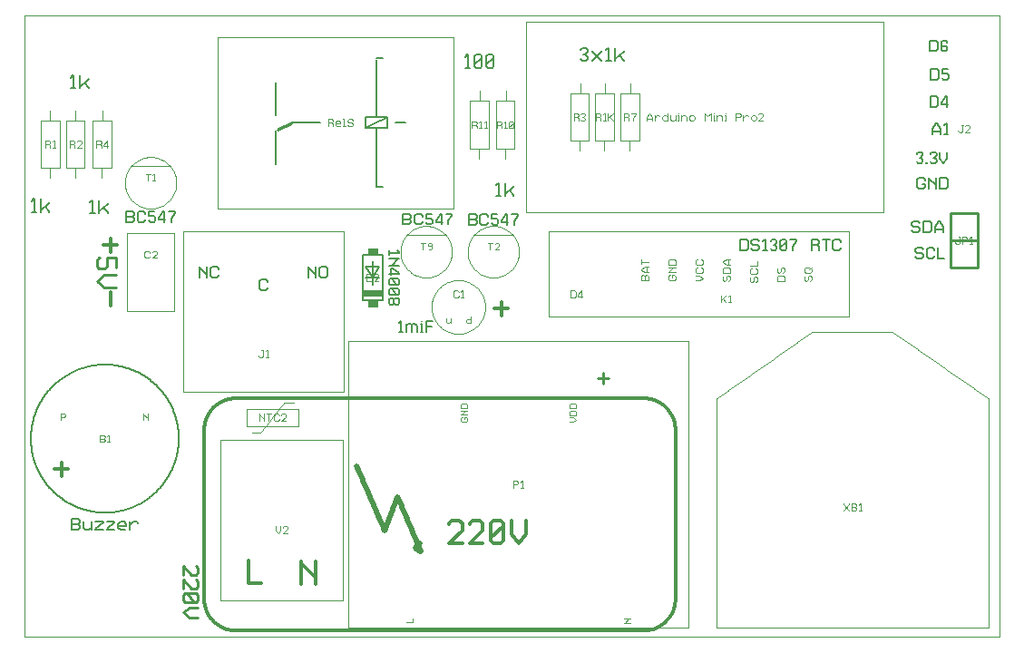
<source format=gto>
G75*
G71*
%OFA0B0*%
%FSLAX23Y23*%
%IPPOS*%
%LPD*%
%ADD10C,0.1*%
%ADD11C,0.111*%
%ADD12C,0.152*%
%ADD13C,0.254*%
%ADD14C,0.15*%
%ADD15C,0.152*%
%ADD16C,0*%
%ADD17C,0.2*%
%ADD18C,0.167*%
%ADD19C,0.117*%
%ADD20C,0.353*%
%ADD21C,0.235*%
%ADD22C,0.294*%
%ADD23C,0.3*%
%ADD24C,0.55*%
%LPD*%D10*
X38500Y0D02*
X38400Y0D01*
X38300Y0D01*
X38200Y0D01*
X38100Y0D01*
X38000Y0D01*
X37900Y0D01*
X37800Y0D01*
X37700Y0D01*
X37600Y0D01*
X37500Y0D01*
X37400Y0D01*
X37300Y0D01*
X37200Y0D01*
X37100Y0D01*
X37000Y0D01*
X36900Y0D01*
X36800Y0D01*
X36700Y0D01*
X36600Y0D01*
X36500Y0D01*
X36400Y0D01*
X36300Y0D01*
X36200Y0D01*
X36100Y0D01*
X36000Y0D01*
X35900Y0D01*
X35800Y0D01*
X35700Y0D01*
X35600Y0D01*
X35500Y0D01*
X35400Y0D01*
X35300Y0D01*
X35200Y0D01*
X35100Y0D01*
X35000Y0D01*
X34900Y0D01*
X34800Y0D01*
X34700Y0D01*
X34600Y0D01*
X34500Y0D01*
X34400Y0D01*
X34300Y0D01*
X34200Y0D01*
X34100Y0D01*
X34000Y0D01*
X33900Y0D01*
X33800Y0D01*
X33700Y0D01*
X33600Y0D01*
X33500Y0D01*
X33400Y0D01*
X33300Y0D01*
X33200Y0D01*
X33100Y0D01*
X33000Y0D01*
X32900Y0D01*
X32800Y0D01*
X32700Y0D01*
X32600Y0D01*
X32500Y0D01*
X32400Y0D01*
X32300Y0D01*
X32200Y0D01*
X32100Y0D01*
X32000Y0D01*
X31900Y0D01*
X31800Y0D01*
X31700Y0D01*
X31600Y0D01*
X31500Y0D01*
X31400Y0D01*
X31300Y0D01*
X31200Y0D01*
X31100Y0D01*
X31000Y0D01*
X30900Y0D01*
X30800Y0D01*
X30700Y0D01*
X30600Y0D01*
X30500Y0D01*
X30400Y0D01*
X30300Y0D01*
X30200Y0D01*
X30100Y0D01*
X30000Y0D01*
X29900Y0D01*
X29800Y0D01*
X29700Y0D01*
X29600Y0D01*
X29500Y0D01*
X29400Y0D01*
X29300Y0D01*
X29200Y0D01*
X29100Y0D01*
X29000Y0D01*
X28900Y0D01*
X28800Y0D01*
X28700Y0D01*
X28600Y0D01*
X28500Y0D01*
X28400Y0D01*
X28300Y0D01*
X28200Y0D01*
X28100Y0D01*
X28000Y0D01*
X27900Y0D01*
X27800Y0D01*
X27700Y0D01*
X27600Y0D01*
X27500Y0D01*
X27400Y0D01*
X27300Y0D01*
X27200Y0D01*
X27100Y0D01*
X27000Y0D01*
X26900Y0D01*
X26800Y0D01*
X26700Y0D01*
X26600Y0D01*
X26500Y0D01*
X26400Y0D01*
X26300Y0D01*
X26200Y0D01*
X26100Y0D01*
X26000Y0D01*
X25900Y0D01*
X25800Y0D01*
X25700Y0D01*
X25600Y0D01*
X25500Y0D01*
X25400Y0D01*
X25300Y0D01*
X25200Y0D01*
X25100Y0D01*
X25000Y0D01*
X24900Y0D01*
X24800Y0D01*
X24700Y0D01*
X24600Y0D01*
X24500Y0D01*
X24400Y0D01*
X24300Y0D01*
X24200Y0D01*
X24100Y0D01*
X24000Y0D01*
X23900Y0D01*
X23800Y0D01*
X23700Y0D01*
X23600Y0D01*
X23500Y0D01*
X23400Y0D01*
X23300Y0D01*
X23200Y0D01*
X23100Y0D01*
X23000Y0D01*
X22900Y0D01*
X22800Y0D01*
X22700Y0D01*
X22600Y0D01*
X22500Y0D01*
X22400Y0D01*
X22300Y0D01*
X22200Y0D01*
X22100Y0D01*
X22000Y0D01*
X21900Y0D01*
X21800Y0D01*
X21700Y0D01*
X21600Y0D01*
X21500Y0D01*
X21400Y0D01*
X21300Y0D01*
X21200Y0D01*
X21100Y0D01*
X21000Y0D01*
X20900Y0D01*
X20800Y0D01*
X20700Y0D01*
X20600Y0D01*
X20500Y0D01*
X20400Y0D01*
X20300Y0D01*
X20200Y0D01*
X20100Y0D01*
X20000Y0D01*
X19900Y0D01*
X19800Y0D01*
X19700Y0D01*
X19600Y0D01*
X19500Y0D01*
X19400Y0D01*
X19300Y0D01*
X19200Y0D01*
X19100Y0D01*
X19000Y0D01*
X18900Y0D01*
X18800Y0D01*
X18700Y0D01*
X18600Y0D01*
X18500Y0D01*
X18400Y0D01*
X18300Y0D01*
X18200Y0D01*
X18100Y0D01*
X18000Y0D01*
X17900Y0D01*
X17800Y0D01*
X17700Y0D01*
X17600Y0D01*
X17500Y0D01*
X17400Y0D01*
X17300Y0D01*
X17200Y0D01*
X17100Y0D01*
X17000Y0D01*
X16900Y0D01*
X16800Y0D01*
X16700Y0D01*
X16600Y0D01*
X16500Y0D01*
X16400Y0D01*
X16300Y0D01*
X16200Y0D01*
X16100Y0D01*
X16000Y0D01*
X15900Y0D01*
X15800Y0D01*
X15700Y0D01*
X15600Y0D01*
X15500Y0D01*
X15400Y0D01*
X15300Y0D01*
X15200Y0D01*
X15100Y0D01*
X15000Y0D01*
X14900Y0D01*
X14800Y0D01*
X14700Y0D01*
X14600Y0D01*
X14500Y0D01*
X14400Y0D01*
X14300Y0D01*
X14200Y0D01*
X14100Y0D01*
X14000Y0D01*
X13900Y0D01*
X13800Y0D01*
X13700Y0D01*
X13600Y0D01*
X13500Y0D01*
X13400Y0D01*
X13300Y0D01*
X13200Y0D01*
X13100Y0D01*
X13000Y0D01*
X12900Y0D01*
X12800Y0D01*
X12700Y0D01*
X12600Y0D01*
X12500Y0D01*
X12400Y0D01*
X12300Y0D01*
X12200Y0D01*
X12100Y0D01*
X12000Y0D01*
X11900Y0D01*
X11800Y0D01*
X11700Y0D01*
X11600Y0D01*
X11500Y0D01*
X11400Y0D01*
X11300Y0D01*
X11200Y0D01*
X11100Y0D01*
X11000Y0D01*
X10900Y0D01*
X10800Y0D01*
X10700Y0D01*
X10600Y0D01*
X10500Y0D01*
X10400Y0D01*
X10300Y0D01*
X10200Y0D01*
X10100Y0D01*
X10000Y0D01*
X9900Y0D01*
X9800Y0D01*
X9700Y0D01*
X9600Y0D01*
X9500Y0D01*
X9400Y0D01*
X9300Y0D01*
X9200Y0D01*
X9100Y0D01*
X9000Y0D01*
X8900Y0D01*
X8800Y0D01*
X8700Y0D01*
X8600Y0D01*
X8500Y0D01*
X8400Y0D01*
X8300Y0D01*
X8200Y0D01*
X8100Y0D01*
X8000Y0D01*
X7900Y0D01*
X7800Y0D01*
X7700Y0D01*
X7600Y0D01*
X7500Y0D01*
X7400Y0D01*
X7300Y0D01*
X7200Y0D01*
X7100Y0D01*
X7000Y0D01*
X6900Y0D01*
X6800Y0D01*
X6700Y0D01*
X6600Y0D01*
X6500Y0D01*
X6400Y0D01*
X6300Y0D01*
X6200Y0D01*
X6100Y0D01*
X6000Y0D01*
X5900Y0D01*
X5800Y0D01*
X5700Y0D01*
X5600Y0D01*
X5500Y0D01*
X5400Y0D01*
X5300Y0D01*
X5200Y0D01*
X5100Y0D01*
X5000Y0D01*
X4900Y0D01*
X4800Y0D01*
X4700Y0D01*
X4600Y0D01*
X4500Y0D01*
X4400Y0D01*
X4300Y0D01*
X4200Y0D01*
X4100Y0D01*
X4000Y0D01*
X3900Y0D01*
X3800Y0D01*
X3700Y0D01*
X3600Y0D01*
X3500Y0D01*
X3400Y0D01*
X3300Y0D01*
X3200Y0D01*
X3100Y0D01*
X3000Y0D01*
X2900Y0D01*
X2800Y0D01*
X2700Y0D01*
X2600Y0D01*
X2500Y0D01*
X2400Y0D01*
X2300Y0D01*
X2200Y0D01*
X2100Y0D01*
X2000Y0D01*
X1900Y0D01*
X1800Y0D01*
X1700Y0D01*
X1600Y0D01*
X1500Y0D01*
X1400Y0D01*
X1300Y0D01*
X1200Y0D01*
X1100Y0D01*
X1000Y0D01*
X900Y0D01*
X800Y0D01*
X700Y0D01*
X600Y0D01*
X500Y0D01*
X400Y0D01*
X300Y0D01*
X200Y0D01*
X100Y0D01*
X0Y0D01*
X0Y100D01*
X0Y200D01*
X0Y300D01*
X0Y400D01*
X0Y500D01*
X0Y600D01*
X0Y700D01*
X0Y800D01*
X0Y900D01*
X0Y1000D01*
X0Y1100D01*
X0Y1200D01*
X0Y1300D01*
X0Y1400D01*
X0Y1500D01*
X0Y1600D01*
X0Y1700D01*
X0Y1800D01*
X0Y1900D01*
X0Y2000D01*
X0Y2100D01*
X0Y2200D01*
X0Y2300D01*
X0Y2400D01*
X0Y2500D01*
X0Y2600D01*
X0Y2700D01*
X0Y2800D01*
X0Y2900D01*
X0Y3000D01*
X0Y3100D01*
X0Y3200D01*
X0Y3300D01*
X0Y3400D01*
X0Y3500D01*
X0Y3600D01*
X0Y3700D01*
X0Y3800D01*
X0Y3900D01*
X0Y4000D01*
X0Y4100D01*
X0Y4200D01*
X0Y4300D01*
X0Y4400D01*
X0Y4500D01*
X0Y4600D01*
X0Y4700D01*
X0Y4800D01*
X0Y4900D01*
X0Y5000D01*
X0Y5100D01*
X0Y5200D01*
X0Y5300D01*
X0Y5400D01*
X0Y5500D01*
X0Y5600D01*
X0Y5700D01*
X0Y5800D01*
X0Y5900D01*
X0Y6000D01*
X0Y6100D01*
X0Y6200D01*
X0Y6300D01*
X0Y6400D01*
X0Y6500D01*
X0Y6600D01*
X0Y6700D01*
X0Y6800D01*
X0Y6900D01*
X0Y7000D01*
X0Y7100D01*
X0Y7200D01*
X0Y7300D01*
X0Y7400D01*
X0Y7500D01*
X0Y7600D01*
X0Y7700D01*
X0Y7800D01*
X0Y7900D01*
X0Y8000D01*
X0Y8100D01*
X0Y8200D01*
X0Y8300D01*
X0Y8400D01*
X0Y8500D01*
X0Y8600D01*
X0Y8700D01*
X0Y8800D01*
X0Y8900D01*
X0Y9000D01*
X0Y9100D01*
X0Y9200D01*
X0Y9300D01*
X0Y9400D01*
X0Y9500D01*
X0Y9600D01*
X0Y9700D01*
X0Y9800D01*
X0Y9900D01*
X0Y10000D01*
X0Y10100D01*
X0Y10200D01*
X0Y10300D01*
X0Y10400D01*
X0Y10500D01*
X0Y10600D01*
X0Y10700D01*
X0Y10800D01*
X0Y10900D01*
X0Y11000D01*
X0Y11100D01*
X0Y11200D01*
X0Y11300D01*
X0Y11400D01*
X0Y11500D01*
X0Y11600D01*
X0Y11700D01*
X0Y11800D01*
X0Y11900D01*
X0Y12000D01*
X0Y12100D01*
X0Y12200D01*
X0Y12300D01*
X0Y12400D01*
X0Y12500D01*
X0Y12600D01*
X0Y12700D01*
X0Y12800D01*
X0Y12900D01*
X0Y13000D01*
X0Y13100D01*
X0Y13200D01*
X0Y13300D01*
X0Y13400D01*
X0Y13500D01*
X0Y13600D01*
X0Y13700D01*
X0Y13800D01*
X0Y13900D01*
X0Y14000D01*
X0Y14100D01*
X0Y14200D01*
X0Y14300D01*
X0Y14400D01*
X0Y14500D01*
X0Y14600D01*
X0Y14700D01*
X0Y14800D01*
X0Y14900D01*
X0Y15000D01*
X0Y15100D01*
X0Y15200D01*
X0Y15300D01*
X0Y15400D01*
X0Y15500D01*
X0Y15600D01*
X0Y15700D01*
X0Y15800D01*
X0Y15900D01*
X0Y16000D01*
X0Y16100D01*
X0Y16200D01*
X0Y16300D01*
X0Y16400D01*
X0Y16500D01*
X0Y16600D01*
X0Y16700D01*
X0Y16800D01*
X0Y16900D01*
X0Y17000D01*
X0Y17100D01*
X0Y17200D01*
X0Y17300D01*
X0Y17400D01*
X0Y17500D01*
X0Y17600D01*
X0Y17700D01*
X0Y17800D01*
X0Y17900D01*
X0Y18000D01*
X0Y18100D01*
X0Y18200D01*
X0Y18300D01*
X0Y18400D01*
X0Y18500D01*
X0Y18600D01*
X0Y18700D01*
X0Y18800D01*
X0Y18900D01*
X0Y19000D01*
X0Y19100D01*
X0Y19200D01*
X0Y19300D01*
X0Y19400D01*
X0Y19500D01*
X0Y19600D01*
X0Y19700D01*
X0Y19800D01*
X0Y19900D01*
X0Y20000D01*
X0Y20100D01*
X0Y20200D01*
X0Y20300D01*
X0Y20400D01*
X0Y20500D01*
X0Y20600D01*
X0Y20700D01*
X0Y20800D01*
X0Y20900D01*
X0Y21000D01*
X0Y21100D01*
X0Y21200D01*
X0Y21300D01*
X0Y21400D01*
X0Y21500D01*
X0Y21600D01*
X0Y21700D01*
X0Y21800D01*
X0Y21900D01*
X0Y22000D01*
X0Y22100D01*
X0Y22200D01*
X0Y22300D01*
X0Y22400D01*
X0Y22500D01*
X0Y22600D01*
X0Y22700D01*
X0Y22800D01*
X0Y22900D01*
X0Y23000D01*
X0Y23100D01*
X0Y23200D01*
X0Y23300D01*
X0Y23400D01*
X0Y23500D01*
X0Y23600D01*
X0Y23700D01*
X0Y23800D01*
X0Y23900D01*
X0Y24000D01*
X0Y24100D01*
X0Y24200D01*
X0Y24300D01*
X0Y24400D01*
X0Y24500D01*
X0Y24600D01*
X0Y24700D01*
X0Y24800D01*
X0Y24900D01*
X0Y25000D01*
X0Y25100D01*
X0Y25200D01*
X0Y25300D01*
X0Y25400D01*
X0Y25500D01*
X0Y25600D01*
X0Y25700D01*
X0Y25800D01*
X0Y25900D01*
X0Y26000D01*
X0Y26100D01*
X0Y26200D01*
X0Y26300D01*
X0Y26400D01*
X0Y26500D01*
X0Y26600D01*
X0Y26700D01*
X0Y26800D01*
X0Y26900D01*
X0Y27000D01*
X0Y27100D01*
X0Y27200D01*
X0Y27300D01*
X0Y27400D01*
X0Y27500D01*
X0Y27600D01*
X0Y27700D01*
X0Y27800D01*
X0Y27900D01*
X0Y28000D01*
X0Y28100D01*
X0Y28200D01*
X0Y28300D01*
X0Y28400D01*
X0Y28500D01*
X0Y28600D01*
X0Y28700D01*
X0Y28800D01*
X0Y28900D01*
X0Y29000D01*
X0Y29100D01*
X0Y29200D01*
X0Y29300D01*
X0Y29400D01*
X0Y29500D01*
X0Y29600D01*
X0Y29700D01*
X0Y29800D01*
X0Y29900D01*
X0Y30000D01*
X0Y30100D01*
X0Y30200D01*
X0Y30300D01*
X0Y30400D01*
X0Y30500D01*
X0Y30600D01*
X0Y30700D01*
X0Y30800D01*
X0Y30900D01*
X0Y31000D01*
X0Y31100D01*
X0Y31200D01*
X0Y31300D01*
X0Y31400D01*
X0Y31500D01*
X0Y31600D01*
X0Y31700D01*
X0Y31800D01*
X0Y31900D01*
X0Y32000D01*
X0Y32100D01*
X0Y32200D01*
X0Y32300D01*
X0Y32400D01*
X0Y32500D01*
X0Y32600D01*
X0Y32700D01*
X0Y32800D01*
X0Y32900D01*
X0Y33000D01*
X0Y33100D01*
X0Y33200D01*
X0Y33300D01*
X0Y33400D01*
X0Y33500D01*
X0Y33600D01*
X0Y33700D01*
X0Y33800D01*
X0Y33900D01*
X0Y34000D01*
X0Y34100D01*
X0Y34200D01*
X0Y34300D01*
X0Y34400D01*
X0Y34500D01*
X0Y34600D01*
X0Y34700D01*
X0Y34800D01*
X0Y34900D01*
X0Y35000D01*
X0Y35100D01*
X0Y35200D01*
X0Y35300D01*
X0Y35400D01*
X0Y35500D01*
X0Y35600D01*
X0Y35700D01*
X0Y35800D01*
X0Y35900D01*
X0Y36000D01*
X0Y36100D01*
X0Y36200D01*
X0Y36300D01*
X0Y36400D01*
X0Y36500D01*
X0Y36600D01*
X0Y36700D01*
X0Y36800D01*
X0Y36900D01*
X0Y37000D01*
X0Y37100D01*
X0Y37200D01*
X0Y37300D01*
X0Y37400D01*
X0Y37500D01*
X0Y37600D01*
X0Y37700D01*
X0Y37800D01*
X0Y37900D01*
X0Y38000D01*
X0Y38100D01*
X0Y38200D01*
X0Y38300D01*
X0Y38400D01*
X0Y38500D01*
X0Y38600D01*
X0Y38700D01*
X0Y38800D01*
X0Y38900D01*
X0Y39000D01*
X0Y39100D01*
X0Y39200D01*
X0Y39300D01*
X0Y39400D01*
X0Y39500D01*
X0Y39600D01*
X0Y39700D01*
X0Y39800D01*
X0Y39900D01*
X0Y40000D01*
X0Y40100D01*
X0Y40200D01*
X0Y40300D01*
X0Y40400D01*
X0Y40500D01*
X0Y40600D01*
X0Y40700D01*
X0Y40800D01*
X0Y40900D01*
X0Y41000D01*
X0Y41100D01*
X0Y41200D01*
X0Y41300D01*
X0Y41400D01*
X0Y41500D01*
X0Y41600D01*
X0Y41700D01*
X0Y41800D01*
X0Y41900D01*
X0Y42000D01*
X0Y42100D01*
X0Y42200D01*
X0Y42300D01*
X0Y42400D01*
X0Y42500D01*
X0Y42600D01*
X0Y42700D01*
X0Y42800D01*
X0Y42900D01*
X0Y43000D01*
X0Y43100D01*
X0Y43200D01*
X0Y43300D01*
X0Y43400D01*
X0Y43500D01*
X0Y43600D01*
X0Y43700D01*
X0Y43800D01*
X0Y43900D01*
X0Y44000D01*
X0Y44100D01*
X0Y44200D01*
X0Y44300D01*
X0Y44400D01*
X0Y44500D01*
X0Y44600D01*
X0Y44700D01*
X0Y44800D01*
X0Y44900D01*
X0Y45000D01*
X0Y45100D01*
X0Y45200D01*
X0Y45300D01*
X0Y45400D01*
X0Y45500D01*
X0Y45600D01*
X0Y45700D01*
X0Y45800D01*
X0Y45900D01*
X0Y46000D01*
X0Y46100D01*
X0Y46200D01*
X0Y46300D01*
X0Y46400D01*
X0Y46500D01*
X0Y46600D01*
X0Y46700D01*
X0Y46800D01*
X0Y46900D01*
X0Y47000D01*
X0Y47100D01*
X0Y47200D01*
X0Y47300D01*
X0Y47400D01*
X0Y47500D01*
X0Y47600D01*
X0Y47700D01*
X0Y47800D01*
X0Y47900D01*
X0Y48000D01*
X0Y48100D01*
X0Y48200D01*
X0Y48300D01*
X0Y48400D01*
X0Y48500D01*
X0Y48600D01*
X0Y48700D01*
X0Y48800D01*
X0Y48900D01*
X0Y49000D01*
X0Y49100D01*
X0Y49200D01*
X0Y49300D01*
X0Y49400D01*
X0Y49500D01*
X0Y49600D01*
X0Y49700D01*
X0Y49800D01*
X0Y49900D01*
X0Y50000D01*
X0Y50100D01*
X0Y50200D01*
X0Y50300D01*
X0Y50400D01*
X0Y50500D01*
X0Y50600D01*
X0Y50700D01*
X0Y50800D01*
X0Y50900D01*
X0Y51000D01*
X0Y51100D01*
X0Y51200D01*
X0Y51300D01*
X0Y51400D01*
X0Y51500D01*
X0Y51600D01*
X0Y51700D01*
X0Y51800D01*
X0Y51900D01*
X0Y52000D01*
X0Y52100D01*
X0Y52200D01*
X0Y52300D01*
X0Y52400D01*
X0Y52500D01*
X0Y52600D01*
X0Y52700D01*
X0Y52800D01*
X0Y52900D01*
X0Y53000D01*
X0Y53100D01*
X0Y53200D01*
X0Y53300D01*
X0Y53400D01*
X0Y53500D01*
X0Y53600D01*
X0Y53700D01*
X0Y53800D01*
X0Y53900D01*
X0Y54000D01*
X0Y54100D01*
X0Y54200D01*
X0Y54300D01*
X0Y54400D01*
X0Y54500D01*
X0Y54600D01*
X0Y54700D01*
X0Y54800D01*
X0Y54900D01*
X0Y55000D01*
X0Y55100D01*
X0Y55200D01*
X0Y55300D01*
X0Y55400D01*
X0Y55500D01*
X0Y55600D01*
X0Y55700D01*
X0Y55800D01*
X0Y55900D01*
X0Y56000D01*
X0Y56100D01*
X0Y56200D01*
X0Y56300D01*
X0Y56400D01*
X0Y56500D01*
X0Y56600D01*
X0Y56700D01*
X0Y56800D01*
X0Y56900D01*
X0Y57000D01*
X0Y57100D01*
X0Y57200D01*
X0Y57300D01*
X0Y57400D01*
X0Y57500D01*
X0Y57600D01*
X0Y57700D01*
X0Y57800D01*
X0Y57900D01*
X0Y58000D01*
X100Y58000D01*
X200Y58000D01*
X300Y58000D01*
X400Y58000D01*
X500Y58000D01*
X600Y58000D01*
X700Y58000D01*
X800Y58000D01*
X900Y58000D01*
X1000Y58000D01*
X1100Y58000D01*
X1199Y58000D01*
X1299Y58000D01*
X1399Y58000D01*
X1499Y58000D01*
X1599Y58000D01*
X1699Y58000D01*
X1799Y58000D01*
X1899Y58000D01*
X1999Y58000D01*
X2099Y58000D01*
X2199Y58000D01*
X2299Y58000D01*
X2399Y58000D01*
X2499Y58000D01*
X2599Y58000D01*
X2699Y58000D01*
X2799Y58000D01*
X2899Y58000D01*
X2999Y58000D01*
X3099Y58000D01*
X3199Y58000D01*
X3299Y58000D01*
X3398Y58000D01*
X3498Y58000D01*
X3598Y58000D01*
X3698Y58000D01*
X3798Y58000D01*
X3898Y58000D01*
X3998Y58000D01*
X4098Y58000D01*
X4198Y58000D01*
X4298Y58000D01*
X4398Y58000D01*
X4498Y58000D01*
X4598Y58000D01*
X4698Y58000D01*
X4798Y58000D01*
X4898Y58000D01*
X4998Y58000D01*
X5098Y58000D01*
X5198Y58000D01*
X5298Y58000D01*
X5398Y58000D01*
X5498Y58000D01*
X5597Y58000D01*
X5697Y58000D01*
X5797Y58000D01*
X5897Y58000D01*
X5997Y58000D01*
X6097Y58000D01*
X6197Y58000D01*
X6297Y58000D01*
X6397Y58000D01*
X6497Y58000D01*
X6597Y58000D01*
X6697Y58000D01*
X6797Y58000D01*
X6897Y58000D01*
X6997Y58000D01*
X7097Y58000D01*
X7197Y58000D01*
X7297Y58000D01*
X7397Y58000D01*
X7497Y58000D01*
X7597Y58000D01*
X7697Y58000D01*
X7797Y58000D01*
X7896Y58000D01*
X7996Y58000D01*
X8096Y58000D01*
X8196Y58000D01*
X8296Y58000D01*
X8396Y58000D01*
X8496Y58000D01*
X8596Y58000D01*
X8696Y58000D01*
X8796Y58000D01*
X8896Y58000D01*
X8996Y58000D01*
X9096Y58000D01*
X9196Y58000D01*
X9296Y58000D01*
X9396Y58000D01*
X9496Y58000D01*
X9596Y58000D01*
X9696Y58000D01*
X9796Y58000D01*
X9896Y58000D01*
X9996Y58000D01*
X10096Y58000D01*
X10195Y58000D01*
X10295Y58000D01*
X10395Y58000D01*
X10495Y58000D01*
X10595Y58000D01*
X10695Y58000D01*
X10795Y58000D01*
X10895Y58000D01*
X10995Y58000D01*
X11095Y58000D01*
X11195Y58000D01*
X11295Y58000D01*
X11395Y58000D01*
X11495Y58000D01*
X11595Y58000D01*
X11695Y58000D01*
X11795Y58000D01*
X11895Y58000D01*
X11995Y58000D01*
X12095Y58000D01*
X12195Y58000D01*
X12295Y58000D01*
X12394Y58000D01*
X12494Y58000D01*
X12594Y58000D01*
X12694Y58000D01*
X12794Y58000D01*
X12894Y58000D01*
X12994Y58000D01*
X13094Y58000D01*
X13194Y58000D01*
X13294Y58000D01*
X13394Y58000D01*
X13494Y58000D01*
X13594Y58000D01*
X13694Y58000D01*
X13794Y58000D01*
X13894Y58000D01*
X13994Y58000D01*
X14094Y58000D01*
X14194Y58000D01*
X14294Y58000D01*
X14394Y58000D01*
X14494Y58000D01*
X14593Y58000D01*
X14693Y58000D01*
X14793Y58000D01*
X14893Y58000D01*
X14993Y58000D01*
X15093Y58000D01*
X15193Y58000D01*
X15293Y58000D01*
X15393Y58000D01*
X15493Y58000D01*
X15593Y58000D01*
X15693Y58000D01*
X15793Y58000D01*
X15893Y58000D01*
X15993Y58000D01*
X16093Y58000D01*
X16193Y58000D01*
X16293Y58000D01*
X16393Y58000D01*
X16493Y58000D01*
X16593Y58000D01*
X16693Y58000D01*
X16793Y58000D01*
X16892Y58000D01*
X16992Y58000D01*
X17092Y58000D01*
X17192Y58000D01*
X17292Y58000D01*
X17392Y58000D01*
X17492Y58000D01*
X17592Y58000D01*
X17692Y58000D01*
X17792Y58000D01*
X17892Y58000D01*
X17992Y58000D01*
X18092Y58000D01*
X18192Y58000D01*
X18292Y58000D01*
X18392Y58000D01*
X18492Y58000D01*
X18592Y58000D01*
X18692Y58000D01*
X18792Y58000D01*
X18892Y58000D01*
X18992Y58000D01*
X19092Y58000D01*
X19191Y58000D01*
X19291Y58000D01*
X19391Y58000D01*
X19491Y58000D01*
X19591Y58000D01*
X19691Y58000D01*
X19791Y58000D01*
X19891Y58000D01*
X19991Y58000D01*
X20091Y58000D01*
X20191Y58000D01*
X20291Y58000D01*
X20391Y58000D01*
X20491Y58000D01*
X20591Y58000D01*
X20691Y58000D01*
X20791Y58000D01*
X20891Y58000D01*
X20991Y58000D01*
X21091Y58000D01*
X21191Y58000D01*
X21291Y58000D01*
X21390Y58000D01*
X21490Y58000D01*
X21590Y58000D01*
X21690Y58000D01*
X21790Y58000D01*
X21890Y58000D01*
X21990Y58000D01*
X22090Y58000D01*
X22190Y58000D01*
X22290Y58000D01*
X22390Y58000D01*
X22490Y58000D01*
X22590Y58000D01*
X22690Y58000D01*
X22790Y58000D01*
X22890Y58000D01*
X22990Y58000D01*
X23090Y58000D01*
X23190Y58000D01*
X23290Y58000D01*
X23390Y58000D01*
X23490Y58000D01*
X23590Y58000D01*
X23689Y58000D01*
X23789Y58000D01*
X23889Y58000D01*
X23989Y58000D01*
X24089Y58000D01*
X24189Y58000D01*
X24289Y58000D01*
X24389Y58000D01*
X24489Y58000D01*
X24589Y58000D01*
X24689Y58000D01*
X24789Y58000D01*
X24889Y58000D01*
X24989Y58000D01*
X25089Y58000D01*
X25189Y58000D01*
X25289Y58000D01*
X25389Y58000D01*
X25489Y58000D01*
X25589Y58000D01*
X25689Y58000D01*
X25789Y58000D01*
X25888Y58000D01*
X25988Y58000D01*
X26088Y58000D01*
X26188Y58000D01*
X26288Y58000D01*
X26388Y58000D01*
X26488Y58000D01*
X26588Y58000D01*
X26688Y58000D01*
X26788Y58000D01*
X26888Y58000D01*
X26988Y58000D01*
X27088Y58000D01*
X27188Y58000D01*
X27288Y58000D01*
X27388Y58000D01*
X27488Y58000D01*
X27588Y58000D01*
X27688Y58000D01*
X27788Y58000D01*
X27888Y58000D01*
X27988Y58000D01*
X28088Y58000D01*
X28187Y58000D01*
X28287Y58000D01*
X28387Y58000D01*
X28487Y58000D01*
X28587Y58000D01*
X28687Y58000D01*
X28787Y58000D01*
X28887Y58000D01*
X28987Y58000D01*
X29087Y58000D01*
X29187Y58000D01*
X29287Y58000D01*
X29387Y58000D01*
X29487Y58000D01*
X29587Y58000D01*
X29687Y58000D01*
X29787Y58000D01*
X29887Y58000D01*
X29987Y58000D01*
X30087Y58000D01*
X30187Y58000D01*
X30287Y58000D01*
X30387Y58000D01*
X30486Y58000D01*
X30586Y58000D01*
X30686Y58000D01*
X30786Y58000D01*
X30886Y58000D01*
X30986Y58000D01*
X31086Y58000D01*
X31186Y58000D01*
X31286Y58000D01*
X31386Y58000D01*
X31486Y58000D01*
X31586Y58000D01*
X31686Y58000D01*
X31786Y58000D01*
X31886Y58000D01*
X31986Y58000D01*
X32086Y58000D01*
X32186Y58000D01*
X32286Y58000D01*
X32386Y58000D01*
X32486Y58000D01*
X32586Y58000D01*
X32685Y58000D01*
X32785Y58000D01*
X32885Y58000D01*
X32985Y58000D01*
X33085Y58000D01*
X33185Y58000D01*
X33285Y58000D01*
X33385Y58000D01*
X33485Y58000D01*
X33585Y58000D01*
X33685Y58000D01*
X33785Y58000D01*
X33885Y58000D01*
X33985Y58000D01*
X34085Y58000D01*
X34185Y58000D01*
X34285Y58000D01*
X34385Y58000D01*
X34485Y58000D01*
X34585Y58000D01*
X34685Y58000D01*
X34785Y58000D01*
X34884Y58000D01*
X34984Y58000D01*
X35084Y58000D01*
X35184Y58000D01*
X35284Y58000D01*
X35384Y58000D01*
X35484Y58000D01*
X35584Y58000D01*
X35684Y58000D01*
X35784Y58000D01*
X35884Y58000D01*
X35984Y58000D01*
X36084Y58000D01*
X36184Y58000D01*
X36284Y58000D01*
X36384Y58000D01*
X36484Y58000D01*
X36584Y58000D01*
X36684Y58000D01*
X36784Y58000D01*
X36884Y58000D01*
X36984Y58000D01*
X37084Y58000D01*
X37183Y58000D01*
X37283Y58000D01*
X37383Y58000D01*
X37483Y58000D01*
X37583Y58000D01*
X37683Y58000D01*
X37783Y58000D01*
X37883Y58000D01*
X37983Y58000D01*
X38083Y58000D01*
X38183Y58000D01*
X38283Y58000D01*
X38383Y58000D01*
X38483Y58000D01*
X38583Y58000D01*
X38683Y58000D01*
X38783Y58000D01*
X38883Y58000D01*
X38983Y58000D01*
X39083Y58000D01*
X39183Y58000D01*
X39283Y58000D01*
X39383Y58000D01*
X39482Y58000D01*
X39582Y58000D01*
X39682Y58000D01*
X39782Y58000D01*
X39882Y58000D01*
X39982Y58000D01*
X40082Y58000D01*
X40182Y58000D01*
X40282Y58000D01*
X40382Y58000D01*
X40482Y58000D01*
X40582Y58000D01*
X40682Y58000D01*
X40782Y58000D01*
X40882Y58000D01*
X40982Y58000D01*
X41082Y58000D01*
X41182Y58000D01*
X41282Y58000D01*
X41382Y58000D01*
X41482Y58000D01*
X41582Y58000D01*
X41681Y58000D01*
X41781Y58000D01*
X41881Y58000D01*
X41981Y58000D01*
X42081Y58000D01*
X42181Y58000D01*
X42281Y58000D01*
X42381Y58000D01*
X42481Y58000D01*
X42581Y58000D01*
X42681Y58000D01*
X42781Y58000D01*
X42881Y58000D01*
X42981Y58000D01*
X43081Y58000D01*
X43181Y58000D01*
X43281Y58000D01*
X43381Y58000D01*
X43481Y58000D01*
X43581Y58000D01*
X43681Y58000D01*
X43781Y58000D01*
X43881Y58000D01*
X43980Y58000D01*
X44080Y58000D01*
X44180Y58000D01*
X44280Y58000D01*
X44380Y58000D01*
X44480Y58000D01*
X44580Y58000D01*
X44680Y58000D01*
X44780Y58000D01*
X44880Y58000D01*
X44980Y58000D01*
X45080Y58000D01*
X45180Y58000D01*
X45280Y58000D01*
X45380Y58000D01*
X45480Y58000D01*
X45580Y58000D01*
X45680Y58000D01*
X45780Y58000D01*
X45880Y58000D01*
X45980Y58000D01*
X46080Y58000D01*
X46179Y58000D01*
X46279Y58000D01*
X46379Y58000D01*
X46479Y58000D01*
X46579Y58000D01*
X46679Y58000D01*
X46779Y58000D01*
X46879Y58000D01*
X46979Y58000D01*
X47079Y58000D01*
X47179Y58000D01*
X47279Y58000D01*
X47379Y58000D01*
X47479Y58000D01*
X47579Y58000D01*
X47679Y58000D01*
X47779Y58000D01*
X47879Y58000D01*
X47979Y58000D01*
X48079Y58000D01*
X48179Y58000D01*
X48279Y58000D01*
X48379Y58000D01*
X48478Y58000D01*
X48578Y58000D01*
X48678Y58000D01*
X48778Y58000D01*
X48878Y58000D01*
X48978Y58000D01*
X49078Y58000D01*
X49178Y58000D01*
X49278Y58000D01*
X49378Y58000D01*
X49478Y58000D01*
X49578Y58000D01*
X49678Y58000D01*
X49778Y58000D01*
X49878Y58000D01*
X49978Y58000D01*
X50078Y58000D01*
X50178Y58000D01*
X50278Y58000D01*
X50378Y58000D01*
X50478Y58000D01*
X50578Y58000D01*
X50678Y58000D01*
X50777Y58000D01*
X50877Y58000D01*
X50977Y58000D01*
X51077Y58000D01*
X51177Y58000D01*
X51277Y58000D01*
X51377Y58000D01*
X51477Y58000D01*
X51577Y58000D01*
X51677Y58000D01*
X51777Y58000D01*
X51877Y58000D01*
X51977Y58000D01*
X52077Y58000D01*
X52177Y58000D01*
X52277Y58000D01*
X52377Y58000D01*
X52477Y58000D01*
X52577Y58000D01*
X52677Y58000D01*
X52777Y58000D01*
X52877Y58000D01*
X52976Y58000D01*
X53076Y58000D01*
X53176Y58000D01*
X53276Y58000D01*
X53376Y58000D01*
X53476Y58000D01*
X53576Y58000D01*
X53676Y58000D01*
X53776Y58000D01*
X53876Y58000D01*
X53976Y58000D01*
X54076Y58000D01*
X54176Y58000D01*
X54276Y58000D01*
X54376Y58000D01*
X54476Y58000D01*
X54576Y58000D01*
X54676Y58000D01*
X54776Y58000D01*
X54876Y58000D01*
X54976Y58000D01*
X55076Y58000D01*
X55176Y58000D01*
X55275Y58000D01*
X55375Y58000D01*
X55475Y58000D01*
X55575Y58000D01*
X55675Y58000D01*
X55775Y58000D01*
X55875Y58000D01*
X55975Y58000D01*
X56075Y58000D01*
X56175Y58000D01*
X56275Y58000D01*
X56375Y58000D01*
X56475Y58000D01*
X56575Y58000D01*
X56675Y58000D01*
X56775Y58000D01*
X56875Y58000D01*
X56975Y58000D01*
X57075Y58000D01*
X57175Y58000D01*
X57275Y58000D01*
X57375Y58000D01*
X57474Y58000D01*
X57574Y58000D01*
X57674Y58000D01*
X57774Y58000D01*
X57874Y58000D01*
X57974Y58000D01*
X58074Y58000D01*
X58174Y58000D01*
X58274Y58000D01*
X58374Y58000D01*
X58474Y58000D01*
X58574Y58000D01*
X58674Y58000D01*
X58774Y58000D01*
X58874Y58000D01*
X58974Y58000D01*
X59074Y58000D01*
X59174Y58000D01*
X59274Y58000D01*
X59374Y58000D01*
X59474Y58000D01*
X59574Y58000D01*
X59674Y58000D01*
X59773Y58000D01*
X59873Y58000D01*
X59973Y58000D01*
X60073Y58000D01*
X60173Y58000D01*
X60273Y58000D01*
X60373Y58000D01*
X60473Y58000D01*
X60573Y58000D01*
X60673Y58000D01*
X60773Y58000D01*
X60873Y58000D01*
X60973Y58000D01*
X61073Y58000D01*
X61173Y58000D01*
X61273Y58000D01*
X61373Y58000D01*
X61473Y58000D01*
X61573Y58000D01*
X61673Y58000D01*
X61773Y58000D01*
X61873Y58000D01*
X61973Y58000D01*
X62072Y58000D01*
X62172Y58000D01*
X62272Y58000D01*
X62372Y58000D01*
X62472Y58000D01*
X62572Y58000D01*
X62672Y58000D01*
X62772Y58000D01*
X62872Y58000D01*
X62972Y58000D01*
X63072Y58000D01*
X63172Y58000D01*
X63272Y58000D01*
X63372Y58000D01*
X63472Y58000D01*
X63572Y58000D01*
X63672Y58000D01*
X63772Y58000D01*
X63872Y58000D01*
X63972Y58000D01*
X64072Y58000D01*
X64172Y58000D01*
X64272Y58000D01*
X64371Y58000D01*
X64471Y58000D01*
X64571Y58000D01*
X64671Y58000D01*
X64771Y58000D01*
X64871Y58000D01*
X64971Y58000D01*
X65071Y58000D01*
X65171Y58000D01*
X65271Y58000D01*
X65371Y58000D01*
X65471Y58000D01*
X65571Y58000D01*
X65671Y58000D01*
X65771Y58000D01*
X65871Y58000D01*
X65971Y58000D01*
X66071Y58000D01*
X66171Y58000D01*
X66271Y58000D01*
X66371Y58000D01*
X66471Y58000D01*
X66570Y58000D01*
X66670Y58000D01*
X66770Y58000D01*
X66870Y58000D01*
X66970Y58000D01*
X67070Y58000D01*
X67170Y58000D01*
X67270Y58000D01*
X67370Y58000D01*
X67470Y58000D01*
X67570Y58000D01*
X67670Y58000D01*
X67770Y58000D01*
X67870Y58000D01*
X67970Y58000D01*
X68070Y58000D01*
X68170Y58000D01*
X68270Y58000D01*
X68370Y58000D01*
X68470Y58000D01*
X68570Y58000D01*
X68670Y58000D01*
X68770Y58000D01*
X68869Y58000D01*
X68969Y58000D01*
X69069Y58000D01*
X69169Y58000D01*
X69269Y58000D01*
X69369Y58000D01*
X69469Y58000D01*
X69569Y58000D01*
X69669Y58000D01*
X69769Y58000D01*
X69869Y58000D01*
X69969Y58000D01*
X70069Y58000D01*
X70169Y58000D01*
X70269Y58000D01*
X70369Y58000D01*
X70469Y58000D01*
X70569Y58000D01*
X70669Y58000D01*
X70769Y58000D01*
X70869Y58000D01*
X70969Y58000D01*
X71069Y58000D01*
X71168Y58000D01*
X71268Y58000D01*
X71368Y58000D01*
X71468Y58000D01*
X71568Y58000D01*
X71668Y58000D01*
X71768Y58000D01*
X71868Y58000D01*
X71968Y58000D01*
X72068Y58000D01*
X72168Y58000D01*
X72268Y58000D01*
X72368Y58000D01*
X72468Y58000D01*
X72568Y58000D01*
X72668Y58000D01*
X72768Y58000D01*
X72868Y58000D01*
X72968Y58000D01*
X73068Y58000D01*
X73168Y58000D01*
X73268Y58000D01*
X73368Y58000D01*
X73467Y58000D01*
X73567Y58000D01*
X73667Y58000D01*
X73767Y58000D01*
X73867Y58000D01*
X73967Y58000D01*
X74067Y58000D01*
X74167Y58000D01*
X74267Y58000D01*
X74367Y58000D01*
X74467Y58000D01*
X74567Y58000D01*
X74667Y58000D01*
X74767Y58000D01*
X74867Y58000D01*
X74967Y58000D01*
X75067Y58000D01*
X75167Y58000D01*
X75267Y58000D01*
X75367Y58000D01*
X75467Y58000D01*
X75567Y58000D01*
X75667Y58000D01*
X75766Y58000D01*
X75866Y58000D01*
X75966Y58000D01*
X76066Y58000D01*
X76166Y58000D01*
X76266Y58000D01*
X76366Y58000D01*
X76466Y58000D01*
X76566Y58000D01*
X76666Y58000D01*
X76766Y58000D01*
X76866Y58000D01*
X76966Y58000D01*
X77066Y58000D01*
X77166Y58000D01*
X77266Y58000D01*
X77366Y58000D01*
X77466Y58000D01*
X77566Y58000D01*
X77666Y58000D01*
X77766Y58000D01*
X77866Y58000D01*
X77965Y58000D01*
X78065Y58000D01*
X78165Y58000D01*
X78265Y58000D01*
X78365Y58000D01*
X78465Y58000D01*
X78565Y58000D01*
X78665Y58000D01*
X78765Y58000D01*
X78865Y58000D01*
X78965Y58000D01*
X79065Y58000D01*
X79165Y58000D01*
X79265Y58000D01*
X79365Y58000D01*
X79465Y58000D01*
X79565Y58000D01*
X79665Y58000D01*
X79765Y58000D01*
X79865Y58000D01*
X79965Y58000D01*
X80065Y58000D01*
X80165Y58000D01*
X80264Y58000D01*
X80364Y58000D01*
X80464Y58000D01*
X80564Y58000D01*
X80664Y58000D01*
X80764Y58000D01*
X80864Y58000D01*
X80964Y58000D01*
X81064Y58000D01*
X81164Y58000D01*
X81264Y58000D01*
X81364Y58000D01*
X81464Y58000D01*
X81564Y58000D01*
X81664Y58000D01*
X81764Y58000D01*
X81864Y58000D01*
X81964Y58000D01*
X82064Y58000D01*
X82164Y58000D01*
X82264Y58000D01*
X82364Y58000D01*
X82464Y58000D01*
X82564Y58000D01*
X82663Y58000D01*
X82763Y58000D01*
X82863Y58000D01*
X82963Y58000D01*
X83063Y58000D01*
X83163Y58000D01*
X83263Y58000D01*
X83363Y58000D01*
X83463Y58000D01*
X83563Y58000D01*
X83663Y58000D01*
X83763Y58000D01*
X83863Y58000D01*
X83963Y58000D01*
X84063Y58000D01*
X84163Y58000D01*
X84263Y58000D01*
X84363Y58000D01*
X84463Y58000D01*
X84563Y58000D01*
X84663Y58000D01*
X84763Y58000D01*
X84862Y58000D01*
X84962Y58000D01*
X85062Y58000D01*
X85162Y58000D01*
X85262Y58000D01*
X85362Y58000D01*
X85462Y58000D01*
X85562Y58000D01*
X85662Y58000D01*
X85762Y58000D01*
X85862Y58000D01*
X85962Y58000D01*
X86062Y58000D01*
X86162Y58000D01*
X86262Y58000D01*
X86362Y58000D01*
X86462Y58000D01*
X86562Y58000D01*
X86662Y58000D01*
X86762Y58000D01*
X86862Y58000D01*
X86962Y58000D01*
X87062Y58000D01*
X87162Y58000D01*
X87261Y58000D01*
X87361Y58000D01*
X87461Y58000D01*
X87561Y58000D01*
X87661Y58000D01*
X87761Y58000D01*
X87861Y58000D01*
X87961Y58000D01*
X88061Y58000D01*
X88161Y58000D01*
X88261Y58000D01*
X88361Y58000D01*
X88461Y58000D01*
X88561Y58000D01*
X88661Y58000D01*
X88761Y58000D01*
X88861Y58000D01*
X88961Y58000D01*
X89061Y58000D01*
X89161Y58000D01*
X89261Y58000D01*
X89361Y58000D01*
X89461Y58000D01*
X89561Y58000D01*
X89660Y58000D01*
X89760Y58000D01*
X89860Y58000D01*
X89960Y58000D01*
X90060Y58000D01*
X90160Y58000D01*
X90260Y58000D01*
X90360Y58000D01*
X90460Y58000D01*
X90560Y58000D01*
X90660Y58000D01*
X90760Y58000D01*
X90860Y58000D01*
X90960Y58000D01*
X90960Y57900D01*
X90960Y57800D01*
X90960Y57700D01*
X90960Y57600D01*
X90960Y57500D01*
X90960Y57400D01*
X90960Y57300D01*
X90960Y57200D01*
X90960Y57100D01*
X90960Y57000D01*
X90960Y56900D01*
X90960Y56800D01*
X90960Y56700D01*
X90960Y56600D01*
X90960Y56500D01*
X90960Y56400D01*
X90960Y56300D01*
X90960Y56200D01*
X90960Y56100D01*
X90960Y56000D01*
X90960Y55900D01*
X90960Y55800D01*
X90960Y55700D01*
X90960Y55600D01*
X90960Y55500D01*
X90960Y55400D01*
X90960Y55300D01*
X90960Y55200D01*
X90960Y55100D01*
X90960Y55000D01*
X90960Y54900D01*
X90960Y54800D01*
X90960Y54700D01*
X90960Y54600D01*
X90960Y54500D01*
X90960Y54400D01*
X90960Y54300D01*
X90960Y54200D01*
X90960Y54100D01*
X90960Y54000D01*
X90960Y53900D01*
X90960Y53800D01*
X90960Y53700D01*
X90960Y53600D01*
X90960Y53500D01*
X90960Y53400D01*
X90960Y53300D01*
X90960Y53200D01*
X90960Y53100D01*
X90960Y53000D01*
X90960Y52900D01*
X90960Y52800D01*
X90960Y52700D01*
X90960Y52600D01*
X90960Y52500D01*
X90960Y52400D01*
X90960Y52300D01*
X90960Y52200D01*
X90960Y52100D01*
X90960Y52000D01*
X90960Y51900D01*
X90960Y51800D01*
X90960Y51700D01*
X90960Y51600D01*
X90960Y51500D01*
X90960Y51400D01*
X90960Y51300D01*
X90960Y51200D01*
X90960Y51100D01*
X90960Y51000D01*
X90960Y50900D01*
X90960Y50800D01*
X90960Y50700D01*
X90960Y50600D01*
X90960Y50500D01*
X90960Y50400D01*
X90960Y50300D01*
X90960Y50200D01*
X90960Y50100D01*
X90960Y50000D01*
X90960Y49900D01*
X90960Y49800D01*
X90960Y49700D01*
X90960Y49600D01*
X90960Y49500D01*
X90960Y49400D01*
X90960Y49300D01*
X90960Y49200D01*
X90960Y49100D01*
X90960Y49000D01*
X90960Y48900D01*
X90960Y48800D01*
X90960Y48700D01*
X90960Y48600D01*
X90960Y48500D01*
X90960Y48400D01*
X90960Y48300D01*
X90960Y48200D01*
X90960Y48100D01*
X90960Y48000D01*
X90960Y47900D01*
X90960Y47800D01*
X90960Y47700D01*
X90960Y47600D01*
X90960Y47500D01*
X90960Y47400D01*
X90960Y47300D01*
X90960Y47200D01*
X90960Y47100D01*
X90960Y47000D01*
X90960Y46900D01*
X90960Y46800D01*
X90960Y46700D01*
X90960Y46600D01*
X90960Y46500D01*
X90960Y46400D01*
X90960Y46300D01*
X90960Y46200D01*
X90960Y46100D01*
X90960Y46000D01*
X90960Y45900D01*
X90960Y45800D01*
X90960Y45700D01*
X90960Y45600D01*
X90960Y45500D01*
X90960Y45400D01*
X90960Y45300D01*
X90960Y45200D01*
X90960Y45100D01*
X90960Y45000D01*
X90960Y44900D01*
X90960Y44800D01*
X90960Y44700D01*
X90960Y44600D01*
X90960Y44500D01*
X90960Y44400D01*
X90960Y44300D01*
X90960Y44200D01*
X90960Y44100D01*
X90960Y44000D01*
X90960Y43900D01*
X90960Y43800D01*
X90960Y43700D01*
X90960Y43600D01*
X90960Y43500D01*
X90960Y43400D01*
X90960Y43300D01*
X90960Y43200D01*
X90960Y43100D01*
X90960Y43000D01*
X90960Y42900D01*
X90960Y42800D01*
X90960Y42700D01*
X90960Y42600D01*
X90960Y42500D01*
X90960Y42400D01*
X90960Y42300D01*
X90960Y42200D01*
X90960Y42100D01*
X90960Y42000D01*
X90960Y41900D01*
X90960Y41800D01*
X90960Y41700D01*
X90960Y41600D01*
X90960Y41500D01*
X90960Y41400D01*
X90960Y41300D01*
X90960Y41200D01*
X90960Y41100D01*
X90960Y41000D01*
X90960Y40900D01*
X90960Y40800D01*
X90960Y40700D01*
X90960Y40600D01*
X90960Y40500D01*
X90960Y40400D01*
X90960Y40300D01*
X90960Y40200D01*
X90960Y40100D01*
X90960Y40000D01*
X90960Y39900D01*
X90960Y39800D01*
X90960Y39700D01*
X90960Y39600D01*
X90960Y39500D01*
X90960Y39400D01*
X90960Y39300D01*
X90960Y39200D01*
X90960Y39100D01*
X90960Y39000D01*
X90960Y38900D01*
X90960Y38800D01*
X90960Y38700D01*
X90960Y38600D01*
X90960Y38500D01*
X90960Y38400D01*
X90960Y38300D01*
X90960Y38200D01*
X90960Y38100D01*
X90960Y38000D01*
X90960Y37900D01*
X90960Y37800D01*
X90960Y37700D01*
X90960Y37600D01*
X90960Y37500D01*
X90960Y37400D01*
X90960Y37300D01*
X90960Y37200D01*
X90960Y37100D01*
X90960Y37000D01*
X90960Y36900D01*
X90960Y36800D01*
X90960Y36700D01*
X90960Y36600D01*
X90960Y36500D01*
X90960Y36400D01*
X90960Y36300D01*
X90960Y36200D01*
X90960Y36100D01*
X90960Y36000D01*
X90960Y35900D01*
X90960Y35800D01*
X90960Y35700D01*
X90960Y35600D01*
X90960Y35500D01*
X90960Y35400D01*
X90960Y35300D01*
X90960Y35200D01*
X90960Y35100D01*
X90960Y35000D01*
X90960Y34900D01*
X90960Y34800D01*
X90960Y34700D01*
X90960Y34600D01*
X90960Y34500D01*
X90960Y34400D01*
X90960Y34300D01*
X90960Y34200D01*
X90960Y34100D01*
X90960Y34000D01*
X90960Y33900D01*
X90960Y33800D01*
X90960Y33700D01*
X90960Y33600D01*
X90960Y33500D01*
X90960Y33400D01*
X90960Y33300D01*
X90960Y33200D01*
X90960Y33100D01*
X90960Y33000D01*
X90960Y32900D01*
X90960Y32800D01*
X90960Y32700D01*
X90960Y32600D01*
X90960Y32500D01*
X90960Y32400D01*
X90960Y32300D01*
X90960Y32200D01*
X90960Y32100D01*
X90960Y32000D01*
X90960Y31900D01*
X90960Y31800D01*
X90960Y31700D01*
X90960Y31600D01*
X90960Y31500D01*
X90960Y31400D01*
X90960Y31300D01*
X90960Y31200D01*
X90960Y31100D01*
X90960Y31000D01*
X90960Y30900D01*
X90960Y30800D01*
X90960Y30700D01*
X90960Y30600D01*
X90960Y30500D01*
X90960Y30400D01*
X90960Y30300D01*
X90960Y30200D01*
X90960Y30100D01*
X90960Y30000D01*
X90960Y29900D01*
X90960Y29800D01*
X90960Y29700D01*
X90960Y29600D01*
X90960Y29500D01*
X90960Y29400D01*
X90960Y29300D01*
X90960Y29200D01*
X90960Y29100D01*
X90960Y29000D01*
X90960Y28900D01*
X90960Y28800D01*
X90960Y28700D01*
X90960Y28600D01*
X90960Y28500D01*
X90960Y28400D01*
X90960Y28300D01*
X90960Y28200D01*
X90960Y28100D01*
X90960Y28000D01*
X90960Y27900D01*
X90960Y27800D01*
X90960Y27700D01*
X90960Y27600D01*
X90960Y27500D01*
X90960Y27400D01*
X90960Y27300D01*
X90960Y27200D01*
X90960Y27100D01*
X90960Y27000D01*
X90960Y26900D01*
X90960Y26800D01*
X90960Y26700D01*
X90960Y26600D01*
X90960Y26500D01*
X90960Y26400D01*
X90960Y26300D01*
X90960Y26200D01*
X90960Y26100D01*
X90960Y26000D01*
X90960Y25900D01*
X90960Y25800D01*
X90960Y25700D01*
X90960Y25600D01*
X90960Y25500D01*
X90960Y25400D01*
X90960Y25300D01*
X90960Y25200D01*
X90960Y25100D01*
X90960Y25000D01*
X90960Y24900D01*
X90960Y24800D01*
X90960Y24700D01*
X90960Y24600D01*
X90960Y24500D01*
X90960Y24400D01*
X90960Y24300D01*
X90960Y24200D01*
X90960Y24100D01*
X90960Y24000D01*
X90960Y23900D01*
X90960Y23800D01*
X90960Y23700D01*
X90960Y23600D01*
X90960Y23500D01*
X90960Y23400D01*
X90960Y23300D01*
X90960Y23200D01*
X90960Y23100D01*
X90960Y23000D01*
X90960Y22900D01*
X90960Y22800D01*
X90960Y22700D01*
X90960Y22600D01*
X90960Y22500D01*
X90960Y22400D01*
X90960Y22300D01*
X90960Y22200D01*
X90960Y22100D01*
X90960Y22000D01*
X90960Y21900D01*
X90960Y21800D01*
X90960Y21700D01*
X90960Y21600D01*
X90960Y21500D01*
X90960Y21400D01*
X90960Y21300D01*
X90960Y21200D01*
X90960Y21100D01*
X90960Y21000D01*
X90960Y20900D01*
X90960Y20800D01*
X90960Y20700D01*
X90960Y20600D01*
X90960Y20500D01*
X90960Y20400D01*
X90960Y20300D01*
X90960Y20200D01*
X90960Y20100D01*
X90960Y20000D01*
X90960Y19900D01*
X90960Y19800D01*
X90960Y19700D01*
X90960Y19600D01*
X90960Y19500D01*
X90960Y19400D01*
X90960Y19300D01*
X90960Y19200D01*
X90960Y19100D01*
X90960Y19000D01*
X90960Y18900D01*
X90960Y18800D01*
X90960Y18700D01*
X90960Y18600D01*
X90960Y18500D01*
X90960Y18400D01*
X90960Y18300D01*
X90960Y18200D01*
X90960Y18100D01*
X90960Y18000D01*
X90960Y17900D01*
X90960Y17800D01*
X90960Y17700D01*
X90960Y17600D01*
X90960Y17500D01*
X90960Y17400D01*
X90960Y17300D01*
X90960Y17200D01*
X90960Y17100D01*
X90960Y17000D01*
X90960Y16900D01*
X90960Y16800D01*
X90960Y16700D01*
X90960Y16600D01*
X90960Y16500D01*
X90960Y16400D01*
X90960Y16300D01*
X90960Y16200D01*
X90960Y16100D01*
X90960Y16000D01*
X90960Y15900D01*
X90960Y15800D01*
X90960Y15700D01*
X90960Y15600D01*
X90960Y15500D01*
X90960Y15400D01*
X90960Y15300D01*
X90960Y15200D01*
X90960Y15100D01*
X90960Y15000D01*
X90960Y14900D01*
X90960Y14800D01*
X90960Y14700D01*
X90960Y14600D01*
X90960Y14500D01*
X90960Y14400D01*
X90960Y14300D01*
X90960Y14200D01*
X90960Y14100D01*
X90960Y14000D01*
X90960Y13900D01*
X90960Y13800D01*
X90960Y13700D01*
X90960Y13600D01*
X90960Y13500D01*
X90960Y13400D01*
X90960Y13300D01*
X90960Y13200D01*
X90960Y13100D01*
X90960Y13000D01*
X90960Y12900D01*
X90960Y12800D01*
X90960Y12700D01*
X90960Y12600D01*
X90960Y12500D01*
X90960Y12400D01*
X90960Y12300D01*
X90960Y12200D01*
X90960Y12100D01*
X90960Y12000D01*
X90960Y11900D01*
X90960Y11800D01*
X90960Y11700D01*
X90960Y11600D01*
X90960Y11500D01*
X90960Y11400D01*
X90960Y11300D01*
X90960Y11200D01*
X90960Y11100D01*
X90960Y11000D01*
X90960Y10900D01*
X90960Y10800D01*
X90960Y10700D01*
X90960Y10600D01*
X90960Y10500D01*
X90960Y10400D01*
X90960Y10300D01*
X90960Y10200D01*
X90960Y10100D01*
X90960Y10000D01*
X90960Y9900D01*
X90960Y9800D01*
X90960Y9700D01*
X90960Y9600D01*
X90960Y9500D01*
X90960Y9400D01*
X90960Y9300D01*
X90960Y9200D01*
X90960Y9100D01*
X90960Y9000D01*
X90960Y8900D01*
X90960Y8800D01*
X90960Y8700D01*
X90960Y8600D01*
X90960Y8500D01*
X90960Y8400D01*
X90960Y8300D01*
X90960Y8200D01*
X90960Y8100D01*
X90960Y8000D01*
X90960Y7900D01*
X90960Y7800D01*
X90960Y7700D01*
X90960Y7600D01*
X90960Y7500D01*
X90960Y7400D01*
X90960Y7300D01*
X90960Y7200D01*
X90960Y7100D01*
X90960Y7000D01*
X90960Y6900D01*
X90960Y6800D01*
X90960Y6700D01*
X90960Y6600D01*
X90960Y6500D01*
X90960Y6400D01*
X90960Y6300D01*
X90960Y6200D01*
X90960Y6100D01*
X90960Y6000D01*
X90960Y5900D01*
X90960Y5800D01*
X90960Y5700D01*
X90960Y5600D01*
X90960Y5500D01*
X90960Y5400D01*
X90960Y5300D01*
X90960Y5200D01*
X90960Y5100D01*
X90960Y5000D01*
X90960Y4900D01*
X90960Y4800D01*
X90960Y4700D01*
X90960Y4600D01*
X90960Y4500D01*
X90960Y4400D01*
X90960Y4300D01*
X90960Y4200D01*
X90960Y4100D01*
X90960Y4000D01*
X90960Y3900D01*
X90960Y3800D01*
X90960Y3700D01*
X90960Y3600D01*
X90960Y3500D01*
X90960Y3400D01*
X90960Y3300D01*
X90960Y3200D01*
X90960Y3100D01*
X90960Y3000D01*
X90960Y2900D01*
X90960Y2800D01*
X90960Y2700D01*
X90960Y2600D01*
X90960Y2500D01*
X90960Y2400D01*
X90960Y2300D01*
X90960Y2200D01*
X90960Y2100D01*
X90960Y2000D01*
X90960Y1900D01*
X90960Y1800D01*
X90960Y1700D01*
X90960Y1600D01*
X90960Y1500D01*
X90960Y1400D01*
X90960Y1300D01*
X90960Y1200D01*
X90960Y1100D01*
X90960Y1000D01*
X90960Y900D01*
X90960Y800D01*
X90960Y700D01*
X90960Y600D01*
X90960Y500D01*
X90960Y400D01*
X90960Y300D01*
X90960Y200D01*
X90960Y100D01*
X90960Y0D01*
X90860Y0D01*
X90760Y0D01*
X90660Y0D01*
X90560Y0D01*
X90460Y0D01*
X90360Y0D01*
X90261Y0D01*
X90161Y0D01*
X90061Y0D01*
X89961Y0D01*
X89861Y0D01*
X89761Y0D01*
X89661Y0D01*
X89561Y0D01*
X89461Y0D01*
X89361Y0D01*
X89261Y0D01*
X89161Y0D01*
X89061Y0D01*
X88962Y0D01*
X88862Y0D01*
X88762Y0D01*
X88662Y0D01*
X88562Y0D01*
X88462Y0D01*
X88362Y0D01*
X88262Y0D01*
X88162Y0D01*
X88062Y0D01*
X87962Y0D01*
X87862Y0D01*
X87762Y0D01*
X87663Y0D01*
X87563Y0D01*
X87463Y0D01*
X87363Y0D01*
X87263Y0D01*
X87163Y0D01*
X87063Y0D01*
X86963Y0D01*
X86863Y0D01*
X86763Y0D01*
X86663Y0D01*
X86563Y0D01*
X86463Y0D01*
X86364Y0D01*
X86264Y0D01*
X86164Y0D01*
X86064Y0D01*
X85964Y0D01*
X85864Y0D01*
X85764Y0D01*
X85664Y0D01*
X85564Y0D01*
X85464Y0D01*
X85364Y0D01*
X85264Y0D01*
X85164Y0D01*
X85065Y0D01*
X84965Y0D01*
X84865Y0D01*
X84765Y0D01*
X84665Y0D01*
X84565Y0D01*
X84465Y0D01*
X84365Y0D01*
X84265Y0D01*
X84165Y0D01*
X84065Y0D01*
X83965Y0D01*
X83865Y0D01*
X83766Y0D01*
X83666Y0D01*
X83566Y0D01*
X83466Y0D01*
X83366Y0D01*
X83266Y0D01*
X83166Y0D01*
X83066Y0D01*
X82966Y0D01*
X82866Y0D01*
X82766Y0D01*
X82666Y0D01*
X82566Y0D01*
X82467Y0D01*
X82367Y0D01*
X82267Y0D01*
X82167Y0D01*
X82067Y0D01*
X81967Y0D01*
X81867Y0D01*
X81767Y0D01*
X81667Y0D01*
X81567Y0D01*
X81467Y0D01*
X81367Y0D01*
X81267Y0D01*
X81168Y0D01*
X81068Y0D01*
X80968Y0D01*
X80868Y0D01*
X80768Y0D01*
X80668Y0D01*
X80568Y0D01*
X80468Y0D01*
X80368Y0D01*
X80268Y0D01*
X80168Y0D01*
X80068Y0D01*
X79968Y0D01*
X79869Y0D01*
X79769Y0D01*
X79669Y0D01*
X79569Y0D01*
X79469Y0D01*
X79369Y0D01*
X79269Y0D01*
X79169Y0D01*
X79069Y0D01*
X78969Y0D01*
X78869Y0D01*
X78769Y0D01*
X78669Y0D01*
X78570Y0D01*
X78470Y0D01*
X78370Y0D01*
X78270Y0D01*
X78170Y0D01*
X78070Y0D01*
X77970Y0D01*
X77870Y0D01*
X77770Y0D01*
X77670Y0D01*
X77570Y0D01*
X77470Y0D01*
X77370Y0D01*
X77270Y0D01*
X77171Y0D01*
X77071Y0D01*
X76971Y0D01*
X76871Y0D01*
X76771Y0D01*
X76671Y0D01*
X76571Y0D01*
X76471Y0D01*
X76371Y0D01*
X76271Y0D01*
X76171Y0D01*
X76071Y0D01*
X75971Y0D01*
X75872Y0D01*
X75772Y0D01*
X75672Y0D01*
X75572Y0D01*
X75472Y0D01*
X75372Y0D01*
X75272Y0D01*
X75172Y0D01*
X75072Y0D01*
X74972Y0D01*
X74872Y0D01*
X74772Y0D01*
X74672Y0D01*
X74573Y0D01*
X74473Y0D01*
X74373Y0D01*
X74273Y0D01*
X74173Y0D01*
X74073Y0D01*
X73973Y0D01*
X73873Y0D01*
X73773Y0D01*
X73673Y0D01*
X73573Y0D01*
X73473Y0D01*
X73373Y0D01*
X73274Y0D01*
X73174Y0D01*
X73074Y0D01*
X72974Y0D01*
X72874Y0D01*
X72774Y0D01*
X72674Y0D01*
X72574Y0D01*
X72474Y0D01*
X72374Y0D01*
X72274Y0D01*
X72174Y0D01*
X72074Y0D01*
X71975Y0D01*
X71875Y0D01*
X71775Y0D01*
X71675Y0D01*
X71575Y0D01*
X71475Y0D01*
X71375Y0D01*
X71275Y0D01*
X71175Y0D01*
X71075Y0D01*
X70975Y0D01*
X70875Y0D01*
X70775Y0D01*
X70676Y0D01*
X70576Y0D01*
X70476Y0D01*
X70376Y0D01*
X70276Y0D01*
X70176Y0D01*
X70076Y0D01*
X69976Y0D01*
X69876Y0D01*
X69776Y0D01*
X69676Y0D01*
X69576Y0D01*
X69476Y0D01*
X69377Y0D01*
X69277Y0D01*
X69177Y0D01*
X69077Y0D01*
X68977Y0D01*
X68877Y0D01*
X68777Y0D01*
X68677Y0D01*
X68577Y0D01*
X68477Y0D01*
X68377Y0D01*
X68277Y0D01*
X68177Y0D01*
X68078Y0D01*
X67978Y0D01*
X67878Y0D01*
X67778Y0D01*
X67678Y0D01*
X67578Y0D01*
X67478Y0D01*
X67378Y0D01*
X67278Y0D01*
X67178Y0D01*
X67078Y0D01*
X66978Y0D01*
X66878Y0D01*
X66779Y0D01*
X66679Y0D01*
X66579Y0D01*
X66479Y0D01*
X66379Y0D01*
X66279Y0D01*
X66179Y0D01*
X66079Y0D01*
X65979Y0D01*
X65879Y0D01*
X65779Y0D01*
X65679Y0D01*
X65579Y0D01*
X65480Y0D01*
X65380Y0D01*
X65280Y0D01*
X65180Y0D01*
X65080Y0D01*
X64980Y0D01*
X64880Y0D01*
X64780Y0D01*
X64680Y0D01*
X64580Y0D01*
X64480Y0D01*
X64380Y0D01*
X64280Y0D01*
X64181Y0D01*
X64081Y0D01*
X63981Y0D01*
X63881Y0D01*
X63781Y0D01*
X63681Y0D01*
X63581Y0D01*
X63481Y0D01*
X63381Y0D01*
X63281Y0D01*
X63181Y0D01*
X63081Y0D01*
X62981Y0D01*
X62882Y0D01*
X62782Y0D01*
X62682Y0D01*
X62582Y0D01*
X62482Y0D01*
X62382Y0D01*
X62282Y0D01*
X62182Y0D01*
X62082Y0D01*
X61982Y0D01*
X61882Y0D01*
X61782Y0D01*
X61682Y0D01*
X61582Y0D01*
X61483Y0D01*
X61383Y0D01*
X61283Y0D01*
X61183Y0D01*
X61083Y0D01*
X60983Y0D01*
X60883Y0D01*
X60783Y0D01*
X60683Y0D01*
X60583Y0D01*
X60483Y0D01*
X60383Y0D01*
X60283Y0D01*
X60184Y0D01*
X60084Y0D01*
X59984Y0D01*
X59884Y0D01*
X59784Y0D01*
X59684Y0D01*
X59584Y0D01*
X59484Y0D01*
X59384Y0D01*
X59284Y0D01*
X59184Y0D01*
X59084Y0D01*
X58984Y0D01*
X58885Y0D01*
X58785Y0D01*
X58685Y0D01*
X58585Y0D01*
X58485Y0D01*
X58385Y0D01*
X58285Y0D01*
X58185Y0D01*
X58085Y0D01*
X57985Y0D01*
X57885Y0D01*
X57785Y0D01*
X57685Y0D01*
X57586Y0D01*
X57486Y0D01*
X57386Y0D01*
X57286Y0D01*
X57186Y0D01*
X57086Y0D01*
X56986Y0D01*
X56886Y0D01*
X56786Y0D01*
X56686Y0D01*
X56586Y0D01*
X56486Y0D01*
X56386Y0D01*
X56287Y0D01*
X56187Y0D01*
X56087Y0D01*
X55987Y0D01*
X55887Y0D01*
X55787Y0D01*
X55687Y0D01*
X55587Y0D01*
X55487Y0D01*
X55387Y0D01*
X55287Y0D01*
X55187Y0D01*
X55087Y0D01*
X54988Y0D01*
X54888Y0D01*
X54788Y0D01*
X54688Y0D01*
X54588Y0D01*
X54488Y0D01*
X54388Y0D01*
X54288Y0D01*
X54188Y0D01*
X54088Y0D01*
X53988Y0D01*
X53888Y0D01*
X53788Y0D01*
X53689Y0D01*
X53589Y0D01*
X53489Y0D01*
X53389Y0D01*
X53289Y0D01*
X53189Y0D01*
X53089Y0D01*
X52989Y0D01*
X52889Y0D01*
X52789Y0D01*
X52689Y0D01*
X52589Y0D01*
X52489Y0D01*
X52390Y0D01*
X52290Y0D01*
X52190Y0D01*
X52090Y0D01*
X51990Y0D01*
X51890Y0D01*
X51790Y0D01*
X51690Y0D01*
X51590Y0D01*
X51490Y0D01*
X51390Y0D01*
X51290Y0D01*
X51190Y0D01*
X51090Y0D01*
X50991Y0D01*
X50891Y0D01*
X50791Y0D01*
X50691Y0D01*
X50591Y0D01*
X50491Y0D01*
X50391Y0D01*
X50291Y0D01*
X50191Y0D01*
X50091Y0D01*
X49991Y0D01*
X49891Y0D01*
X49791Y0D01*
X49692Y0D01*
X49592Y0D01*
X49492Y0D01*
X49392Y0D01*
X49292Y0D01*
X49192Y0D01*
X49092Y0D01*
X48992Y0D01*
X48892Y0D01*
X48792Y0D01*
X48692Y0D01*
X48592Y0D01*
X48492Y0D01*
X48393Y0D01*
X48293Y0D01*
X48193Y0D01*
X48093Y0D01*
X47993Y0D01*
X47893Y0D01*
X47793Y0D01*
X47693Y0D01*
X47593Y0D01*
X47493Y0D01*
X47393Y0D01*
X47293Y0D01*
X47193Y0D01*
X47094Y0D01*
X46994Y0D01*
X46894Y0D01*
X46794Y0D01*
X46694Y0D01*
X46594Y0D01*
X46494Y0D01*
X46394Y0D01*
X46294Y0D01*
X46194Y0D01*
X46094Y0D01*
X45994Y0D01*
X45894Y0D01*
X45795Y0D01*
X45695Y0D01*
X45595Y0D01*
X45495Y0D01*
X45395Y0D01*
X45295Y0D01*
X45195Y0D01*
X45095Y0D01*
X44995Y0D01*
X44895Y0D01*
X44795Y0D01*
X44695Y0D01*
X44595Y0D01*
X44496Y0D01*
X44396Y0D01*
X44296Y0D01*
X44196Y0D01*
X44096Y0D01*
X43996Y0D01*
X43896Y0D01*
X43796Y0D01*
X43696Y0D01*
X43596Y0D01*
X43496Y0D01*
X43396Y0D01*
X43296Y0D01*
X43196Y0D01*
X43097Y0D01*
X42997Y0D01*
X42897Y0D01*
X42797Y0D01*
X42697Y0D01*
X42597Y0D01*
X42497Y0D01*
X42397Y0D01*
X42297Y0D01*
X42197Y0D01*
X42097Y0D01*
X41997Y0D01*
X41897Y0D01*
X41798Y0D01*
X41698Y0D01*
X41598Y0D01*
X41498Y0D01*
X41398Y0D01*
X41298Y0D01*
X41198Y0D01*
X41098Y0D01*
X40998Y0D01*
X40898Y0D01*
X40798Y0D01*
X40698Y0D01*
X40598Y0D01*
X40499Y0D01*
X40399Y0D01*
X40299Y0D01*
X40199Y0D01*
X40099Y0D01*
X39999Y0D01*
X39899Y0D01*
X39799Y0D01*
X39699Y0D01*
X39599Y0D01*
X39499Y0D01*
X39399Y0D01*
X39299Y0D01*
X39199Y0D01*
X39100Y0D01*
X39000Y0D01*
X38900Y0D01*
X38800Y0D01*
X38700Y0D01*
X38600Y0D01*
X38500Y0D01*
X38500Y0D01*
D11*
X28293Y47667D02*
X28293Y48333D01*
X28627Y48333D01*
X28738Y48222D01*
X28738Y48111D01*
X28627Y48000D01*
X28293Y48000D01*
D11*
X28627Y48000D02*
X28738Y47889D01*
X28738Y47667D01*
D11*
X29404Y47667D02*
X29099Y47667D01*
X28960Y47806D01*
X28960Y48028D01*
X29099Y48167D01*
X29321Y48167D01*
X29460Y48028D01*
X29460Y47917D01*
X28960Y47917D01*
D11*
X29682Y48333D02*
X29793Y48333D01*
X29793Y47667D01*
D11*
X29682Y47667D02*
X29904Y47667D01*
D11*
X30127Y47778D02*
X30238Y47667D01*
X30516Y47667D01*
X30627Y47778D01*
X30627Y47889D01*
X30516Y48000D01*
X30238Y48000D01*
X30127Y48111D01*
X30127Y48222D01*
X30238Y48333D01*
X30516Y48333D01*
X30627Y48222D01*
D10*
X39979Y40000D02*
X17979Y40000D01*
X17979Y56000D01*
X39979Y56000D01*
X39979Y40000D01*
D12*
X33429Y42000D02*
X33338Y42000D01*
X33247Y42000D01*
X33156Y42000D01*
X33066Y42000D01*
X32975Y42000D01*
X32884Y42000D01*
X32794Y42000D01*
D12*
X32804Y42108D02*
X32804Y42207D01*
X32804Y42306D01*
X32804Y42405D01*
X32804Y42503D01*
X32804Y42602D01*
X32804Y42701D01*
X32804Y42800D01*
X32804Y42899D01*
X32804Y42997D01*
X32804Y43096D01*
X32804Y43195D01*
X32804Y43294D01*
X32804Y43392D01*
X32804Y43491D01*
X32804Y43590D01*
X32804Y43689D01*
X32804Y43788D01*
X32804Y43886D01*
X32804Y43985D01*
X32804Y44084D01*
X32804Y44183D01*
X32804Y44281D01*
X32804Y44380D01*
X32804Y44479D01*
X32804Y44578D01*
X32804Y44676D01*
X32804Y44775D01*
X32804Y44874D01*
X32804Y44973D01*
X32804Y45072D01*
X32804Y45170D01*
X32804Y45269D01*
X32804Y45368D01*
X32804Y45467D01*
X32804Y45566D01*
X32804Y45664D01*
X32804Y45763D01*
X32804Y45862D01*
X32804Y45961D01*
X32804Y46059D01*
X32804Y46158D01*
X32804Y46257D01*
X32804Y46356D01*
X32804Y46455D01*
X32804Y46553D01*
X32804Y46652D01*
X32804Y46751D01*
X32804Y46850D01*
X32804Y46948D01*
X32804Y47047D01*
X32804Y47146D01*
X32804Y47245D01*
X32804Y47344D01*
X32804Y47442D01*
D12*
X32804Y48558D02*
X32804Y48656D01*
X32804Y48755D01*
X32804Y48854D01*
X32804Y48953D01*
X32804Y49052D01*
X32804Y49150D01*
X32804Y49249D01*
X32804Y49348D01*
X32804Y49447D01*
X32804Y49545D01*
X32804Y49644D01*
X32804Y49743D01*
X32804Y49842D01*
X32804Y49941D01*
X32804Y50039D01*
X32804Y50138D01*
X32804Y50237D01*
X32804Y50336D01*
X32804Y50434D01*
X32804Y50533D01*
X32804Y50632D01*
X32804Y50731D01*
X32804Y50830D01*
X32804Y50928D01*
X32804Y51027D01*
X32804Y51126D01*
X32804Y51225D01*
X32804Y51323D01*
X32804Y51422D01*
X32804Y51521D01*
X32804Y51620D01*
X32804Y51719D01*
X32804Y51817D01*
X32804Y51916D01*
X32804Y52015D01*
X32804Y52114D01*
X32804Y52212D01*
X32804Y52311D01*
X32804Y52410D01*
X32804Y52509D01*
X32804Y52608D01*
X32804Y52706D01*
X32804Y52805D01*
X32804Y52904D01*
X32804Y53003D01*
X32804Y53101D01*
X32804Y53200D01*
X32804Y53299D01*
X32804Y53398D01*
X32804Y53497D01*
X32804Y53595D01*
X32804Y53694D01*
X32804Y53793D01*
X32804Y53892D01*
D12*
X32794Y54000D02*
X32884Y54000D01*
X32975Y54000D01*
X33066Y54000D01*
X33156Y54000D01*
X33247Y54000D01*
X33338Y54000D01*
X33429Y54000D01*
D12*
X27588Y48000D02*
X27490Y48000D01*
X27391Y48000D01*
X27293Y48000D01*
X27194Y48000D01*
X27096Y48000D01*
X26997Y48000D01*
X26899Y48000D01*
X26800Y48000D01*
X26702Y48000D01*
X26604Y48000D01*
X26505Y48000D01*
X26407Y48000D01*
X26308Y48000D01*
X26210Y48000D01*
X26111Y48000D01*
X26013Y48000D01*
X25914Y48000D01*
X25816Y48000D01*
X25717Y48000D01*
X25619Y48000D01*
X25520Y48000D01*
X25422Y48000D01*
X25323Y48000D01*
X25225Y48000D01*
X25126Y48000D01*
X25028Y48000D01*
X24929Y48000D01*
X24831Y48000D01*
D13*
X24831Y47969D02*
X24743Y47925D01*
X24655Y47882D01*
X24567Y47839D01*
X24478Y47796D01*
X24390Y47753D01*
X24302Y47710D01*
X24214Y47667D01*
X24126Y47624D01*
X24038Y47581D01*
X23950Y47537D01*
X23862Y47494D01*
X23774Y47451D01*
X23686Y47408D01*
X23597Y47365D01*
D12*
X23429Y44172D02*
X23429Y44272D01*
X23429Y44372D01*
X23429Y44472D01*
X23429Y44572D01*
X23429Y44672D01*
X23429Y44772D01*
X23429Y44872D01*
X23429Y44972D01*
X23429Y45072D01*
X23429Y45171D01*
X23429Y45271D01*
X23429Y45371D01*
X23429Y45471D01*
X23429Y45571D01*
X23429Y45671D01*
X23429Y45771D01*
X23429Y45871D01*
X23429Y45971D01*
X23429Y46071D01*
X23429Y46171D01*
X23429Y46271D01*
X23429Y46371D01*
X23429Y46471D01*
X23429Y46571D01*
X23429Y46671D01*
X23429Y46771D01*
X23429Y46871D01*
X23429Y46971D01*
X23429Y47071D01*
X23429Y47171D01*
X23429Y47271D01*
D12*
X23429Y48666D02*
X23429Y48764D01*
X23429Y48862D01*
X23429Y48959D01*
X23429Y49057D01*
X23429Y49155D01*
X23429Y49252D01*
X23429Y49350D01*
X23429Y49447D01*
X23429Y49545D01*
X23429Y49643D01*
X23429Y49740D01*
X23429Y49838D01*
X23429Y49936D01*
X23429Y50033D01*
X23429Y50131D01*
X23429Y50229D01*
X23429Y50326D01*
X23429Y50424D01*
X23429Y50521D01*
X23429Y50619D01*
X23429Y50717D01*
X23429Y50814D01*
X23429Y50912D01*
X23429Y51010D01*
X23429Y51107D01*
X23429Y51205D01*
X23429Y51302D01*
X23429Y51400D01*
X23429Y51498D01*
X23429Y51595D01*
X23429Y51693D01*
X23429Y51791D01*
D12*
X35505Y48000D02*
X35412Y48000D01*
X35318Y48000D01*
X35225Y48000D01*
X35132Y48000D01*
X35038Y48000D01*
X34945Y48000D01*
X34851Y48000D01*
X34758Y48000D01*
X34664Y48000D01*
X34571Y48000D01*
D10*
D14*
X33829Y47503D02*
X33729Y47503D01*
X33629Y47503D01*
X33529Y47503D01*
X33429Y47503D01*
X33329Y47503D01*
X33229Y47503D01*
X33129Y47503D01*
X33029Y47503D01*
X32929Y47503D01*
X32829Y47503D01*
X32729Y47503D01*
X32629Y47503D01*
X32529Y47503D01*
X32429Y47503D01*
X32329Y47503D01*
X32229Y47503D01*
X32129Y47503D01*
X32029Y47503D01*
X31929Y47503D01*
X31829Y47503D01*
X31829Y47603D01*
X31829Y47703D01*
X31829Y47803D01*
X31829Y47903D01*
X31829Y48003D01*
X31829Y48103D01*
X31829Y48203D01*
X31829Y48303D01*
X31829Y48403D01*
X31829Y48503D01*
X31929Y48503D01*
X32029Y48503D01*
X32129Y48503D01*
X32229Y48503D01*
X32329Y48503D01*
X32429Y48503D01*
X32529Y48503D01*
X32629Y48503D01*
X32729Y48503D01*
X32829Y48503D01*
X32929Y48503D01*
X33029Y48503D01*
X33129Y48503D01*
X33229Y48503D01*
X33329Y48503D01*
X33429Y48503D01*
X33529Y48503D01*
X33629Y48503D01*
X33729Y48503D01*
X33829Y48503D01*
X33829Y48403D01*
X33829Y48303D01*
X33829Y48203D01*
X33829Y48103D01*
X33829Y48003D01*
X33829Y47903D01*
X33829Y47803D01*
X33829Y47703D01*
X33829Y47603D01*
X33829Y47503D01*
D14*
X33802Y48516D02*
X33715Y48473D01*
X33628Y48429D01*
X33541Y48386D01*
X33454Y48342D01*
X33367Y48299D01*
X33280Y48255D01*
X33193Y48212D01*
X33106Y48168D01*
X33019Y48125D01*
X32932Y48081D01*
X32845Y48038D01*
X32758Y47994D01*
X32671Y47951D01*
X32584Y47907D01*
X32497Y47864D01*
X32411Y47820D01*
X32324Y47777D01*
X32237Y47733D01*
X32150Y47690D01*
X32063Y47647D01*
X31976Y47603D01*
X31889Y47560D01*
X31802Y47516D01*
D11*
X37154Y36137D02*
X37154Y36804D01*
D11*
X36932Y36804D02*
X37377Y36804D01*
D11*
X37988Y36470D02*
X37682Y36470D01*
X37599Y36554D01*
X37599Y36720D01*
X37682Y36804D01*
X37904Y36804D01*
X37988Y36720D01*
X37988Y36220D01*
X37904Y36137D01*
X37682Y36137D01*
D10*
X39859Y35954D02*
X39857Y36053D01*
X39851Y36152D01*
X39841Y36251D01*
X39828Y36349D01*
X39810Y36447D01*
X39788Y36544D01*
X39762Y36640D01*
X39732Y36734D01*
X39698Y36827D01*
X39660Y36919D01*
X39619Y37009D01*
X39573Y37097D01*
X39524Y37184D01*
X39471Y37268D01*
X39415Y37349D01*
X39356Y37429D01*
X39293Y37506D01*
X39227Y37580D01*
X39158Y37651D01*
X39086Y37719D01*
X39012Y37785D01*
X38934Y37847D01*
X38855Y37906D01*
X38773Y37962D01*
X38689Y38015D01*
X38602Y38064D01*
X38514Y38109D01*
X38424Y38151D01*
X38333Y38189D01*
X38240Y38224D01*
X38145Y38255D01*
X38050Y38281D01*
X37953Y38304D01*
X37856Y38323D01*
X37758Y38337D01*
X37659Y38348D01*
X37560Y38355D01*
X37461Y38357D01*
X37362Y38355D01*
X37263Y38349D01*
X37164Y38339D01*
X37066Y38324D01*
X36968Y38305D01*
X36872Y38283D01*
X36776Y38256D01*
X36682Y38225D01*
X36589Y38191D01*
X36497Y38152D01*
X36407Y38110D01*
X36319Y38065D01*
X36233Y38016D01*
X36149Y37963D01*
X36067Y37907D01*
X35987Y37848D01*
X35910Y37786D01*
X35836Y37720D01*
X35764Y37651D01*
X35696Y37580D01*
X35630Y37505D01*
X35567Y37428D01*
X35508Y37349D01*
X35452Y37267D01*
X35399Y37183D01*
X35350Y37097D01*
X35305Y37008D01*
X35263Y36918D01*
X35225Y36827D01*
X35191Y36734D01*
X35161Y36639D01*
X35134Y36543D01*
X35112Y36447D01*
X35094Y36349D01*
X35079Y36251D01*
X35069Y36152D01*
X35063Y36053D01*
X35061Y35954D01*
X35063Y35855D01*
X35069Y35756D01*
X35079Y35657D01*
X35092Y35559D01*
X35110Y35461D01*
X35132Y35365D01*
X35158Y35269D01*
X35188Y35174D01*
X35222Y35081D01*
X35260Y34989D01*
X35301Y34899D01*
X35347Y34811D01*
X35396Y34725D01*
X35449Y34641D01*
X35505Y34559D01*
X35564Y34480D01*
X35627Y34403D01*
X35693Y34329D01*
X35762Y34257D01*
X35834Y34189D01*
X35908Y34124D01*
X35986Y34061D01*
X36065Y34002D01*
X36147Y33946D01*
X36231Y33894D01*
X36318Y33845D01*
X36406Y33799D01*
X36496Y33757D01*
X36587Y33719D01*
X36680Y33685D01*
X36775Y33654D01*
X36870Y33627D01*
X36967Y33604D01*
X37064Y33586D01*
X37162Y33571D01*
X37261Y33560D01*
X37360Y33554D01*
X37459Y33552D01*
X37558Y33554D01*
X37657Y33560D01*
X37756Y33570D01*
X37854Y33584D01*
X37952Y33603D01*
X38048Y33626D01*
X38144Y33652D01*
X38238Y33683D01*
X38331Y33718D01*
X38423Y33756D01*
X38513Y33798D01*
X38601Y33844D01*
X38687Y33893D01*
X38771Y33945D01*
X38853Y34001D01*
X38933Y34060D01*
X39010Y34123D01*
X39084Y34188D01*
X39156Y34257D01*
X39224Y34329D01*
X39290Y34403D01*
X39353Y34480D01*
X39412Y34560D01*
X39468Y34642D01*
X39521Y34726D01*
X39570Y34812D01*
X39615Y34900D01*
X39657Y34990D01*
X39695Y35082D01*
X39729Y35175D01*
X39759Y35269D01*
X39786Y35365D01*
X39808Y35462D01*
X39826Y35559D01*
X39841Y35657D01*
X39851Y35756D01*
X39857Y35855D01*
X39859Y35954D01*
X39859Y35954D01*
D10*
X39247Y37517D02*
X39147Y37517D01*
X39047Y37517D01*
X38947Y37517D01*
X38847Y37517D01*
X38747Y37517D01*
X38648Y37517D01*
X38548Y37517D01*
X38448Y37517D01*
X38348Y37517D01*
X38248Y37517D01*
X38148Y37517D01*
X38048Y37517D01*
X37949Y37517D01*
X37849Y37517D01*
X37749Y37517D01*
X37649Y37517D01*
X37549Y37517D01*
X37449Y37517D01*
X37350Y37517D01*
X37250Y37517D01*
X37150Y37517D01*
X37050Y37517D01*
X36950Y37517D01*
X36850Y37517D01*
X36751Y37517D01*
X36651Y37517D01*
X36551Y37517D01*
X36451Y37517D01*
X36351Y37517D01*
X36251Y37517D01*
X36152Y37517D01*
X36052Y37517D01*
X35952Y37517D01*
X35852Y37517D01*
X35752Y37517D01*
X35652Y37517D01*
D11*
X45602Y13894D02*
X45602Y14560D01*
X45935Y14560D01*
X46046Y14449D01*
X46046Y14338D01*
X45935Y14227D01*
X45602Y14227D01*
D11*
X46407Y13894D02*
X46407Y14560D01*
X46352Y14560D01*
X46268Y14449D01*
D11*
X46268Y13894D02*
X46518Y13894D01*
D10*
X30160Y827D02*
X30160Y27627D01*
X61960Y27627D01*
X61960Y827D01*
X30160Y827D01*
D10*
X41030Y20362D02*
X41030Y20537D01*
X41180Y20537D01*
X41280Y20437D01*
X41280Y20187D01*
X41180Y20087D01*
X40780Y20087D01*
X40680Y20187D01*
X40680Y20437D01*
X40780Y20537D01*
X40830Y20537D01*
D10*
X41280Y20737D02*
X40680Y20737D01*
D10*
X40730Y20737D02*
X41105Y21137D01*
D10*
X41280Y21137D02*
X40680Y21137D01*
D10*
X41280Y21337D02*
X40680Y21337D01*
X40680Y21687D01*
X40780Y21787D01*
X41180Y21787D01*
X41280Y21687D01*
X41280Y21337D01*
D10*
X50840Y20087D02*
X51190Y20087D01*
X51440Y20287D01*
X51190Y20487D01*
X50840Y20487D01*
D10*
X51440Y20687D02*
X50840Y20687D01*
X50840Y21037D01*
X50940Y21137D01*
X51340Y21137D01*
X51440Y21037D01*
X51440Y20687D01*
D10*
X51440Y21337D02*
X50840Y21337D01*
X50840Y21687D01*
X50940Y21787D01*
X51340Y21787D01*
X51440Y21687D01*
X51440Y21337D01*
D10*
X56520Y1327D02*
X55920Y1327D01*
D10*
X55970Y1327D02*
X56345Y1727D01*
D10*
X56520Y1727D02*
X55920Y1727D01*
D10*
X36200Y1702D02*
X36200Y1352D01*
X35600Y1352D01*
D11*
X40474Y31833D02*
X40474Y31778D01*
X40363Y31667D01*
X40085Y31667D01*
X39974Y31778D01*
X39974Y32222D01*
X40085Y32333D01*
X40363Y32333D01*
X40474Y32222D01*
X40474Y32167D01*
D11*
X40835Y31667D02*
X40835Y32333D01*
X40779Y32333D01*
X40696Y32222D01*
D11*
X40696Y31667D02*
X40946Y31667D01*
D10*
X42960Y30800D02*
X42958Y30899D01*
X42952Y30999D01*
X42943Y31098D01*
X42930Y31196D01*
X42913Y31294D01*
X42891Y31392D01*
X42866Y31488D01*
X42838Y31583D01*
X42805Y31677D01*
X42768Y31769D01*
X42728Y31860D01*
X42684Y31950D01*
X42637Y32037D01*
X42586Y32122D01*
X42531Y32206D01*
X42474Y32287D01*
X42413Y32365D01*
X42349Y32441D01*
X42282Y32515D01*
X42212Y32586D01*
X42139Y32654D01*
X42064Y32719D01*
X41986Y32781D01*
X41906Y32840D01*
X41824Y32895D01*
X41739Y32948D01*
X41653Y32997D01*
X41564Y33043D01*
X41474Y33085D01*
X41383Y33124D01*
X41290Y33159D01*
X41195Y33191D01*
X41100Y33218D01*
X41003Y33242D01*
X40906Y33262D01*
X40808Y33278D01*
X40709Y33291D01*
X40610Y33299D01*
X40511Y33303D01*
X40411Y33303D01*
X40312Y33299D01*
X40213Y33292D01*
X40114Y33280D01*
X40016Y33264D01*
X39918Y33244D01*
X39822Y33220D01*
X39726Y33192D01*
X39632Y33161D01*
X39539Y33125D01*
X39447Y33086D01*
X39357Y33044D01*
X39269Y32998D01*
X39183Y32949D01*
X39098Y32896D01*
X39016Y32841D01*
X38936Y32782D01*
X38858Y32719D01*
X38783Y32654D01*
X38711Y32586D01*
X38641Y32515D01*
X38574Y32441D01*
X38510Y32365D01*
X38450Y32286D01*
X38392Y32205D01*
X38338Y32122D01*
X38287Y32036D01*
X38240Y31949D01*
X38196Y31860D01*
X38155Y31769D01*
X38119Y31676D01*
X38086Y31582D01*
X38056Y31487D01*
X38031Y31391D01*
X38009Y31294D01*
X37992Y31196D01*
X37978Y31098D01*
X37968Y30999D01*
X37962Y30899D01*
X37960Y30800D01*
X37962Y30701D01*
X37968Y30601D01*
X37977Y30502D01*
X37990Y30404D01*
X38007Y30306D01*
X38029Y30208D01*
X38054Y30112D01*
X38082Y30017D01*
X38115Y29923D01*
X38152Y29831D01*
X38192Y29740D01*
X38236Y29650D01*
X38283Y29563D01*
X38334Y29478D01*
X38389Y29394D01*
X38446Y29313D01*
X38507Y29235D01*
X38571Y29159D01*
X38638Y29085D01*
X38708Y29014D01*
X38781Y28946D01*
X38856Y28881D01*
X38934Y28819D01*
X39014Y28760D01*
X39096Y28705D01*
X39181Y28652D01*
X39267Y28603D01*
X39356Y28557D01*
X39446Y28515D01*
X39537Y28476D01*
X39630Y28441D01*
X39725Y28409D01*
X39820Y28382D01*
X39917Y28358D01*
X40014Y28338D01*
X40112Y28322D01*
X40211Y28309D01*
X40310Y28301D01*
X40409Y28297D01*
X40509Y28297D01*
X40608Y28301D01*
X40707Y28308D01*
X40806Y28320D01*
X40904Y28336D01*
X41002Y28356D01*
X41098Y28380D01*
X41194Y28408D01*
X41288Y28439D01*
X41381Y28475D01*
X41473Y28514D01*
X41563Y28556D01*
X41651Y28602D01*
X41737Y28651D01*
X41822Y28704D01*
X41904Y28759D01*
X41984Y28818D01*
X42062Y28881D01*
X42137Y28946D01*
X42209Y29014D01*
X42279Y29085D01*
X42346Y29159D01*
X42410Y29235D01*
X42470Y29314D01*
X42528Y29395D01*
X42582Y29478D01*
X42633Y29564D01*
X42680Y29651D01*
X42724Y29740D01*
X42765Y29831D01*
X42801Y29924D01*
X42834Y30018D01*
X42864Y30113D01*
X42889Y30209D01*
X42911Y30306D01*
X42928Y30404D01*
X42942Y30502D01*
X42952Y30601D01*
X42958Y30701D01*
X42960Y30800D01*
X42960Y30800D01*
D10*
X39770Y29760D02*
X39770Y29310D01*
D10*
X39770Y29460D02*
X39620Y29310D01*
X39445Y29310D01*
X39320Y29435D01*
X39320Y29760D01*
D10*
X41620Y29910D02*
X41620Y29310D01*
D10*
X41620Y29435D02*
X41495Y29310D01*
X41295Y29310D01*
X41170Y29435D01*
X41170Y29560D01*
X41295Y29685D01*
X41495Y29685D01*
X41620Y29560D01*
D11*
X76413Y11767D02*
X76413Y11794D01*
X76913Y12406D01*
X76913Y12433D01*
D11*
X76413Y12433D02*
X76413Y12406D01*
X76913Y11794D01*
X76913Y11767D01*
D11*
X77135Y11767D02*
X77135Y12433D01*
X77524Y12433D01*
X77635Y12322D01*
X77635Y12211D01*
X77524Y12100D01*
X77135Y12100D01*
D11*
X77524Y12100D02*
X77635Y11989D01*
X77635Y11878D01*
X77524Y11767D01*
X77135Y11767D01*
D11*
X77996Y11767D02*
X77996Y12433D01*
X77941Y12433D01*
X77857Y12322D01*
D11*
X77857Y11767D02*
X78107Y11767D01*
D10*
X73438Y28434D02*
X73538Y28434D01*
X73638Y28434D01*
X73737Y28434D01*
X73837Y28434D01*
X73937Y28434D01*
X74037Y28434D01*
X74136Y28434D01*
X74236Y28434D01*
X74336Y28434D01*
X74435Y28434D01*
X74535Y28434D01*
X74635Y28434D01*
X74735Y28434D01*
X74834Y28434D01*
X74934Y28434D01*
X75034Y28434D01*
X75133Y28434D01*
X75233Y28434D01*
X75333Y28434D01*
X75433Y28434D01*
X75532Y28434D01*
X75632Y28434D01*
X75732Y28434D01*
X75831Y28434D01*
X75931Y28434D01*
X76031Y28434D01*
X76131Y28434D01*
X76230Y28434D01*
X76330Y28434D01*
X76430Y28434D01*
X76529Y28434D01*
X76629Y28434D01*
X76729Y28434D01*
X76829Y28434D01*
X76928Y28434D01*
X77028Y28434D01*
X77128Y28434D01*
X77227Y28434D01*
X77327Y28434D01*
X77427Y28434D01*
X77527Y28434D01*
X77626Y28434D01*
X77726Y28434D01*
X77826Y28434D01*
X77925Y28434D01*
X78025Y28434D01*
X78125Y28434D01*
X78225Y28434D01*
X78324Y28434D01*
X78424Y28434D01*
X78524Y28434D01*
X78624Y28434D01*
X78723Y28434D01*
X78823Y28434D01*
X78923Y28434D01*
X79022Y28434D01*
X79122Y28434D01*
X79222Y28434D01*
X79322Y28434D01*
X79421Y28434D01*
X79521Y28434D01*
X79621Y28434D01*
X79720Y28434D01*
X79820Y28434D01*
X79920Y28434D01*
X80020Y28434D01*
X80119Y28434D01*
X80219Y28434D01*
X80319Y28434D01*
X80418Y28434D01*
X80518Y28434D01*
X80618Y28434D01*
X80718Y28434D01*
X80817Y28434D01*
X80917Y28434D01*
X81017Y28434D01*
X81101Y28383D01*
X81183Y28327D01*
X81265Y28270D01*
X81347Y28213D01*
X81429Y28156D01*
X81511Y28100D01*
X81593Y28043D01*
X81675Y27986D01*
X81757Y27930D01*
X81839Y27873D01*
X81921Y27816D01*
X82003Y27760D01*
X82085Y27703D01*
X82167Y27646D01*
X82249Y27590D01*
X82331Y27533D01*
X82413Y27476D01*
X82495Y27419D01*
X82577Y27363D01*
X82659Y27306D01*
X82741Y27249D01*
X82823Y27193D01*
X82905Y27136D01*
X82987Y27079D01*
X83069Y27023D01*
X83151Y26966D01*
X83233Y26909D01*
X83315Y26852D01*
X83397Y26796D01*
X83480Y26739D01*
X83562Y26682D01*
X83644Y26626D01*
X83726Y26569D01*
X83808Y26512D01*
X83890Y26456D01*
X83972Y26399D01*
X84054Y26342D01*
X84136Y26285D01*
X84218Y26229D01*
X84300Y26172D01*
X84382Y26115D01*
X84464Y26059D01*
X84546Y26002D01*
X84628Y25945D01*
X84710Y25889D01*
X84792Y25832D01*
X84874Y25775D01*
X84956Y25719D01*
X85038Y25662D01*
X85120Y25605D01*
X85202Y25548D01*
X85284Y25492D01*
X85366Y25435D01*
X85448Y25378D01*
X85530Y25322D01*
X85612Y25265D01*
X85694Y25208D01*
X85776Y25152D01*
X85858Y25095D01*
X85940Y25038D01*
X86022Y24981D01*
X86105Y24925D01*
X86187Y24868D01*
X86269Y24811D01*
X86351Y24755D01*
X86433Y24698D01*
X86515Y24641D01*
X86597Y24585D01*
X86679Y24528D01*
X86761Y24471D01*
X86843Y24414D01*
X86925Y24358D01*
X87007Y24301D01*
X87089Y24244D01*
X87171Y24188D01*
X87253Y24131D01*
X87335Y24074D01*
X87417Y24018D01*
X87499Y23961D01*
X87581Y23904D01*
X87663Y23848D01*
X87745Y23791D01*
X87827Y23734D01*
X87909Y23677D01*
X87991Y23621D01*
X88073Y23564D01*
X88155Y23507D01*
X88237Y23451D01*
X88319Y23394D01*
X88401Y23337D01*
X88483Y23281D01*
X88565Y23224D01*
X88647Y23167D01*
X88730Y23110D01*
X88812Y23054D01*
X88894Y22997D01*
X88976Y22940D01*
X89058Y22884D01*
X89140Y22827D01*
X89222Y22770D01*
X89304Y22714D01*
X89386Y22657D01*
X89468Y22600D01*
X89550Y22543D01*
X89632Y22487D01*
X89714Y22430D01*
X89796Y22373D01*
X89878Y22317D01*
X89960Y22260D01*
D10*
X64560Y22260D02*
X64641Y22317D01*
X64723Y22373D01*
X64804Y22430D01*
X64886Y22487D01*
X64967Y22543D01*
X65049Y22600D01*
X65130Y22656D01*
X65212Y22713D01*
X65293Y22770D01*
X65375Y22826D01*
X65456Y22883D01*
X65537Y22940D01*
X65619Y22996D01*
X65700Y23053D01*
X65782Y23110D01*
X65863Y23166D01*
X65945Y23223D01*
X66026Y23280D01*
X66108Y23336D01*
X66189Y23393D01*
X66270Y23449D01*
X66352Y23506D01*
X66433Y23563D01*
X66515Y23619D01*
X66596Y23676D01*
X66678Y23733D01*
X66759Y23789D01*
X66841Y23846D01*
X66922Y23903D01*
X67004Y23959D01*
X67085Y24016D01*
X67166Y24073D01*
X67248Y24129D01*
X67329Y24186D01*
X67411Y24242D01*
X67492Y24299D01*
X67574Y24356D01*
X67655Y24412D01*
X67737Y24469D01*
X67818Y24526D01*
X67899Y24582D01*
X67981Y24639D01*
X68062Y24696D01*
X68144Y24752D01*
X68225Y24809D01*
X68307Y24866D01*
X68388Y24922D01*
X68470Y24979D01*
X68551Y25035D01*
X68633Y25092D01*
X68714Y25149D01*
X68795Y25205D01*
X68877Y25262D01*
X68958Y25319D01*
X69040Y25375D01*
X69121Y25432D01*
X69203Y25489D01*
X69284Y25545D01*
X69366Y25602D01*
X69447Y25659D01*
X69529Y25715D01*
X69610Y25772D01*
X69691Y25828D01*
X69773Y25885D01*
X69854Y25942D01*
X69936Y25998D01*
X70017Y26055D01*
X70099Y26112D01*
X70180Y26168D01*
X70262Y26225D01*
X70343Y26282D01*
X70424Y26338D01*
X70506Y26395D01*
X70587Y26452D01*
X70669Y26508D01*
X70750Y26565D01*
X70832Y26622D01*
X70913Y26678D01*
X70995Y26735D01*
X71076Y26791D01*
X71158Y26848D01*
X71239Y26905D01*
X71320Y26961D01*
X71402Y27018D01*
X71483Y27075D01*
X71565Y27131D01*
X71646Y27188D01*
X71728Y27245D01*
X71809Y27301D01*
X71891Y27358D01*
X71972Y27414D01*
X72054Y27471D01*
X72135Y27528D01*
X72216Y27584D01*
X72298Y27641D01*
X72379Y27698D01*
X72461Y27754D01*
X72542Y27811D01*
X72624Y27868D01*
X72705Y27924D01*
X72787Y27981D01*
X72868Y28038D01*
X72949Y28094D01*
X73031Y28151D01*
X73112Y28208D01*
X73194Y28264D01*
X73275Y28321D01*
X73357Y28377D01*
X73438Y28434D01*
D10*
X64560Y22260D02*
X64560Y22160D01*
X64560Y22060D01*
X64560Y21960D01*
X64560Y21860D01*
X64560Y21760D01*
X64560Y21660D01*
X64560Y21561D01*
X64560Y21461D01*
X64560Y21361D01*
X64560Y21261D01*
X64560Y21161D01*
X64560Y21061D01*
X64560Y20961D01*
X64560Y20861D01*
X64560Y20761D01*
X64560Y20661D01*
X64560Y20561D01*
X64560Y20461D01*
X64560Y20361D01*
X64560Y20262D01*
X64560Y20162D01*
X64560Y20062D01*
X64560Y19962D01*
X64560Y19862D01*
X64560Y19762D01*
X64560Y19662D01*
X64560Y19562D01*
X64560Y19462D01*
X64560Y19362D01*
X64560Y19262D01*
X64560Y19162D01*
X64560Y19062D01*
X64560Y18962D01*
X64560Y18863D01*
X64560Y18763D01*
X64560Y18663D01*
X64560Y18563D01*
X64560Y18463D01*
X64560Y18363D01*
X64560Y18263D01*
X64560Y18163D01*
X64560Y18063D01*
X64560Y17963D01*
X64560Y17863D01*
X64560Y17763D01*
X64560Y17663D01*
X64560Y17564D01*
X64560Y17464D01*
X64560Y17364D01*
X64560Y17264D01*
X64560Y17164D01*
X64560Y17064D01*
X64560Y16964D01*
X64560Y16864D01*
X64560Y16764D01*
X64560Y16664D01*
X64560Y16564D01*
X64560Y16464D01*
X64560Y16364D01*
X64560Y16265D01*
X64560Y16165D01*
X64560Y16065D01*
X64560Y15965D01*
X64560Y15865D01*
X64560Y15765D01*
X64560Y15665D01*
X64560Y15565D01*
X64560Y15465D01*
X64560Y15365D01*
X64560Y15265D01*
X64560Y15165D01*
X64560Y15065D01*
X64560Y14966D01*
X64560Y14866D01*
X64560Y14766D01*
X64560Y14666D01*
X64560Y14566D01*
X64560Y14466D01*
X64560Y14366D01*
X64560Y14266D01*
X64560Y14166D01*
X64560Y14066D01*
X64560Y13966D01*
X64560Y13866D01*
X64560Y13766D01*
X64560Y13666D01*
X64560Y13567D01*
X64560Y13467D01*
X64560Y13367D01*
X64560Y13267D01*
X64560Y13167D01*
X64560Y13067D01*
X64560Y12967D01*
X64560Y12867D01*
X64560Y12767D01*
X64560Y12667D01*
X64560Y12567D01*
X64560Y12467D01*
X64560Y12367D01*
X64560Y12268D01*
X64560Y12168D01*
X64560Y12068D01*
X64560Y11968D01*
X64560Y11868D01*
X64560Y11768D01*
X64560Y11668D01*
X64560Y11568D01*
X64560Y11468D01*
X64560Y11368D01*
X64560Y11268D01*
X64560Y11168D01*
X64560Y11068D01*
X64560Y10969D01*
X64560Y10869D01*
X64560Y10769D01*
X64560Y10669D01*
X64560Y10569D01*
X64560Y10469D01*
X64560Y10369D01*
X64560Y10269D01*
X64560Y10169D01*
X64560Y10069D01*
X64560Y9969D01*
X64560Y9869D01*
X64560Y9769D01*
X64560Y9669D01*
X64560Y9570D01*
X64560Y9470D01*
X64560Y9370D01*
X64560Y9270D01*
X64560Y9170D01*
X64560Y9070D01*
X64560Y8970D01*
X64560Y8870D01*
X64560Y8770D01*
X64560Y8670D01*
X64560Y8570D01*
X64560Y8470D01*
X64560Y8370D01*
X64560Y8271D01*
X64560Y8171D01*
X64560Y8071D01*
X64560Y7971D01*
X64560Y7871D01*
X64560Y7771D01*
X64560Y7671D01*
X64560Y7571D01*
X64560Y7471D01*
X64560Y7371D01*
X64560Y7271D01*
X64560Y7171D01*
X64560Y7071D01*
X64560Y6972D01*
X64560Y6872D01*
X64560Y6772D01*
X64560Y6672D01*
X64560Y6572D01*
X64560Y6472D01*
X64560Y6372D01*
X64560Y6272D01*
X64560Y6172D01*
X64560Y6072D01*
X64560Y5972D01*
X64560Y5872D01*
X64560Y5772D01*
X64560Y5672D01*
X64560Y5573D01*
X64560Y5473D01*
X64560Y5373D01*
X64560Y5273D01*
X64560Y5173D01*
X64560Y5073D01*
X64560Y4973D01*
X64560Y4873D01*
X64560Y4773D01*
X64560Y4673D01*
X64560Y4573D01*
X64560Y4473D01*
X64560Y4373D01*
X64560Y4274D01*
X64560Y4174D01*
X64560Y4074D01*
X64560Y3974D01*
X64560Y3874D01*
X64560Y3774D01*
X64560Y3674D01*
X64560Y3574D01*
X64560Y3474D01*
X64560Y3374D01*
X64560Y3274D01*
X64560Y3174D01*
X64560Y3074D01*
X64560Y2975D01*
X64560Y2875D01*
X64560Y2775D01*
X64560Y2675D01*
X64560Y2575D01*
X64560Y2475D01*
X64560Y2375D01*
X64560Y2275D01*
X64560Y2175D01*
X64560Y2075D01*
X64560Y1975D01*
X64560Y1875D01*
X64560Y1775D01*
X64560Y1675D01*
X64560Y1576D01*
X64560Y1476D01*
X64560Y1376D01*
X64560Y1276D01*
X64560Y1176D01*
X64560Y1076D01*
X64560Y976D01*
X64570Y886D01*
X64669Y886D01*
X64769Y886D01*
X64869Y886D01*
X64969Y886D01*
X65069Y886D01*
X65169Y886D01*
X65269Y886D01*
X65369Y886D01*
X65469Y886D01*
X65569Y886D01*
X65669Y886D01*
X65769Y886D01*
X65869Y886D01*
X65968Y886D01*
X66068Y886D01*
X66168Y886D01*
X66268Y886D01*
X66368Y886D01*
X66468Y886D01*
X66568Y886D01*
X66668Y886D01*
X66768Y886D01*
X66868Y886D01*
X66968Y886D01*
X67068Y886D01*
X67168Y886D01*
X67267Y886D01*
X67367Y886D01*
X67467Y886D01*
X67567Y886D01*
X67667Y886D01*
X67767Y886D01*
X67867Y886D01*
X67967Y886D01*
X68067Y886D01*
X68167Y886D01*
X68267Y886D01*
X68367Y886D01*
X68467Y886D01*
X68567Y886D01*
X68666Y886D01*
X68766Y886D01*
X68866Y886D01*
X68966Y886D01*
X69066Y886D01*
X69166Y886D01*
X69266Y886D01*
X69366Y886D01*
X69466Y886D01*
X69566Y886D01*
X69666Y886D01*
X69766Y886D01*
X69866Y886D01*
X69965Y886D01*
X70065Y886D01*
X70165Y886D01*
X70265Y886D01*
X70365Y886D01*
X70465Y886D01*
X70565Y886D01*
X70665Y886D01*
X70765Y886D01*
X70865Y886D01*
X70965Y886D01*
X71065Y886D01*
X71165Y886D01*
X71264Y886D01*
X71364Y886D01*
X71464Y886D01*
X71564Y886D01*
X71664Y886D01*
X71764Y886D01*
X71864Y886D01*
X71964Y886D01*
X72064Y886D01*
X72164Y886D01*
X72264Y886D01*
X72364Y886D01*
X72464Y886D01*
X72563Y886D01*
X72663Y886D01*
X72763Y886D01*
X72863Y886D01*
X72963Y886D01*
X73063Y886D01*
X73163Y886D01*
X73263Y886D01*
X73363Y886D01*
X73463Y886D01*
X73563Y886D01*
X73663Y886D01*
X73763Y886D01*
X73863Y886D01*
X73962Y886D01*
X74062Y886D01*
X74162Y886D01*
X74262Y886D01*
X74362Y886D01*
X74462Y886D01*
X74562Y886D01*
X74662Y886D01*
X74762Y886D01*
X74862Y886D01*
X74962Y886D01*
X75062Y886D01*
X75162Y886D01*
X75261Y886D01*
X75361Y886D01*
X75461Y886D01*
X75561Y886D01*
X75661Y886D01*
X75761Y886D01*
X75861Y886D01*
X75961Y886D01*
X76061Y886D01*
X76161Y886D01*
X76261Y886D01*
X76361Y886D01*
X76461Y886D01*
X76560Y886D01*
X76660Y886D01*
X76760Y886D01*
X76860Y886D01*
X76960Y886D01*
X77060Y886D01*
X77160Y886D01*
X77260Y886D01*
X77360Y886D01*
X77460Y886D01*
X77560Y886D01*
X77660Y886D01*
X77760Y886D01*
X77859Y886D01*
X77959Y886D01*
X78059Y886D01*
X78159Y886D01*
X78259Y886D01*
X78359Y886D01*
X78459Y886D01*
X78559Y886D01*
X78659Y886D01*
X78759Y886D01*
X78859Y886D01*
X78959Y886D01*
X79059Y886D01*
X79159Y886D01*
X79258Y886D01*
X79358Y886D01*
X79458Y886D01*
X79558Y886D01*
X79658Y886D01*
X79758Y886D01*
X79858Y886D01*
X79958Y886D01*
X80058Y886D01*
X80158Y886D01*
X80258Y886D01*
X80358Y886D01*
X80458Y886D01*
X80557Y886D01*
X80657Y886D01*
X80757Y886D01*
X80857Y886D01*
X80957Y886D01*
X81057Y886D01*
X81157Y886D01*
X81257Y886D01*
X81357Y886D01*
X81457Y886D01*
X81557Y886D01*
X81657Y886D01*
X81757Y886D01*
X81856Y886D01*
X81956Y886D01*
X82056Y886D01*
X82156Y886D01*
X82256Y886D01*
X82356Y886D01*
X82456Y886D01*
X82556Y886D01*
X82656Y886D01*
X82756Y886D01*
X82856Y886D01*
X82956Y886D01*
X83056Y886D01*
X83156Y886D01*
X83255Y886D01*
X83355Y886D01*
X83455Y886D01*
X83555Y886D01*
X83655Y886D01*
X83755Y886D01*
X83855Y886D01*
X83955Y886D01*
X84055Y886D01*
X84155Y886D01*
X84255Y886D01*
X84355Y886D01*
X84455Y886D01*
X84554Y886D01*
X84654Y886D01*
X84754Y886D01*
X84854Y886D01*
X84954Y886D01*
X85054Y886D01*
X85154Y886D01*
X85254Y886D01*
X85354Y886D01*
X85454Y886D01*
X85554Y886D01*
X85654Y886D01*
X85754Y886D01*
X85853Y886D01*
X85953Y886D01*
X86053Y886D01*
X86153Y886D01*
X86253Y886D01*
X86353Y886D01*
X86453Y886D01*
X86553Y886D01*
X86653Y886D01*
X86753Y886D01*
X86853Y886D01*
X86953Y886D01*
X87053Y886D01*
X87153Y886D01*
X87252Y886D01*
X87352Y886D01*
X87452Y886D01*
X87552Y886D01*
X87652Y886D01*
X87752Y886D01*
X87852Y886D01*
X87952Y886D01*
X88052Y886D01*
X88152Y886D01*
X88252Y886D01*
X88352Y886D01*
X88452Y886D01*
X88551Y886D01*
X88651Y886D01*
X88751Y886D01*
X88851Y886D01*
X88951Y886D01*
X89051Y886D01*
X89151Y886D01*
X89251Y886D01*
X89351Y886D01*
X89451Y886D01*
X89551Y886D01*
X89651Y886D01*
X89751Y886D01*
X89851Y886D01*
X89950Y886D01*
X89960Y976D01*
X89960Y1076D01*
X89960Y1176D01*
X89960Y1276D01*
X89960Y1376D01*
X89960Y1476D01*
X89960Y1576D01*
X89960Y1675D01*
X89960Y1775D01*
X89960Y1875D01*
X89960Y1975D01*
X89960Y2075D01*
X89960Y2175D01*
X89960Y2275D01*
X89960Y2375D01*
X89960Y2475D01*
X89960Y2575D01*
X89960Y2675D01*
X89960Y2775D01*
X89960Y2875D01*
X89960Y2974D01*
X89960Y3074D01*
X89960Y3174D01*
X89960Y3274D01*
X89960Y3374D01*
X89960Y3474D01*
X89960Y3574D01*
X89960Y3674D01*
X89960Y3774D01*
X89960Y3874D01*
X89960Y3974D01*
X89960Y4074D01*
X89960Y4174D01*
X89960Y4273D01*
X89960Y4373D01*
X89960Y4473D01*
X89960Y4573D01*
X89960Y4673D01*
X89960Y4773D01*
X89960Y4873D01*
X89960Y4973D01*
X89960Y5073D01*
X89960Y5173D01*
X89960Y5273D01*
X89960Y5373D01*
X89960Y5473D01*
X89960Y5573D01*
X89960Y5672D01*
X89960Y5772D01*
X89960Y5872D01*
X89960Y5972D01*
X89960Y6072D01*
X89960Y6172D01*
X89960Y6272D01*
X89960Y6372D01*
X89960Y6472D01*
X89960Y6572D01*
X89960Y6672D01*
X89960Y6772D01*
X89960Y6872D01*
X89960Y6971D01*
X89960Y7071D01*
X89960Y7171D01*
X89960Y7271D01*
X89960Y7371D01*
X89960Y7471D01*
X89960Y7571D01*
X89960Y7671D01*
X89960Y7771D01*
X89960Y7871D01*
X89960Y7971D01*
X89960Y8071D01*
X89960Y8171D01*
X89960Y8270D01*
X89960Y8370D01*
X89960Y8470D01*
X89960Y8570D01*
X89960Y8670D01*
X89960Y8770D01*
X89960Y8870D01*
X89960Y8970D01*
X89960Y9070D01*
X89960Y9170D01*
X89960Y9270D01*
X89960Y9370D01*
X89960Y9470D01*
X89960Y9569D01*
X89960Y9669D01*
X89960Y9769D01*
X89960Y9869D01*
X89960Y9969D01*
X89960Y10069D01*
X89960Y10169D01*
X89960Y10269D01*
X89960Y10369D01*
X89960Y10469D01*
X89960Y10569D01*
X89960Y10669D01*
X89960Y10769D01*
X89960Y10869D01*
X89960Y10968D01*
X89960Y11068D01*
X89960Y11168D01*
X89960Y11268D01*
X89960Y11368D01*
X89960Y11468D01*
X89960Y11568D01*
X89960Y11668D01*
X89960Y11768D01*
X89960Y11868D01*
X89960Y11968D01*
X89960Y12068D01*
X89960Y12168D01*
X89960Y12267D01*
X89960Y12367D01*
X89960Y12467D01*
X89960Y12567D01*
X89960Y12667D01*
X89960Y12767D01*
X89960Y12867D01*
X89960Y12967D01*
X89960Y13067D01*
X89960Y13167D01*
X89960Y13267D01*
X89960Y13367D01*
X89960Y13467D01*
X89960Y13566D01*
X89960Y13666D01*
X89960Y13766D01*
X89960Y13866D01*
X89960Y13966D01*
X89960Y14066D01*
X89960Y14166D01*
X89960Y14266D01*
X89960Y14366D01*
X89960Y14466D01*
X89960Y14566D01*
X89960Y14666D01*
X89960Y14766D01*
X89960Y14865D01*
X89960Y14965D01*
X89960Y15065D01*
X89960Y15165D01*
X89960Y15265D01*
X89960Y15365D01*
X89960Y15465D01*
X89960Y15565D01*
X89960Y15665D01*
X89960Y15765D01*
X89960Y15865D01*
X89960Y15965D01*
X89960Y16065D01*
X89960Y16165D01*
X89960Y16264D01*
X89960Y16364D01*
X89960Y16464D01*
X89960Y16564D01*
X89960Y16664D01*
X89960Y16764D01*
X89960Y16864D01*
X89960Y16964D01*
X89960Y17064D01*
X89960Y17164D01*
X89960Y17264D01*
X89960Y17364D01*
X89960Y17464D01*
X89960Y17563D01*
X89960Y17663D01*
X89960Y17763D01*
X89960Y17863D01*
X89960Y17963D01*
X89960Y18063D01*
X89960Y18163D01*
X89960Y18263D01*
X89960Y18363D01*
X89960Y18463D01*
X89960Y18563D01*
X89960Y18663D01*
X89960Y18763D01*
X89960Y18863D01*
X89960Y18962D01*
X89960Y19062D01*
X89960Y19162D01*
X89960Y19262D01*
X89960Y19362D01*
X89960Y19462D01*
X89960Y19562D01*
X89960Y19662D01*
X89960Y19762D01*
X89960Y19862D01*
X89960Y19962D01*
X89960Y20062D01*
X89960Y20162D01*
X89960Y20261D01*
X89960Y20361D01*
X89960Y20461D01*
X89960Y20561D01*
X89960Y20661D01*
X89960Y20761D01*
X89960Y20861D01*
X89960Y20961D01*
X89960Y21061D01*
X89960Y21161D01*
X89960Y21261D01*
X89960Y21361D01*
X89960Y21461D01*
X89960Y21560D01*
X89960Y21660D01*
X89960Y21760D01*
X89960Y21860D01*
X89960Y21960D01*
X89960Y22060D01*
X89960Y22160D01*
X89960Y22260D01*
D11*
X11494Y42572D02*
X11494Y43238D01*
D11*
X11272Y43238D02*
X11716Y43238D01*
D11*
X12077Y42572D02*
X12077Y43238D01*
X12022Y43238D01*
X11938Y43127D01*
D11*
X11938Y42572D02*
X12188Y42572D01*
D10*
X14129Y42389D02*
X14127Y42488D01*
X14121Y42587D01*
X14111Y42686D01*
X14098Y42784D01*
X14080Y42882D01*
X14058Y42979D01*
X14032Y43074D01*
X14002Y43169D01*
X13968Y43262D01*
X13930Y43354D01*
X13889Y43444D01*
X13843Y43532D01*
X13794Y43618D01*
X13741Y43702D01*
X13685Y43784D01*
X13626Y43864D01*
X13563Y43940D01*
X13497Y44014D01*
X13428Y44086D01*
X13356Y44154D01*
X13282Y44220D01*
X13204Y44282D01*
X13125Y44341D01*
X13043Y44397D01*
X12959Y44450D01*
X12872Y44499D01*
X12784Y44544D01*
X12694Y44586D01*
X12603Y44624D01*
X12510Y44659D01*
X12415Y44689D01*
X12320Y44716D01*
X12223Y44739D01*
X12126Y44758D01*
X12028Y44772D01*
X11929Y44783D01*
X11830Y44789D01*
X11731Y44792D01*
X11632Y44790D01*
X11533Y44784D01*
X11434Y44773D01*
X11336Y44759D01*
X11238Y44740D01*
X11142Y44718D01*
X11046Y44691D01*
X10952Y44660D01*
X10859Y44626D01*
X10767Y44587D01*
X10677Y44545D01*
X10589Y44500D01*
X10503Y44451D01*
X10419Y44398D01*
X10337Y44342D01*
X10257Y44283D01*
X10180Y44220D01*
X10106Y44155D01*
X10034Y44086D01*
X9966Y44015D01*
X9900Y43940D01*
X9837Y43863D01*
X9778Y43784D01*
X9722Y43702D01*
X9669Y43618D01*
X9620Y43531D01*
X9575Y43443D01*
X9533Y43353D01*
X9495Y43261D01*
X9461Y43168D01*
X9431Y43074D01*
X9404Y42978D01*
X9382Y42882D01*
X9364Y42784D01*
X9349Y42686D01*
X9339Y42587D01*
X9333Y42488D01*
X9331Y42389D01*
X9333Y42290D01*
X9339Y42191D01*
X9349Y42092D01*
X9362Y41994D01*
X9380Y41896D01*
X9402Y41799D01*
X9428Y41704D01*
X9458Y41609D01*
X9492Y41516D01*
X9530Y41424D01*
X9571Y41334D01*
X9617Y41246D01*
X9666Y41160D01*
X9719Y41076D01*
X9775Y40994D01*
X9834Y40914D01*
X9897Y40838D01*
X9963Y40764D01*
X10032Y40692D01*
X10104Y40624D01*
X10178Y40558D01*
X10256Y40496D01*
X10335Y40437D01*
X10417Y40381D01*
X10501Y40328D01*
X10588Y40279D01*
X10676Y40234D01*
X10766Y40192D01*
X10857Y40154D01*
X10950Y40119D01*
X11045Y40089D01*
X11140Y40062D01*
X11237Y40039D01*
X11334Y40020D01*
X11432Y40006D01*
X11531Y39995D01*
X11630Y39989D01*
X11729Y39986D01*
X11828Y39988D01*
X11927Y39994D01*
X12026Y40005D01*
X12124Y40019D01*
X12222Y40038D01*
X12318Y40060D01*
X12414Y40087D01*
X12508Y40118D01*
X12601Y40152D01*
X12693Y40191D01*
X12783Y40233D01*
X12871Y40278D01*
X12957Y40327D01*
X13041Y40380D01*
X13123Y40436D01*
X13203Y40495D01*
X13280Y40558D01*
X13354Y40623D01*
X13426Y40692D01*
X13494Y40763D01*
X13560Y40838D01*
X13623Y40915D01*
X13682Y40994D01*
X13738Y41076D01*
X13791Y41160D01*
X13840Y41247D01*
X13885Y41335D01*
X13927Y41425D01*
X13965Y41517D01*
X13999Y41610D01*
X14029Y41704D01*
X14056Y41800D01*
X14078Y41896D01*
X14096Y41994D01*
X14111Y42092D01*
X14121Y42191D01*
X14127Y42290D01*
X14129Y42389D01*
X14129Y42389D01*
D10*
X13517Y43952D02*
X13417Y43952D01*
X13317Y43952D01*
X13217Y43952D01*
X13117Y43952D01*
X13017Y43952D01*
X12918Y43952D01*
X12818Y43952D01*
X12718Y43952D01*
X12618Y43952D01*
X12518Y43952D01*
X12418Y43952D01*
X12318Y43952D01*
X12219Y43952D01*
X12119Y43952D01*
X12019Y43952D01*
X11919Y43952D01*
X11819Y43952D01*
X11719Y43952D01*
X11620Y43952D01*
X11520Y43952D01*
X11420Y43952D01*
X11320Y43952D01*
X11220Y43952D01*
X11120Y43952D01*
X11021Y43952D01*
X10921Y43952D01*
X10821Y43952D01*
X10721Y43952D01*
X10621Y43952D01*
X10521Y43952D01*
X10422Y43952D01*
X10322Y43952D01*
X10222Y43952D01*
X10122Y43952D01*
X10022Y43952D01*
X9922Y43952D01*
D11*
X31904Y33211D02*
X31904Y33878D01*
X32293Y33878D01*
X32404Y33767D01*
X32404Y33322D01*
X32293Y33211D01*
X31904Y33211D01*
D11*
X32627Y33767D02*
X32627Y33795D01*
X32710Y33878D01*
X32932Y33878D01*
X33016Y33795D01*
X33016Y33600D01*
X32627Y33211D01*
X33016Y33211D01*
D15*
X33380Y35627D02*
X33380Y31463D01*
D15*
X33380Y35627D02*
X31540Y35627D01*
D15*
X31540Y31463D02*
X31540Y35627D01*
D15*
X31540Y31463D02*
X33380Y31463D01*
D15*
X32460Y32910D02*
X32460Y33545D01*
D15*
X31825Y34561D02*
X33095Y34561D01*
D15*
X33095Y34561D02*
X32460Y33545D01*
D15*
X32460Y33545D02*
X32460Y35069D01*
D15*
X32460Y33545D02*
X31825Y34561D01*
D15*
X31825Y33545D02*
X32460Y33545D01*
D15*
X32460Y33545D02*
X33095Y33545D01*
D16*
X31540Y31894D02*
X31540Y32402D01*
X33410Y32402D01*
X33410Y31894D01*
X31540Y31894D01*
G36*
X31540Y31894D02*
X31540Y32402D01*
X33410Y32402D01*
X33410Y31894D01*
X31540Y31894D01*
G37*
D16*
X32035Y35627D02*
X32035Y36262D01*
X32885Y36262D01*
X32885Y35627D01*
X32035Y35627D01*
G36*
X32035Y35627D02*
X32035Y36262D01*
X32885Y36262D01*
X32885Y35627D01*
X32035Y35627D01*
G37*
D16*
X32035Y30828D02*
X32035Y31463D01*
X32885Y31463D01*
X32885Y30828D01*
X32035Y30828D01*
G36*
X32035Y30828D02*
X32035Y31463D01*
X32885Y31463D01*
X32885Y30828D01*
X32035Y30828D01*
G37*
D11*
X11674Y35538D02*
X11674Y35483D01*
X11563Y35372D01*
X11286Y35372D01*
X11174Y35483D01*
X11174Y35927D01*
X11286Y36038D01*
X11563Y36038D01*
X11674Y35927D01*
X11674Y35872D01*
D11*
X11897Y35927D02*
X11897Y35955D01*
X11980Y36038D01*
X12202Y36038D01*
X12286Y35955D01*
X12286Y35761D01*
X11897Y35372D01*
X12286Y35372D01*
D10*
X13923Y37679D02*
X13923Y30411D01*
X9537Y30411D01*
X9537Y37679D01*
X13923Y37679D01*
D11*
X6680Y45667D02*
X6680Y46333D01*
X7014Y46333D01*
X7125Y46222D01*
X7125Y46111D01*
X7014Y46000D01*
X6680Y46000D01*
D11*
X7014Y46000D02*
X7125Y45889D01*
X7125Y45667D01*
D11*
X7680Y45667D02*
X7680Y46333D01*
X7625Y46333D01*
X7347Y45917D01*
X7347Y45806D01*
X7736Y45806D01*
D10*
X7208Y49150D02*
X7208Y49056D01*
X7208Y48962D01*
X7208Y48867D01*
X7208Y48773D01*
X7208Y48679D01*
X7208Y48585D01*
X7208Y48491D01*
X7208Y48397D01*
X7208Y48303D01*
X7208Y48208D01*
D10*
X8070Y48208D02*
X8070Y43792D01*
X6346Y43792D01*
X6346Y48208D01*
X8070Y48208D01*
D10*
D10*
X7142Y43792D02*
X7142Y43697D01*
X7142Y43603D01*
X7142Y43509D01*
X7142Y43415D01*
X7142Y43321D01*
X7142Y43227D01*
X7142Y43133D01*
X7142Y43038D01*
X7142Y42944D01*
X7142Y42850D01*
D11*
X51229Y48207D02*
X51229Y48873D01*
X51562Y48873D01*
X51674Y48762D01*
X51674Y48651D01*
X51562Y48540D01*
X51229Y48540D01*
D11*
X51562Y48540D02*
X51674Y48429D01*
X51674Y48207D01*
D11*
X51896Y48762D02*
X51896Y48790D01*
X51979Y48873D01*
X52201Y48873D01*
X52285Y48790D01*
X52285Y48679D01*
X52146Y48540D01*
X52285Y48401D01*
X52285Y48290D01*
X52201Y48207D01*
X51979Y48207D01*
X51896Y48290D01*
X51896Y48318D01*
D11*
X52062Y48540D02*
X52146Y48540D01*
D10*
X51757Y45390D02*
X51757Y45484D01*
X51757Y45578D01*
X51757Y45673D01*
X51757Y45767D01*
X51757Y45861D01*
X51757Y45955D01*
X51757Y46049D01*
X51757Y46143D01*
X51757Y46237D01*
X51757Y46332D01*
D10*
X50895Y46332D02*
X50895Y50748D01*
X52619Y50748D01*
X52619Y46332D01*
X50895Y46332D01*
D10*
D10*
X51823Y50748D02*
X51823Y50843D01*
X51823Y50937D01*
X51823Y51031D01*
X51823Y51125D01*
X51823Y51219D01*
X51823Y51313D01*
X51823Y51407D01*
X51823Y51502D01*
X51823Y51596D01*
X51823Y51690D01*
D11*
X55932Y48207D02*
X55932Y48873D01*
X56266Y48873D01*
X56377Y48762D01*
X56377Y48651D01*
X56266Y48540D01*
X55932Y48540D01*
D11*
X56266Y48540D02*
X56377Y48429D01*
X56377Y48207D01*
D11*
X56766Y48207D02*
X56766Y48429D01*
X56988Y48762D01*
X56988Y48873D01*
X56599Y48873D01*
D10*
X56460Y45390D02*
X56460Y45484D01*
X56460Y45578D01*
X56460Y45673D01*
X56460Y45767D01*
X56460Y45861D01*
X56460Y45955D01*
X56460Y46049D01*
X56460Y46143D01*
X56460Y46237D01*
X56460Y46332D01*
D10*
X55598Y46332D02*
X55598Y50748D01*
X57322Y50748D01*
X57322Y46332D01*
X55598Y46332D01*
D10*
D10*
X56526Y50748D02*
X56526Y50843D01*
X56526Y50937D01*
X56526Y51031D01*
X56526Y51125D01*
X56526Y51219D01*
X56526Y51313D01*
X56526Y51407D01*
X56526Y51502D01*
X56526Y51596D01*
X56526Y51690D01*
D11*
X4199Y45667D02*
X4199Y46333D01*
X4533Y46333D01*
X4644Y46222D01*
X4644Y46111D01*
X4533Y46000D01*
X4199Y46000D01*
D11*
X4533Y46000D02*
X4644Y45889D01*
X4644Y45667D01*
D11*
X4866Y46222D02*
X4866Y46250D01*
X4949Y46333D01*
X5171Y46333D01*
X5255Y46250D01*
X5255Y46056D01*
X4866Y45667D01*
X5255Y45667D01*
D10*
X4727Y49150D02*
X4727Y49056D01*
X4727Y48962D01*
X4727Y48867D01*
X4727Y48773D01*
X4727Y48679D01*
X4727Y48585D01*
X4727Y48491D01*
X4727Y48397D01*
X4727Y48303D01*
X4727Y48208D01*
D10*
X5589Y48208D02*
X5589Y43792D01*
X3865Y43792D01*
X3865Y48208D01*
X5589Y48208D01*
D10*
D10*
X4661Y43792D02*
X4661Y43697D01*
X4661Y43603D01*
X4661Y43509D01*
X4661Y43415D01*
X4661Y43321D01*
X4661Y43227D01*
X4661Y43133D01*
X4661Y43038D01*
X4661Y42944D01*
X4661Y42850D01*
D11*
X1907Y45667D02*
X1907Y46333D01*
X2240Y46333D01*
X2351Y46222D01*
X2351Y46111D01*
X2240Y46000D01*
X1907Y46000D01*
D11*
X2240Y46000D02*
X2351Y45889D01*
X2351Y45667D01*
D11*
X2712Y45667D02*
X2712Y46333D01*
X2657Y46333D01*
X2573Y46222D01*
D11*
X2573Y45667D02*
X2823Y45667D01*
D10*
X2365Y49150D02*
X2365Y49056D01*
X2365Y48962D01*
X2365Y48867D01*
X2365Y48773D01*
X2365Y48679D01*
X2365Y48585D01*
X2365Y48491D01*
X2365Y48397D01*
X2365Y48303D01*
X2365Y48208D01*
D10*
X3227Y48208D02*
X3227Y43792D01*
X1503Y43792D01*
X1503Y48208D01*
X3227Y48208D01*
D10*
D10*
X2299Y43792D02*
X2299Y43697D01*
X2299Y43603D01*
X2299Y43509D01*
X2299Y43415D01*
X2299Y43321D01*
X2299Y43227D01*
X2299Y43133D01*
X2299Y43038D01*
X2299Y42944D01*
X2299Y42850D01*
D11*
X23427Y10333D02*
X23427Y9944D01*
X23649Y9667D01*
X23871Y9944D01*
X23871Y10333D01*
D11*
X24093Y10222D02*
X24093Y10250D01*
X24177Y10333D01*
X24399Y10333D01*
X24482Y10250D01*
X24482Y10056D01*
X24093Y9667D01*
X24482Y9667D01*
D10*
X18249Y18427D02*
X29660Y18427D01*
X29660Y3427D01*
X18249Y3427D01*
X18249Y18427D01*
D11*
X6974Y18183D02*
X6974Y18850D01*
X7363Y18850D01*
X7474Y18739D01*
X7474Y18628D01*
X7363Y18517D01*
X6974Y18517D01*
D11*
X7363Y18517D02*
X7474Y18405D01*
X7474Y18294D01*
X7363Y18183D01*
X6974Y18183D01*
D11*
X7835Y18183D02*
X7835Y18850D01*
X7779Y18850D01*
X7696Y18739D01*
D11*
X7696Y18183D02*
X7946Y18183D01*
D17*
X560Y18517D02*
X561Y18417D01*
X563Y18317D01*
X566Y18217D01*
X571Y18117D01*
X577Y18017D01*
X585Y17918D01*
X594Y17818D01*
X604Y17719D01*
X616Y17619D01*
X629Y17520D01*
X644Y17421D01*
X660Y17323D01*
X677Y17224D01*
X696Y17126D01*
X717Y17028D01*
X738Y16931D01*
X761Y16834D01*
X786Y16737D01*
X812Y16640D01*
X839Y16544D01*
X868Y16448D01*
X899Y16353D01*
X930Y16258D01*
X963Y16164D01*
X998Y16070D01*
X1034Y15977D01*
X1071Y15884D01*
X1109Y15792D01*
X1149Y15700D01*
X1191Y15609D01*
X1233Y15519D01*
X1277Y15429D01*
X1323Y15340D01*
X1369Y15252D01*
X1417Y15164D01*
X1466Y15077D01*
X1517Y14991D01*
X1569Y14905D01*
X1622Y14821D01*
X1676Y14737D01*
X1732Y14654D01*
X1788Y14571D01*
X1846Y14490D01*
X1905Y14409D01*
X1966Y14330D01*
X2027Y14251D01*
X2090Y14173D01*
X2153Y14096D01*
X2218Y14020D01*
X2284Y13945D01*
X2351Y13870D01*
X2419Y13797D01*
X2488Y13725D01*
X2559Y13654D01*
X2630Y13584D01*
X2702Y13515D01*
X2775Y13447D01*
X2849Y13379D01*
X2924Y13314D01*
X3000Y13249D01*
X3077Y13185D01*
X3155Y13122D01*
X3234Y13061D01*
X3313Y13000D01*
X3394Y12941D01*
X3475Y12883D01*
X3557Y12826D01*
X3640Y12770D01*
X3724Y12715D01*
X3808Y12662D01*
X3894Y12610D01*
X3980Y12559D01*
X4066Y12509D01*
X4154Y12460D01*
X4242Y12413D01*
X4330Y12367D01*
X4420Y12322D01*
X4510Y12279D01*
X4600Y12236D01*
X4691Y12195D01*
X4783Y12156D01*
X4875Y12117D01*
X4968Y12080D01*
X5062Y12045D01*
X5156Y12010D01*
X5250Y11977D01*
X5345Y11946D01*
X5440Y11915D01*
X5536Y11887D01*
X5632Y11859D01*
X5728Y11833D01*
X5825Y11808D01*
X5922Y11785D01*
X6020Y11763D01*
X6117Y11742D01*
X6216Y11723D01*
X6314Y11705D01*
X6413Y11689D01*
X6511Y11674D01*
X6610Y11661D01*
X6710Y11649D01*
X6809Y11639D01*
X6909Y11630D01*
X7008Y11622D01*
X7108Y11616D01*
X7208Y11611D01*
X7308Y11608D01*
X7408Y11607D01*
X7508Y11606D01*
X7608Y11608D01*
X7707Y11610D01*
X7807Y11615D01*
X7907Y11620D01*
X8007Y11628D01*
X8106Y11636D01*
X8206Y11646D01*
X8305Y11658D01*
X8404Y11671D01*
X8503Y11686D01*
X8602Y11702D01*
X8700Y11719D01*
X8798Y11738D01*
X8896Y11759D01*
X8994Y11780D01*
X9091Y11804D01*
X9188Y11829D01*
X9284Y11855D01*
X9380Y11882D01*
X9476Y11911D01*
X9571Y11942D01*
X9666Y11973D01*
X9760Y12006D01*
X9854Y12041D01*
X9947Y12077D01*
X10040Y12114D01*
X10132Y12152D01*
X10224Y12192D01*
X10315Y12233D01*
X10406Y12276D01*
X10495Y12319D01*
X10585Y12364D01*
X10673Y12410D01*
X10762Y12457D01*
X10849Y12506D01*
X10936Y12556D01*
X11022Y12607D01*
X11107Y12659D01*
X11191Y12712D01*
X11275Y12767D01*
X11358Y12823D01*
X11440Y12880D01*
X11521Y12938D01*
X11601Y12998D01*
X11681Y13058D01*
X11760Y13120D01*
X11837Y13183D01*
X11914Y13247D01*
X11990Y13312D01*
X12065Y13378D01*
X12139Y13445D01*
X12212Y13513D01*
X12284Y13583D01*
X12355Y13653D01*
X12425Y13724D01*
X12494Y13797D01*
X12561Y13870D01*
X12628Y13945D01*
X12694Y14020D01*
X12758Y14096D01*
X12822Y14174D01*
X12884Y14252D01*
X12945Y14331D01*
X13005Y14411D01*
X13064Y14491D01*
X13122Y14573D01*
X13179Y14655D01*
X13234Y14739D01*
X13288Y14823D01*
X13341Y14907D01*
X13393Y14993D01*
X13443Y15079D01*
X13492Y15166D01*
X13540Y15254D01*
X13587Y15342D01*
X13632Y15432D01*
X13676Y15521D01*
X13719Y15612D01*
X13760Y15703D01*
X13800Y15794D01*
X13839Y15886D01*
X13877Y15979D01*
X13913Y16072D01*
X13947Y16166D01*
X13981Y16260D01*
X14013Y16355D01*
X14043Y16450D01*
X14073Y16545D01*
X14100Y16641D01*
X14127Y16738D01*
X14152Y16835D01*
X14176Y16932D01*
X14198Y17029D01*
X14219Y17127D01*
X14238Y17225D01*
X14256Y17323D01*
X14273Y17422D01*
X14288Y17521D01*
X14302Y17620D01*
X14314Y17719D01*
X14325Y17818D01*
X14334Y17918D01*
X14342Y18017D01*
X14348Y18117D01*
X14354Y18217D01*
X14357Y18317D01*
X14359Y18417D01*
X14360Y18517D01*
X14359Y18616D01*
X14357Y18716D01*
X14354Y18816D01*
X14349Y18916D01*
X14343Y19016D01*
X14335Y19116D01*
X14326Y19215D01*
X14316Y19314D01*
X14304Y19414D01*
X14291Y19513D01*
X14276Y19612D01*
X14260Y19710D01*
X14243Y19809D01*
X14224Y19907D01*
X14203Y20005D01*
X14182Y20102D01*
X14159Y20199D01*
X14134Y20296D01*
X14108Y20393D01*
X14081Y20489D01*
X14052Y20585D01*
X14021Y20680D01*
X13990Y20775D01*
X13957Y20869D01*
X13922Y20963D01*
X13886Y21056D01*
X13849Y21149D01*
X13811Y21241D01*
X13771Y21333D01*
X13729Y21424D01*
X13687Y21514D01*
X13643Y21604D01*
X13597Y21693D01*
X13551Y21781D01*
X13503Y21869D01*
X13454Y21956D01*
X13403Y22042D01*
X13351Y22128D01*
X13298Y22212D01*
X13244Y22296D01*
X13188Y22379D01*
X13132Y22462D01*
X13074Y22543D01*
X13015Y22624D01*
X12954Y22704D01*
X12893Y22782D01*
X12830Y22860D01*
X12767Y22937D01*
X12702Y23013D01*
X12636Y23088D01*
X12569Y23163D01*
X12501Y23236D01*
X12432Y23308D01*
X12361Y23379D01*
X12290Y23449D01*
X12218Y23518D01*
X12145Y23587D01*
X12071Y23654D01*
X11996Y23720D01*
X11920Y23784D01*
X11843Y23848D01*
X11765Y23911D01*
X11686Y23972D01*
X11607Y24033D01*
X11526Y24092D01*
X11445Y24150D01*
X11363Y24207D01*
X11280Y24263D01*
X11196Y24318D01*
X11112Y24371D01*
X11026Y24423D01*
X10940Y24474D01*
X10854Y24524D01*
X10766Y24573D01*
X10678Y24620D01*
X10590Y24666D01*
X10500Y24711D01*
X10410Y24754D01*
X10320Y24797D01*
X10229Y24838D01*
X10137Y24877D01*
X10045Y24916D01*
X9952Y24953D01*
X9858Y24988D01*
X9764Y25023D01*
X9670Y25056D01*
X9575Y25087D01*
X9480Y25118D01*
X9384Y25147D01*
X9288Y25174D01*
X9192Y25200D01*
X9095Y25225D01*
X8998Y25248D01*
X8900Y25270D01*
X8803Y25291D01*
X8704Y25310D01*
X8606Y25328D01*
X8507Y25344D01*
X8409Y25359D01*
X8310Y25372D01*
X8210Y25384D01*
X8111Y25394D01*
X8011Y25403D01*
X7912Y25411D01*
X7812Y25417D01*
X7712Y25422D01*
X7612Y25425D01*
X7512Y25427D01*
X7412Y25427D01*
X7312Y25425D01*
X7213Y25423D01*
X7113Y25418D01*
X7013Y25413D01*
X6913Y25405D01*
X6814Y25397D01*
X6714Y25387D01*
X6615Y25375D01*
X6516Y25362D01*
X6417Y25347D01*
X6318Y25331D01*
X6220Y25314D01*
X6122Y25295D01*
X6024Y25274D01*
X5926Y25253D01*
X5829Y25229D01*
X5732Y25205D01*
X5636Y25178D01*
X5540Y25151D01*
X5444Y25122D01*
X5349Y25092D01*
X5254Y25060D01*
X5160Y25027D01*
X5066Y24992D01*
X4973Y24956D01*
X4880Y24919D01*
X4788Y24881D01*
X4696Y24841D01*
X4605Y24800D01*
X4514Y24758D01*
X4425Y24714D01*
X4335Y24669D01*
X4247Y24623D01*
X4158Y24576D01*
X4071Y24527D01*
X3984Y24477D01*
X3898Y24426D01*
X3813Y24374D01*
X3729Y24321D01*
X3645Y24266D01*
X3562Y24210D01*
X3480Y24153D01*
X3399Y24095D01*
X3319Y24036D01*
X3239Y23975D01*
X3160Y23913D01*
X3083Y23850D01*
X3006Y23786D01*
X2930Y23721D01*
X2855Y23655D01*
X2781Y23588D01*
X2708Y23520D01*
X2636Y23450D01*
X2565Y23380D01*
X2495Y23309D01*
X2426Y23236D01*
X2359Y23163D01*
X2292Y23088D01*
X2226Y23013D01*
X2162Y22937D01*
X2098Y22859D01*
X2036Y22781D01*
X1975Y22702D01*
X1915Y22622D01*
X1856Y22542D01*
X1798Y22460D01*
X1741Y22378D01*
X1686Y22294D01*
X1632Y22210D01*
X1579Y22126D01*
X1527Y22040D01*
X1477Y21954D01*
X1428Y21867D01*
X1380Y21779D01*
X1333Y21691D01*
X1288Y21601D01*
X1244Y21512D01*
X1201Y21421D01*
X1160Y21330D01*
X1120Y21239D01*
X1081Y21147D01*
X1043Y21054D01*
X1007Y20961D01*
X973Y20867D01*
X939Y20773D01*
X907Y20678D01*
X877Y20583D01*
X847Y20488D01*
X820Y20392D01*
X793Y20295D01*
X768Y20199D01*
X744Y20101D01*
X722Y20004D01*
X701Y19906D01*
X682Y19808D01*
X664Y19710D01*
X647Y19611D01*
X632Y19513D01*
X618Y19414D01*
X606Y19314D01*
X595Y19215D01*
X586Y19115D01*
X578Y19016D01*
X572Y18916D01*
X566Y18816D01*
X563Y18716D01*
X561Y18616D01*
X560Y18517D01*
X560Y18517D01*
D10*
X3374Y20238D02*
X3374Y20838D01*
X3674Y20838D01*
X3774Y20738D01*
X3774Y20638D01*
X3674Y20538D01*
X3374Y20538D01*
D10*
X11060Y20238D02*
X11060Y20838D01*
D10*
X11060Y20788D02*
X11460Y20413D01*
D10*
X11460Y20238D02*
X11460Y20838D01*
D11*
X43424Y36137D02*
X43424Y36804D01*
D11*
X43202Y36804D02*
X43647Y36804D01*
D11*
X43869Y36692D02*
X43869Y36720D01*
X43952Y36804D01*
X44174Y36804D01*
X44258Y36720D01*
X44258Y36526D01*
X43869Y36137D01*
X44258Y36137D01*
D10*
X46129Y35954D02*
X46127Y36053D01*
X46121Y36152D01*
X46111Y36251D01*
X46098Y36349D01*
X46080Y36447D01*
X46058Y36544D01*
X46032Y36640D01*
X46002Y36734D01*
X45968Y36827D01*
X45930Y36919D01*
X45889Y37009D01*
X45843Y37097D01*
X45794Y37184D01*
X45741Y37268D01*
X45685Y37349D01*
X45626Y37429D01*
X45563Y37506D01*
X45497Y37580D01*
X45428Y37651D01*
X45356Y37719D01*
X45282Y37785D01*
X45204Y37847D01*
X45125Y37906D01*
X45043Y37962D01*
X44959Y38015D01*
X44872Y38064D01*
X44784Y38109D01*
X44694Y38151D01*
X44603Y38189D01*
X44510Y38224D01*
X44415Y38255D01*
X44320Y38281D01*
X44223Y38304D01*
X44126Y38323D01*
X44028Y38337D01*
X43929Y38348D01*
X43830Y38355D01*
X43731Y38357D01*
X43632Y38355D01*
X43533Y38349D01*
X43434Y38339D01*
X43336Y38324D01*
X43238Y38305D01*
X43142Y38283D01*
X43046Y38256D01*
X42952Y38225D01*
X42859Y38191D01*
X42767Y38152D01*
X42677Y38110D01*
X42589Y38065D01*
X42503Y38016D01*
X42419Y37963D01*
X42337Y37907D01*
X42257Y37848D01*
X42180Y37786D01*
X42106Y37720D01*
X42034Y37651D01*
X41966Y37580D01*
X41900Y37505D01*
X41837Y37428D01*
X41778Y37349D01*
X41722Y37267D01*
X41669Y37183D01*
X41620Y37097D01*
X41575Y37008D01*
X41533Y36918D01*
X41495Y36827D01*
X41461Y36734D01*
X41431Y36639D01*
X41404Y36543D01*
X41382Y36447D01*
X41364Y36349D01*
X41349Y36251D01*
X41339Y36152D01*
X41333Y36053D01*
X41331Y35954D01*
X41333Y35855D01*
X41339Y35756D01*
X41349Y35657D01*
X41362Y35559D01*
X41380Y35461D01*
X41402Y35365D01*
X41428Y35269D01*
X41458Y35174D01*
X41492Y35081D01*
X41530Y34989D01*
X41571Y34899D01*
X41617Y34811D01*
X41666Y34725D01*
X41719Y34641D01*
X41775Y34559D01*
X41834Y34480D01*
X41897Y34403D01*
X41963Y34329D01*
X42032Y34257D01*
X42104Y34189D01*
X42178Y34124D01*
X42256Y34061D01*
X42335Y34002D01*
X42417Y33946D01*
X42501Y33894D01*
X42588Y33845D01*
X42676Y33799D01*
X42766Y33757D01*
X42857Y33719D01*
X42950Y33685D01*
X43045Y33654D01*
X43140Y33627D01*
X43237Y33604D01*
X43334Y33586D01*
X43432Y33571D01*
X43531Y33560D01*
X43630Y33554D01*
X43729Y33552D01*
X43828Y33554D01*
X43927Y33560D01*
X44026Y33570D01*
X44124Y33584D01*
X44222Y33603D01*
X44318Y33626D01*
X44414Y33652D01*
X44508Y33683D01*
X44601Y33718D01*
X44693Y33756D01*
X44783Y33798D01*
X44871Y33844D01*
X44957Y33893D01*
X45041Y33945D01*
X45123Y34001D01*
X45203Y34060D01*
X45280Y34123D01*
X45354Y34188D01*
X45426Y34257D01*
X45494Y34329D01*
X45560Y34403D01*
X45623Y34480D01*
X45682Y34560D01*
X45738Y34642D01*
X45791Y34726D01*
X45840Y34812D01*
X45885Y34900D01*
X45927Y34990D01*
X45965Y35082D01*
X45999Y35175D01*
X46029Y35269D01*
X46056Y35365D01*
X46078Y35462D01*
X46096Y35559D01*
X46111Y35657D01*
X46121Y35756D01*
X46127Y35855D01*
X46129Y35954D01*
X46129Y35954D01*
D10*
X45517Y37517D02*
X45417Y37517D01*
X45317Y37517D01*
X45217Y37517D01*
X45117Y37517D01*
X45017Y37517D01*
X44918Y37517D01*
X44818Y37517D01*
X44718Y37517D01*
X44618Y37517D01*
X44518Y37517D01*
X44418Y37517D01*
X44318Y37517D01*
X44219Y37517D01*
X44119Y37517D01*
X44019Y37517D01*
X43919Y37517D01*
X43819Y37517D01*
X43719Y37517D01*
X43620Y37517D01*
X43520Y37517D01*
X43420Y37517D01*
X43320Y37517D01*
X43220Y37517D01*
X43120Y37517D01*
X43021Y37517D01*
X42921Y37517D01*
X42821Y37517D01*
X42721Y37517D01*
X42621Y37517D01*
X42521Y37517D01*
X42422Y37517D01*
X42322Y37517D01*
X42222Y37517D01*
X42122Y37517D01*
X42022Y37517D01*
X41922Y37517D01*
D11*
X53301Y48207D02*
X53301Y48873D01*
X53634Y48873D01*
X53745Y48762D01*
X53745Y48651D01*
X53634Y48540D01*
X53301Y48540D01*
D11*
X53634Y48540D02*
X53745Y48429D01*
X53745Y48207D01*
D11*
X54106Y48207D02*
X54106Y48873D01*
X54051Y48873D01*
X53967Y48762D01*
D11*
X53967Y48207D02*
X54217Y48207D01*
D11*
X54440Y48207D02*
X54440Y48873D01*
D11*
X54440Y48429D02*
X54884Y48846D01*
X54884Y48873D01*
D11*
X54884Y48207D02*
X54884Y48234D01*
X54606Y48568D01*
D10*
X54092Y45390D02*
X54092Y45484D01*
X54092Y45578D01*
X54092Y45673D01*
X54092Y45767D01*
X54092Y45861D01*
X54092Y45955D01*
X54092Y46049D01*
X54092Y46143D01*
X54092Y46237D01*
X54092Y46332D01*
D10*
X53230Y46332D02*
X53230Y50748D01*
X54954Y50748D01*
X54954Y46332D01*
X53230Y46332D01*
D10*
D10*
X54159Y50748D02*
X54159Y50843D01*
X54159Y50937D01*
X54159Y51031D01*
X54159Y51125D01*
X54159Y51219D01*
X54159Y51313D01*
X54159Y51407D01*
X54159Y51502D01*
X54159Y51596D01*
X54159Y51690D01*
D11*
X44047Y47477D02*
X44047Y48143D01*
X44380Y48143D01*
X44491Y48032D01*
X44491Y47921D01*
X44380Y47810D01*
X44047Y47810D01*
D11*
X44380Y47810D02*
X44491Y47699D01*
X44491Y47477D01*
D11*
X44853Y47477D02*
X44853Y48143D01*
X44797Y48143D01*
X44714Y48032D01*
D11*
X44714Y47477D02*
X44964Y47477D01*
D11*
X45269Y47477D02*
X45186Y47560D01*
X45186Y48060D01*
X45269Y48143D01*
X45491Y48143D01*
X45575Y48060D01*
X45575Y47560D01*
X45491Y47477D01*
X45269Y47477D01*
D11*
X45186Y47643D02*
X45575Y47977D01*
D10*
X44811Y44660D02*
X44811Y44754D01*
X44811Y44848D01*
X44811Y44943D01*
X44811Y45037D01*
X44811Y45131D01*
X44811Y45225D01*
X44811Y45319D01*
X44811Y45413D01*
X44811Y45507D01*
X44811Y45602D01*
D10*
X43949Y45602D02*
X43949Y50018D01*
X45673Y50018D01*
X45673Y45602D01*
X43949Y45602D01*
D10*
D10*
X44877Y50018D02*
X44877Y50113D01*
X44877Y50207D01*
X44877Y50301D01*
X44877Y50395D01*
X44877Y50489D01*
X44877Y50583D01*
X44877Y50677D01*
X44877Y50772D01*
X44877Y50866D01*
X44877Y50960D01*
D11*
X41740Y47477D02*
X41740Y48143D01*
X42073Y48143D01*
X42184Y48032D01*
X42184Y47921D01*
X42073Y47810D01*
X41740Y47810D01*
D11*
X42073Y47810D02*
X42184Y47699D01*
X42184Y47477D01*
D11*
X42546Y47477D02*
X42546Y48143D01*
X42490Y48143D01*
X42407Y48032D01*
D11*
X42407Y47477D02*
X42657Y47477D01*
D11*
X43018Y47477D02*
X43018Y48143D01*
X42962Y48143D01*
X42879Y48032D01*
D11*
X42879Y47477D02*
X43129Y47477D01*
D10*
X42434Y50960D02*
X42434Y50866D01*
X42434Y50772D01*
X42434Y50677D01*
X42434Y50583D01*
X42434Y50489D01*
X42434Y50395D01*
X42434Y50301D01*
X42434Y50207D01*
X42434Y50113D01*
X42434Y50018D01*
D10*
X43297Y50018D02*
X43297Y45602D01*
X41572Y45602D01*
X41572Y50018D01*
X43297Y50018D01*
D10*
D10*
X42368Y45602D02*
X42368Y45507D01*
X42368Y45413D01*
X42368Y45319D01*
X42368Y45225D01*
X42368Y45131D01*
X42368Y45037D01*
X42368Y44943D01*
X42368Y44848D01*
X42368Y44754D01*
X42368Y44660D01*
D11*
X21804Y26260D02*
X21804Y26205D01*
X21915Y26094D01*
X22082Y26094D01*
X22193Y26205D01*
X22193Y26760D01*
D11*
X22082Y26760D02*
X22249Y26760D01*
D11*
X22610Y26094D02*
X22610Y26760D01*
X22554Y26760D01*
X22471Y26649D01*
D11*
X22471Y26094D02*
X22721Y26094D01*
D10*
X14763Y37864D02*
X29763Y37864D01*
X29763Y22864D01*
X14763Y22864D01*
X14763Y37864D01*
D18*
X16308Y33547D02*
X16308Y34547D01*
D18*
X16308Y34464D02*
X16974Y33839D01*
D18*
X16974Y33547D02*
X16974Y34547D01*
D18*
X18058Y33797D02*
X18058Y33714D01*
X17891Y33547D01*
X17474Y33547D01*
X17308Y33714D01*
X17308Y34380D01*
X17474Y34547D01*
X17891Y34547D01*
X18058Y34380D01*
X18058Y34297D01*
D18*
X22638Y32631D02*
X22638Y32548D01*
X22471Y32381D01*
X22054Y32381D01*
X21888Y32548D01*
X21888Y33214D01*
X22054Y33381D01*
X22471Y33381D01*
X22638Y33214D01*
X22638Y33131D01*
D18*
X26468Y33547D02*
X26468Y34547D01*
D18*
X26468Y34464D02*
X27134Y33839D01*
D18*
X27134Y33547D02*
X27134Y34547D01*
D18*
X27634Y33547D02*
X27468Y33714D01*
X27468Y34380D01*
X27634Y34547D01*
X28051Y34547D01*
X28218Y34380D01*
X28218Y33714D01*
X28051Y33547D01*
X27634Y33547D01*
D11*
X21885Y20156D02*
X21885Y20823D01*
D11*
X21885Y20768D02*
X22330Y20351D01*
D11*
X22330Y20156D02*
X22330Y20823D01*
D11*
X22774Y20156D02*
X22774Y20823D01*
D11*
X22552Y20823D02*
X22997Y20823D01*
D11*
X23719Y20323D02*
X23719Y20268D01*
X23608Y20156D01*
X23330Y20156D01*
X23219Y20268D01*
X23219Y20712D01*
X23330Y20823D01*
X23608Y20823D01*
X23719Y20712D01*
X23719Y20656D01*
D11*
X23941Y20712D02*
X23941Y20740D01*
X24024Y20823D01*
X24247Y20823D01*
X24330Y20740D01*
X24330Y20545D01*
X23941Y20156D01*
X24330Y20156D01*
D10*
X20717Y21294D02*
X25498Y21294D01*
X25498Y19686D01*
X20717Y19686D01*
X20717Y21294D01*
D10*
X21224Y19097D02*
X21322Y19097D01*
X21421Y19097D01*
X21519Y19097D01*
X21618Y19097D01*
X21716Y19097D01*
X21814Y19097D01*
X21913Y19097D01*
X22011Y19097D01*
X22080Y19158D01*
X22140Y19236D01*
X22201Y19313D01*
X22261Y19391D01*
X22322Y19468D01*
X22383Y19546D01*
X22443Y19623D01*
X22504Y19701D01*
X22564Y19778D01*
X22625Y19856D01*
X22686Y19933D01*
X22746Y20011D01*
X22807Y20088D01*
X22867Y20166D01*
X22928Y20243D01*
X22989Y20321D01*
X23049Y20398D01*
X23110Y20476D01*
X23170Y20554D01*
X23231Y20631D01*
X23292Y20709D01*
X23352Y20786D01*
X23413Y20864D01*
X23473Y20941D01*
X23534Y21019D01*
X23594Y21096D01*
X23655Y21174D01*
X23716Y21251D01*
X23776Y21329D01*
X23837Y21406D01*
X23897Y21484D01*
X23958Y21561D01*
X24019Y21639D01*
X24079Y21716D01*
X24140Y21794D01*
X24200Y21871D01*
X24281Y21907D01*
X24380Y21907D01*
X24478Y21907D01*
X24576Y21907D01*
X24675Y21907D01*
X24773Y21907D01*
X24872Y21907D01*
X24970Y21907D01*
X25068Y21907D01*
D11*
X65002Y31222D02*
X65002Y31889D01*
D11*
X65002Y31444D02*
X65446Y31861D01*
X65446Y31889D01*
D11*
X65446Y31222D02*
X65446Y31250D01*
X65168Y31583D01*
D11*
X65807Y31222D02*
X65807Y31889D01*
X65752Y31889D01*
X65668Y31778D01*
D11*
X65668Y31222D02*
X65918Y31222D01*
D10*
X48920Y29871D02*
X48920Y37871D01*
X76920Y37871D01*
X76920Y29871D01*
X48920Y29871D01*
D19*
X73313Y33229D02*
X73430Y33346D01*
X73430Y33637D01*
X73313Y33754D01*
X73197Y33754D01*
X73080Y33637D01*
X73080Y33346D01*
X72963Y33229D01*
X72847Y33229D01*
X72730Y33346D01*
X72730Y33637D01*
X72847Y33754D01*
D19*
X73430Y34104D02*
X73313Y33987D01*
X72847Y33987D01*
X72730Y34104D01*
X72730Y34396D01*
X72847Y34512D01*
X73226Y34512D01*
X73430Y34279D01*
X73430Y34104D01*
D19*
X73226Y34308D02*
X73430Y34512D01*
D19*
X70890Y33229D02*
X70190Y33229D01*
X70190Y33637D01*
X70307Y33754D01*
X70773Y33754D01*
X70890Y33637D01*
X70890Y33229D01*
D19*
X70773Y33987D02*
X70890Y34104D01*
X70890Y34396D01*
X70773Y34512D01*
X70657Y34512D01*
X70540Y34396D01*
X70540Y34104D01*
X70423Y33987D01*
X70307Y33987D01*
X70190Y34104D01*
X70190Y34396D01*
X70307Y34512D01*
D19*
X68233Y33133D02*
X68350Y33250D01*
X68350Y33541D01*
X68233Y33658D01*
X68117Y33658D01*
X68000Y33541D01*
X68000Y33250D01*
X67883Y33133D01*
X67767Y33133D01*
X67650Y33250D01*
X67650Y33541D01*
X67767Y33658D01*
D19*
X68175Y34416D02*
X68233Y34416D01*
X68350Y34300D01*
X68350Y34008D01*
X68233Y33891D01*
X67767Y33891D01*
X67650Y34008D01*
X67650Y34300D01*
X67767Y34416D01*
X67825Y34416D01*
D19*
X68350Y35058D02*
X68350Y34650D01*
X67650Y34650D01*
D16*
X65460Y34461D02*
X65460Y34461D01*
X65460Y34461D01*
X65460Y34461D01*
X65460Y34461D01*
D16*
X65460Y34461D02*
X65460Y34461D01*
X65460Y34461D01*
X65460Y34461D01*
X65460Y34461D01*
X65460Y34461D01*
X65460Y34461D01*
X65460Y34461D01*
X65460Y34461D01*
D16*
X65460Y34461D02*
X65460Y34461D01*
D16*
X65460Y34461D02*
X65460Y34461D01*
X65460Y34461D01*
X65460Y34461D01*
X65460Y34461D01*
X65460Y34461D01*
X65460Y34461D01*
X65460Y34461D01*
X65460Y34461D01*
D16*
X65460Y34461D02*
X65460Y34461D01*
D16*
X65460Y34461D02*
X65460Y34461D01*
X65460Y34461D01*
X65460Y34461D01*
D16*
X65460Y34461D02*
X65460Y34461D01*
X65460Y34461D01*
X65460Y34461D01*
X65460Y34461D01*
X65460Y34461D01*
X65460Y34461D01*
X65460Y34461D01*
X65460Y34461D01*
D16*
X65460Y34461D02*
X65460Y34461D01*
D19*
X62570Y33261D02*
X62978Y33261D01*
X63270Y33495D01*
X62978Y33728D01*
X62570Y33728D01*
D19*
X63095Y34486D02*
X63153Y34486D01*
X63270Y34370D01*
X63270Y34078D01*
X63153Y33961D01*
X62687Y33961D01*
X62570Y34078D01*
X62570Y34370D01*
X62687Y34486D01*
X62745Y34486D01*
D19*
X63095Y35245D02*
X63153Y35245D01*
X63270Y35128D01*
X63270Y34836D01*
X63153Y34720D01*
X62687Y34720D01*
X62570Y34836D01*
X62570Y35128D01*
X62687Y35245D01*
X62745Y35245D01*
D19*
X60438Y33582D02*
X60438Y33786D01*
X60613Y33786D01*
X60730Y33670D01*
X60730Y33378D01*
X60613Y33261D01*
X60147Y33261D01*
X60030Y33378D01*
X60030Y33670D01*
X60147Y33786D01*
X60205Y33786D01*
D19*
X60730Y34020D02*
X60030Y34020D01*
D19*
X60088Y34020D02*
X60526Y34486D01*
D19*
X60730Y34486D02*
X60030Y34486D01*
D19*
X60730Y34720D02*
X60030Y34720D01*
X60030Y35128D01*
X60147Y35245D01*
X60613Y35245D01*
X60730Y35128D01*
X60730Y34720D01*
D19*
X58190Y33261D02*
X57490Y33261D01*
X57490Y33670D01*
X57607Y33786D01*
X57723Y33786D01*
X57840Y33670D01*
X57840Y33261D01*
D19*
X57840Y33670D02*
X57957Y33786D01*
X58073Y33786D01*
X58190Y33670D01*
X58190Y33261D01*
D19*
X58190Y34020D02*
X57840Y34020D01*
X57490Y34253D01*
X57490Y34311D01*
X57840Y34545D01*
X58190Y34545D01*
D19*
X58015Y34020D02*
X58015Y34545D01*
D19*
X58190Y35011D02*
X57490Y35011D01*
D19*
X57490Y34778D02*
X57490Y35245D01*
D19*
X65693Y33232D02*
X65810Y33349D01*
X65810Y33640D01*
X65693Y33757D01*
X65577Y33757D01*
X65460Y33640D01*
X65460Y33349D01*
X65343Y33232D01*
X65227Y33232D01*
X65110Y33349D01*
X65110Y33640D01*
X65227Y33757D01*
D19*
X65810Y33990D02*
X65110Y33990D01*
X65110Y34399D01*
X65227Y34515D01*
X65693Y34515D01*
X65810Y34399D01*
X65810Y33990D01*
D19*
X65810Y34749D02*
X65460Y34749D01*
X65110Y34982D01*
X65110Y35040D01*
X65460Y35274D01*
X65810Y35274D01*
D19*
X65635Y34749D02*
X65635Y35274D01*
D11*
X50904Y31667D02*
X50904Y32333D01*
X51293Y32333D01*
X51404Y32222D01*
X51404Y31778D01*
X51293Y31667D01*
X50904Y31667D01*
D11*
X51960Y31667D02*
X51960Y32333D01*
X51904Y32333D01*
X51627Y31917D01*
X51627Y31806D01*
X52016Y31806D01*
D11*
X58043Y48207D02*
X58043Y48540D01*
X58266Y48873D01*
X58321Y48873D01*
X58543Y48540D01*
X58543Y48207D01*
D11*
X58043Y48373D02*
X58543Y48373D01*
D11*
X58766Y48207D02*
X58766Y48707D01*
D11*
X58766Y48484D02*
X58960Y48707D01*
X59182Y48707D01*
X59266Y48623D01*
X59266Y48596D01*
D11*
X59988Y48873D02*
X59988Y48207D01*
X59627Y48207D01*
X59488Y48346D01*
X59488Y48568D01*
X59627Y48707D01*
X59821Y48707D01*
X59988Y48540D01*
D11*
X60710Y48707D02*
X60710Y48207D01*
D11*
X60210Y48707D02*
X60210Y48346D01*
X60349Y48207D01*
X60571Y48207D01*
X60710Y48346D01*
D11*
X60988Y48873D02*
X60988Y48873D01*
D11*
X60932Y48707D02*
X60988Y48707D01*
X60988Y48207D01*
D11*
X60932Y48207D02*
X61043Y48207D01*
D11*
X61266Y48207D02*
X61266Y48707D01*
D11*
X61266Y48540D02*
X61432Y48707D01*
X61627Y48707D01*
X61766Y48568D01*
X61766Y48207D01*
D11*
X61988Y48346D02*
X61988Y48568D01*
X62127Y48707D01*
X62349Y48707D01*
X62488Y48568D01*
X62488Y48346D01*
X62349Y48207D01*
X62127Y48207D01*
X61988Y48346D01*
D11*
X63432Y48207D02*
X63432Y48873D01*
D11*
X63432Y48846D02*
X63738Y48623D01*
X64043Y48846D01*
D11*
X64043Y48873D02*
X64043Y48207D01*
D11*
X64321Y48873D02*
X64321Y48873D01*
D11*
X64266Y48707D02*
X64321Y48707D01*
X64321Y48207D01*
D11*
X64266Y48207D02*
X64377Y48207D01*
D11*
X64599Y48207D02*
X64599Y48707D01*
D11*
X64599Y48540D02*
X64766Y48707D01*
X64960Y48707D01*
X65099Y48568D01*
X65099Y48207D01*
D11*
X65377Y48873D02*
X65377Y48873D01*
D11*
X65321Y48707D02*
X65377Y48707D01*
X65377Y48207D01*
D11*
X65321Y48207D02*
X65432Y48207D01*
D11*
X66377Y48207D02*
X66377Y48873D01*
X66710Y48873D01*
X66821Y48762D01*
X66821Y48651D01*
X66710Y48540D01*
X66377Y48540D01*
D11*
X67043Y48207D02*
X67043Y48707D01*
D11*
X67043Y48484D02*
X67238Y48707D01*
X67460Y48707D01*
X67543Y48623D01*
X67543Y48596D01*
D11*
X67766Y48346D02*
X67766Y48568D01*
X67904Y48707D01*
X68127Y48707D01*
X68266Y48568D01*
X68266Y48346D01*
X68127Y48207D01*
X67904Y48207D01*
X67766Y48346D01*
D11*
X68488Y48762D02*
X68488Y48790D01*
X68571Y48873D01*
X68793Y48873D01*
X68877Y48790D01*
X68877Y48596D01*
X68488Y48207D01*
X68877Y48207D01*
D10*
X80136Y39673D02*
X46784Y39673D01*
X46784Y57407D01*
X80136Y57407D01*
X80136Y39673D01*
D11*
X87111Y47293D02*
X87111Y47238D01*
X87222Y47127D01*
X87389Y47127D01*
X87500Y47238D01*
X87500Y47793D01*
D11*
X87389Y47793D02*
X87556Y47793D01*
D11*
X87778Y47682D02*
X87778Y47710D01*
X87861Y47793D01*
X88083Y47793D01*
X88167Y47710D01*
X88167Y47516D01*
X87778Y47127D01*
X88167Y47127D01*
D11*
X86847Y36833D02*
X86847Y36778D01*
X86958Y36667D01*
X87125Y36667D01*
X87236Y36778D01*
X87236Y37333D01*
D11*
X87125Y37333D02*
X87292Y37333D01*
D11*
X87514Y36667D02*
X87514Y37333D01*
X87847Y37333D01*
X87958Y37222D01*
X87958Y37111D01*
X87847Y37000D01*
X87514Y37000D01*
D11*
X88320Y36667D02*
X88320Y37333D01*
X88264Y37333D01*
X88181Y37222D01*
D11*
X88181Y36667D02*
X88431Y36667D01*
D13*
X88909Y39540D02*
X86369Y39540D01*
D13*
X86369Y34460D02*
X86369Y39540D01*
D13*
X88909Y39540D02*
X88909Y37000D01*
D13*
X88909Y37000D02*
X88909Y34460D01*
D13*
X88909Y34460D02*
X86369Y34460D01*
D13*
X88909Y37000D02*
X86369Y37000D01*
D20*
X7969Y37173D02*
X7969Y35938D01*
D20*
X7343Y36555D02*
X8595Y36555D01*
D21*
X15930Y6637D02*
X15989Y6637D01*
X16166Y6461D01*
X16166Y5991D01*
X15989Y5814D01*
X15578Y5814D01*
X14755Y6637D01*
X14755Y5814D01*
D21*
X15930Y5344D02*
X15989Y5344D01*
X16166Y5168D01*
X16166Y4697D01*
X15989Y4521D01*
X15578Y4521D01*
X14755Y5344D01*
X14755Y4521D01*
D21*
X14755Y3874D02*
X14931Y4051D01*
X15989Y4051D01*
X16166Y3874D01*
X16166Y3404D01*
X15989Y3227D01*
X14931Y3227D01*
X14755Y3404D01*
X14755Y3874D01*
D21*
X15107Y4051D02*
X15813Y3227D01*
D21*
X16166Y2757D02*
X15342Y2757D01*
X14755Y2287D01*
X15342Y1816D01*
X16166Y1816D01*
D22*
X7009Y35385D02*
X6935Y35385D01*
X6715Y35164D01*
X6715Y34577D01*
X6935Y34356D01*
X7449Y34356D01*
X7670Y34577D01*
X7670Y35385D01*
X8478Y35385D01*
X8478Y34503D01*
D22*
X8478Y33769D02*
X7449Y33769D01*
X6715Y33181D01*
X7449Y32593D01*
X8478Y32593D01*
D20*
X7969Y32173D02*
X7969Y30938D01*
D22*
X53484Y24142D02*
X54512Y24142D01*
D22*
X53998Y23621D02*
X53998Y24664D01*
D23*
X19730Y22279D02*
X57730Y22279D01*
X57828Y22277D01*
X57926Y22272D01*
X58024Y22264D01*
X58122Y22253D01*
X58219Y22239D01*
X58315Y22221D01*
X58411Y22201D01*
X58507Y22177D01*
X58601Y22150D01*
X58695Y22120D01*
X58787Y22087D01*
X58878Y22051D01*
X58968Y22012D01*
X59057Y21970D01*
X59144Y21925D01*
X59230Y21877D01*
X59314Y21827D01*
X59397Y21773D01*
X59478Y21717D01*
X59556Y21659D01*
X59633Y21598D01*
X59708Y21534D01*
X59781Y21468D01*
X59851Y21400D01*
X59920Y21329D01*
X59986Y21257D01*
X60049Y21182D01*
X60110Y21105D01*
X60169Y21026D01*
X60225Y20945D01*
X60278Y20863D01*
X60329Y20779D01*
X60376Y20693D01*
X60421Y20606D01*
X60463Y20517D01*
X60502Y20427D01*
X60538Y20336D01*
X60572Y20243D01*
X60602Y20150D01*
X60628Y20055D01*
X60652Y19960D01*
X60673Y19864D01*
X60690Y19767D01*
X60705Y19670D01*
X60716Y19573D01*
X60724Y19475D01*
X60728Y19377D01*
X60730Y19279D01*
X60730Y3579D01*
X60728Y3480D01*
X60724Y3382D01*
X60716Y3284D01*
X60705Y3187D01*
X60690Y3090D01*
X60673Y2993D01*
X60652Y2897D01*
X60628Y2802D01*
X60602Y2707D01*
X60572Y2614D01*
X60538Y2521D01*
X60502Y2430D01*
X60463Y2340D01*
X60421Y2251D01*
X60376Y2164D01*
X60329Y2078D01*
X60278Y1994D01*
X60225Y1912D01*
X60169Y1831D01*
X60110Y1752D01*
X60049Y1675D01*
X59986Y1600D01*
X59920Y1528D01*
X59851Y1457D01*
X59781Y1389D01*
X59708Y1323D01*
X59633Y1259D01*
X59556Y1198D01*
X59478Y1140D01*
X59397Y1084D01*
X59314Y1031D01*
X59230Y980D01*
X59144Y932D01*
X59057Y887D01*
X58968Y845D01*
X58878Y806D01*
X58787Y770D01*
X58695Y737D01*
X58601Y707D01*
X58507Y680D01*
X58411Y656D01*
X58315Y636D01*
X58219Y618D01*
X58122Y604D01*
X58024Y593D01*
X57926Y585D01*
X57828Y580D01*
X57730Y579D01*
X19730Y579D01*
X19632Y580D01*
X19534Y585D01*
X19436Y593D01*
X19338Y604D01*
X19241Y618D01*
X19145Y636D01*
X19049Y656D01*
X18953Y680D01*
X18859Y707D01*
X18765Y737D01*
X18673Y770D01*
X18582Y806D01*
X18492Y845D01*
X18403Y887D01*
X18316Y932D01*
X18230Y980D01*
X18146Y1031D01*
X18063Y1084D01*
X17982Y1140D01*
X17904Y1198D01*
X17827Y1259D01*
X17752Y1323D01*
X17679Y1389D01*
X17609Y1457D01*
X17540Y1528D01*
X17474Y1600D01*
X17411Y1675D01*
X17350Y1752D01*
X17291Y1831D01*
X17235Y1912D01*
X17182Y1994D01*
X17131Y2078D01*
X17084Y2164D01*
X17039Y2251D01*
X16997Y2340D01*
X16958Y2430D01*
X16922Y2521D01*
X16888Y2614D01*
X16858Y2707D01*
X16832Y2802D01*
X16808Y2897D01*
X16787Y2993D01*
X16770Y3090D01*
X16755Y3187D01*
X16744Y3284D01*
X16736Y3382D01*
X16732Y3480D01*
X16730Y3579D01*
X16730Y19279D01*
X16732Y19377D01*
X16736Y19475D01*
X16744Y19573D01*
X16755Y19670D01*
X16770Y19767D01*
X16787Y19864D01*
X16808Y19960D01*
X16832Y20055D01*
X16858Y20150D01*
X16888Y20243D01*
X16922Y20336D01*
X16958Y20427D01*
X16997Y20517D01*
X17039Y20606D01*
X17084Y20693D01*
X17131Y20779D01*
X17182Y20863D01*
X17235Y20945D01*
X17291Y21026D01*
X17350Y21105D01*
X17411Y21182D01*
X17474Y21257D01*
X17540Y21329D01*
X17609Y21400D01*
X17679Y21468D01*
X17752Y21534D01*
X17827Y21598D01*
X17904Y21659D01*
X17982Y21717D01*
X18063Y21773D01*
X18146Y21827D01*
X18230Y21877D01*
X18316Y21925D01*
X18403Y21970D01*
X18492Y22012D01*
X18582Y22051D01*
X18673Y22087D01*
X18765Y22120D01*
X18859Y22150D01*
X18953Y22177D01*
X19049Y22201D01*
X19145Y22221D01*
X19241Y22239D01*
X19338Y22253D01*
X19436Y22264D01*
X19534Y22272D01*
X19632Y22277D01*
X19730Y22279D01*
X19730Y22279D01*
D20*
X39580Y10487D02*
X39580Y10575D01*
X39844Y10840D01*
X40550Y10840D01*
X40814Y10575D01*
X40814Y9958D01*
X39580Y8724D01*
X40814Y8724D01*
D20*
X41519Y10487D02*
X41519Y10575D01*
X41784Y10840D01*
X42489Y10840D01*
X42754Y10575D01*
X42754Y9958D01*
X41519Y8724D01*
X42754Y8724D01*
D20*
X43724Y8724D02*
X43459Y8988D01*
X43459Y10575D01*
X43724Y10840D01*
X44429Y10840D01*
X44693Y10575D01*
X44693Y8988D01*
X44429Y8724D01*
X43724Y8724D01*
D20*
X43459Y9253D02*
X44693Y10311D01*
D20*
X45399Y10840D02*
X45399Y9605D01*
X46104Y8724D01*
X46809Y9605D01*
X46809Y10840D01*
D24*
X30985Y15911D02*
X31024Y15819D01*
X31064Y15728D01*
X31104Y15636D01*
X31143Y15544D01*
X31183Y15453D01*
X31223Y15361D01*
X31262Y15270D01*
X31302Y15178D01*
X31342Y15087D01*
X31381Y14995D01*
X31421Y14904D01*
X31461Y14812D01*
X31500Y14720D01*
X31540Y14629D01*
X31580Y14537D01*
X31619Y14446D01*
X31659Y14354D01*
X31699Y14263D01*
X31738Y14171D01*
X31778Y14079D01*
X31818Y13988D01*
X31857Y13896D01*
X31897Y13805D01*
X31937Y13713D01*
X31976Y13622D01*
X32016Y13530D01*
X32056Y13439D01*
X32096Y13347D01*
X32135Y13255D01*
X32175Y13164D01*
X32215Y13072D01*
X32254Y12981D01*
X32294Y12889D01*
X32334Y12798D01*
X32373Y12706D01*
X32413Y12614D01*
X32453Y12523D01*
X32492Y12431D01*
X32532Y12340D01*
X32572Y12248D01*
X32611Y12157D01*
X32651Y12065D01*
X32691Y11974D01*
X32730Y11882D01*
X32770Y11790D01*
X32810Y11699D01*
X32849Y11607D01*
X32889Y11516D01*
X32929Y11424D01*
X32968Y11333D01*
X33008Y11241D01*
X33048Y11149D01*
X33087Y11058D01*
X33127Y10966D01*
X33167Y10875D01*
X33206Y10783D01*
X33246Y10692D01*
X33286Y10600D01*
X33326Y10509D01*
X33365Y10417D01*
X33405Y10325D01*
X33445Y10234D01*
X33484Y10142D01*
X33524Y10051D01*
X33564Y9959D01*
X33601Y9955D01*
X33636Y10048D01*
X33671Y10142D01*
X33706Y10235D01*
X33741Y10329D01*
X33776Y10422D01*
X33811Y10515D01*
X33846Y10609D01*
X33881Y10702D01*
X33916Y10796D01*
X33951Y10889D01*
X33986Y10983D01*
X34022Y11076D01*
X34057Y11169D01*
X34092Y11263D01*
X34127Y11356D01*
X34162Y11450D01*
X34197Y11543D01*
X34232Y11637D01*
X34267Y11730D01*
X34302Y11824D01*
X34337Y11917D01*
X34372Y12010D01*
X34407Y12104D01*
X34442Y12197D01*
X34477Y12291D01*
X34512Y12384D01*
X34547Y12478D01*
X34582Y12571D01*
X34617Y12664D01*
X34652Y12758D01*
X34687Y12851D01*
X34722Y12945D01*
X34757Y13038D01*
X34793Y13090D01*
X34832Y12998D01*
X34871Y12906D01*
X34910Y12814D01*
X34949Y12723D01*
X34988Y12631D01*
X35027Y12539D01*
X35065Y12447D01*
X35104Y12355D01*
X35143Y12263D01*
X35182Y12171D01*
X35221Y12079D01*
X35260Y11987D01*
X35299Y11895D01*
X35338Y11804D01*
X35376Y11712D01*
X35415Y11620D01*
X35454Y11528D01*
X35493Y11436D01*
X35532Y11344D01*
X35571Y11252D01*
X35610Y11160D01*
X35649Y11068D01*
X35688Y10976D01*
X35726Y10884D01*
X35765Y10793D01*
X35804Y10701D01*
X35843Y10609D01*
X35882Y10517D01*
X35921Y10425D01*
X35960Y10333D01*
X35999Y10241D01*
X36037Y10149D01*
X36076Y10057D01*
X36115Y9965D01*
X36154Y9874D01*
X36193Y9782D01*
X36232Y9690D01*
X36271Y9598D01*
X36310Y9506D01*
X36349Y9414D01*
X36387Y9322D01*
X36426Y9230D01*
X36465Y9138D01*
X36504Y9046D01*
X36543Y8955D01*
X36582Y8863D01*
X36621Y8771D01*
X36660Y8679D01*
X36698Y8587D01*
X36737Y8495D01*
X36776Y8403D01*
X36815Y8311D01*
X36854Y8219D01*
X36893Y8127D01*
X36932Y8035D01*
X36971Y7944D01*
X36931Y7946D01*
X36848Y8002D01*
X36765Y8057D01*
X36682Y8112D01*
X36599Y8168D01*
X36516Y8223D01*
X36433Y8278D01*
X36417Y8337D01*
X36495Y8399D01*
X36573Y8461D01*
X36651Y8524D01*
X36729Y8586D01*
X36807Y8648D01*
X36885Y8711D01*
D20*
X22077Y5042D02*
X20843Y5042D01*
X20843Y7158D01*
D20*
X25755Y4942D02*
X25755Y7058D01*
D20*
X25755Y6882D02*
X27165Y5559D01*
D20*
X27165Y4942D02*
X27165Y7058D01*
D20*
X43843Y30659D02*
X45077Y30659D01*
D20*
X44460Y30033D02*
X44460Y31285D01*
D17*
X6327Y39561D02*
X6327Y40761D01*
X6227Y40761D01*
X6077Y40561D01*
D17*
X6077Y39561D02*
X6527Y39561D01*
D17*
X6927Y39561D02*
X6927Y40761D01*
D17*
X6927Y39711D02*
X7727Y40411D01*
X7727Y40461D01*
D17*
X7327Y40061D02*
X7727Y39611D01*
X7727Y39561D01*
D17*
X44236Y41191D02*
X44236Y42391D01*
X44136Y42391D01*
X43986Y42191D01*
D17*
X43986Y41191D02*
X44436Y41191D01*
D17*
X44836Y41191D02*
X44836Y42391D01*
D17*
X44836Y41341D02*
X45636Y42041D01*
X45636Y42091D01*
D17*
X45236Y41691D02*
X45636Y41241D01*
X45636Y41191D01*
D17*
X4538Y51210D02*
X4538Y52410D01*
X4438Y52410D01*
X4288Y52210D01*
D17*
X4288Y51210D02*
X4738Y51210D01*
D17*
X5138Y51210D02*
X5138Y52410D01*
D17*
X5138Y51360D02*
X5938Y52060D01*
X5938Y52110D01*
D17*
X5538Y51710D02*
X5938Y51260D01*
X5938Y51210D01*
D17*
X885Y39681D02*
X885Y40881D01*
X785Y40881D01*
X635Y40681D01*
D17*
X635Y39681D02*
X1085Y39681D01*
D17*
X1485Y39681D02*
X1485Y40881D01*
D17*
X1485Y39831D02*
X2285Y40531D01*
X2285Y40581D01*
D17*
X1885Y40181D02*
X2285Y39731D01*
X2285Y39681D01*
D17*
X51848Y54776D02*
X51848Y54826D01*
X51998Y54976D01*
X52398Y54976D01*
X52548Y54826D01*
X52548Y54626D01*
X52298Y54376D01*
X52548Y54126D01*
X52548Y53926D01*
X52398Y53776D01*
X51998Y53776D01*
X51848Y53926D01*
X51848Y53976D01*
D17*
X52148Y54376D02*
X52298Y54376D01*
D17*
X52948Y53776D02*
X52948Y53826D01*
X53848Y54626D01*
X53848Y54676D01*
D17*
X52948Y54676D02*
X52948Y54626D01*
X53848Y53826D01*
X53848Y53776D01*
D17*
X54498Y53776D02*
X54498Y54976D01*
X54398Y54976D01*
X54248Y54776D01*
D17*
X54248Y53776D02*
X54698Y53776D01*
D17*
X55098Y53776D02*
X55098Y54976D01*
D17*
X55098Y53926D02*
X55898Y54626D01*
X55898Y54676D01*
D17*
X55498Y54276D02*
X55898Y53826D01*
X55898Y53776D01*
D17*
X41359Y53145D02*
X41359Y54345D01*
X41259Y54345D01*
X41109Y54145D01*
D17*
X41109Y53145D02*
X41559Y53145D01*
D17*
X42109Y53145D02*
X41959Y53295D01*
X41959Y54195D01*
X42109Y54345D01*
X42509Y54345D01*
X42659Y54195D01*
X42659Y53295D01*
X42509Y53145D01*
X42109Y53145D01*
D17*
X41959Y53445D02*
X42659Y54045D01*
D17*
X43209Y53145D02*
X43059Y53295D01*
X43059Y54195D01*
X43209Y54345D01*
X43609Y54345D01*
X43759Y54195D01*
X43759Y53295D01*
X43609Y53145D01*
X43209Y53145D01*
D17*
X43059Y53445D02*
X43759Y54045D01*
D20*
X2772Y15672D02*
X4006Y15672D01*
D20*
X3389Y15046D02*
X3389Y16298D01*
D18*
X83741Y42297D02*
X84033Y42297D01*
X84033Y42047D01*
X83866Y41880D01*
X83449Y41880D01*
X83283Y42047D01*
X83283Y42713D01*
X83449Y42880D01*
X83866Y42880D01*
X84033Y42713D01*
X84033Y42630D01*
D18*
X84366Y41880D02*
X84366Y42880D01*
D18*
X84366Y42797D02*
X85033Y42172D01*
D18*
X85033Y41880D02*
X85033Y42880D01*
D18*
X85366Y41880D02*
X85366Y42880D01*
X85949Y42880D01*
X86116Y42713D01*
X86116Y42047D01*
X85949Y41880D01*
X85366Y41880D01*
D18*
X83233Y45067D02*
X83233Y45109D01*
X83358Y45234D01*
X83691Y45234D01*
X83816Y45109D01*
X83816Y44942D01*
X83608Y44734D01*
X83816Y44525D01*
X83816Y44359D01*
X83691Y44234D01*
X83358Y44234D01*
X83233Y44359D01*
X83233Y44400D01*
D18*
X83483Y44734D02*
X83608Y44734D01*
D18*
X84150Y44234D02*
X84179Y44234D01*
X84179Y44263D01*
X84150Y44234D01*
D18*
X84512Y45067D02*
X84512Y45109D01*
X84637Y45234D01*
X84970Y45234D01*
X85095Y45109D01*
X85095Y44942D01*
X84887Y44734D01*
X85095Y44525D01*
X85095Y44359D01*
X84970Y44234D01*
X84637Y44234D01*
X84512Y44359D01*
X84512Y44400D01*
D18*
X84762Y44734D02*
X84887Y44734D01*
D18*
X85429Y45234D02*
X85429Y44650D01*
X85762Y44234D01*
X86095Y44650D01*
X86095Y45234D01*
D18*
X84731Y46960D02*
X84731Y47460D01*
X85064Y47960D01*
X85148Y47960D01*
X85481Y47460D01*
X85481Y46960D01*
D18*
X84731Y47210D02*
X85481Y47210D01*
D18*
X86023Y46960D02*
X86023Y47960D01*
X85939Y47960D01*
X85814Y47793D01*
D18*
X85814Y46960D02*
X86189Y46960D01*
D18*
X84507Y49500D02*
X84507Y50500D01*
X85090Y50500D01*
X85257Y50333D01*
X85257Y49667D01*
X85090Y49500D01*
X84507Y49500D01*
D18*
X86090Y49500D02*
X86090Y50500D01*
X86007Y50500D01*
X85590Y49875D01*
X85590Y49708D01*
X86174Y49708D01*
D18*
X84531Y52040D02*
X84531Y53040D01*
X85114Y53040D01*
X85281Y52873D01*
X85281Y52207D01*
X85114Y52040D01*
X84531Y52040D01*
D18*
X85614Y52207D02*
X85614Y52165D01*
X85739Y52040D01*
X86072Y52040D01*
X86197Y52165D01*
X86197Y52457D01*
X86072Y52582D01*
X85614Y52582D01*
X85614Y53040D01*
X86114Y53040D01*
D18*
X84436Y54679D02*
X84436Y55679D01*
X85019Y55679D01*
X85186Y55512D01*
X85186Y54846D01*
X85019Y54679D01*
X84436Y54679D01*
D18*
X86102Y55512D02*
X86102Y55554D01*
X85977Y55679D01*
X85644Y55679D01*
X85519Y55554D01*
X85519Y54804D01*
X85644Y54679D01*
X85977Y54679D01*
X86102Y54804D01*
X86102Y55054D01*
X85977Y55179D01*
X85519Y55179D01*
D18*
X41416Y38500D02*
X41416Y39500D01*
X42000Y39500D01*
X42166Y39333D01*
X42166Y39167D01*
X42000Y39000D01*
X41416Y39000D01*
D18*
X42000Y39000D02*
X42166Y38833D01*
X42166Y38667D01*
X42000Y38500D01*
X41416Y38500D01*
D18*
X43250Y38750D02*
X43250Y38667D01*
X43083Y38500D01*
X42666Y38500D01*
X42500Y38667D01*
X42500Y39333D01*
X42666Y39500D01*
X43083Y39500D01*
X43250Y39333D01*
X43250Y39250D01*
D18*
X43583Y38667D02*
X43583Y38625D01*
X43708Y38500D01*
X44041Y38500D01*
X44166Y38625D01*
X44166Y38917D01*
X44041Y39042D01*
X43583Y39042D01*
X43583Y39500D01*
X44083Y39500D01*
D18*
X45000Y38500D02*
X45000Y39500D01*
X44916Y39500D01*
X44500Y38875D01*
X44500Y38708D01*
X45083Y38708D01*
D18*
X45666Y38500D02*
X45666Y38833D01*
X46000Y39333D01*
X46000Y39500D01*
X45416Y39500D01*
D18*
X35289Y38508D02*
X35289Y39508D01*
X35873Y39508D01*
X36039Y39341D01*
X36039Y39174D01*
X35873Y39008D01*
X35289Y39008D01*
D18*
X35873Y39008D02*
X36039Y38841D01*
X36039Y38674D01*
X35873Y38508D01*
X35289Y38508D01*
D18*
X37123Y38758D02*
X37123Y38674D01*
X36956Y38508D01*
X36539Y38508D01*
X36373Y38674D01*
X36373Y39341D01*
X36539Y39508D01*
X36956Y39508D01*
X37123Y39341D01*
X37123Y39258D01*
D18*
X37456Y38674D02*
X37456Y38633D01*
X37581Y38508D01*
X37914Y38508D01*
X38039Y38633D01*
X38039Y38924D01*
X37914Y39049D01*
X37456Y39049D01*
X37456Y39508D01*
X37956Y39508D01*
D18*
X38873Y38508D02*
X38873Y39508D01*
X38789Y39508D01*
X38373Y38883D01*
X38373Y38716D01*
X38956Y38716D01*
D18*
X39539Y38508D02*
X39539Y38841D01*
X39873Y39341D01*
X39873Y39508D01*
X39289Y39508D01*
D18*
X9419Y38735D02*
X9419Y39735D01*
X10002Y39735D01*
X10169Y39568D01*
X10169Y39401D01*
X10002Y39235D01*
X9419Y39235D01*
D18*
X10002Y39235D02*
X10169Y39068D01*
X10169Y38901D01*
X10002Y38735D01*
X9419Y38735D01*
D18*
X11252Y38985D02*
X11252Y38901D01*
X11086Y38735D01*
X10669Y38735D01*
X10502Y38901D01*
X10502Y39568D01*
X10669Y39735D01*
X11086Y39735D01*
X11252Y39568D01*
X11252Y39485D01*
D18*
X11586Y38901D02*
X11586Y38860D01*
X11711Y38735D01*
X12044Y38735D01*
X12169Y38860D01*
X12169Y39151D01*
X12044Y39276D01*
X11586Y39276D01*
X11586Y39735D01*
X12086Y39735D01*
D18*
X13002Y38735D02*
X13002Y39735D01*
X12919Y39735D01*
X12502Y39110D01*
X12502Y38943D01*
X13086Y38943D01*
D18*
X13669Y38735D02*
X13669Y39068D01*
X14002Y39568D01*
X14002Y39735D01*
X13419Y39735D01*
D18*
X35106Y28500D02*
X35106Y29500D01*
X35023Y29500D01*
X34898Y29333D01*
D18*
X34898Y28500D02*
X35273Y28500D01*
D18*
X35606Y29250D02*
X35606Y28500D01*
D18*
X35606Y29042D02*
X35814Y29250D01*
X35981Y29250D01*
X36106Y29125D01*
X36106Y28500D01*
D18*
X36106Y29125D02*
X36189Y29250D01*
X36398Y29250D01*
X36606Y29042D01*
X36606Y28500D01*
D18*
X37023Y29500D02*
X37023Y29500D01*
D18*
X36939Y29250D02*
X37023Y29250D01*
X37023Y28500D01*
D18*
X36939Y28500D02*
X37106Y28500D01*
D18*
X37439Y28500D02*
X37439Y29500D01*
X38023Y29500D01*
D18*
X37939Y29000D02*
X37439Y29000D01*
D18*
X33960Y35857D02*
X34960Y35857D01*
X34960Y35940D01*
X34793Y36065D01*
D18*
X33960Y36065D02*
X33960Y35690D01*
D18*
X33960Y35357D02*
X34960Y35357D01*
D18*
X34877Y35357D02*
X34252Y34690D01*
D18*
X33960Y34690D02*
X34960Y34690D01*
D18*
X33960Y33857D02*
X34960Y33857D01*
X34960Y33940D01*
X34335Y34357D01*
X34168Y34357D01*
X34168Y33774D01*
D18*
X33960Y33315D02*
X34085Y33440D01*
X34835Y33440D01*
X34960Y33315D01*
X34960Y32982D01*
X34835Y32857D01*
X34085Y32857D01*
X33960Y32982D01*
X33960Y33315D01*
D18*
X34210Y33440D02*
X34710Y32857D01*
D18*
X33960Y32399D02*
X34085Y32524D01*
X34835Y32524D01*
X34960Y32399D01*
X34960Y32065D01*
X34835Y31940D01*
X34085Y31940D01*
X33960Y32065D01*
X33960Y32399D01*
D18*
X34210Y32524D02*
X34710Y31940D01*
D18*
X34460Y31149D02*
X34335Y31024D01*
X34085Y31024D01*
X33960Y31149D01*
X33960Y31482D01*
X34085Y31607D01*
X34335Y31607D01*
X34460Y31482D01*
X34460Y31149D01*
X34585Y31024D01*
X34835Y31024D01*
X34960Y31149D01*
X34960Y31482D01*
X34835Y31607D01*
X34585Y31607D01*
X34460Y31482D01*
D18*
X83085Y35513D02*
X83252Y35346D01*
X83668Y35346D01*
X83835Y35513D01*
X83835Y35680D01*
X83668Y35846D01*
X83252Y35846D01*
X83085Y36013D01*
X83085Y36180D01*
X83252Y36346D01*
X83668Y36346D01*
X83835Y36180D01*
D18*
X84918Y35596D02*
X84918Y35513D01*
X84752Y35346D01*
X84335Y35346D01*
X84168Y35513D01*
X84168Y36180D01*
X84335Y36346D01*
X84752Y36346D01*
X84918Y36180D01*
X84918Y36096D01*
D18*
X85835Y35346D02*
X85252Y35346D01*
X85252Y36346D01*
D18*
X82786Y37937D02*
X82953Y37770D01*
X83369Y37770D01*
X83536Y37937D01*
X83536Y38103D01*
X83369Y38270D01*
X82953Y38270D01*
X82786Y38437D01*
X82786Y38603D01*
X82953Y38770D01*
X83369Y38770D01*
X83536Y38603D01*
D18*
X83869Y37770D02*
X83869Y38770D01*
X84453Y38770D01*
X84619Y38603D01*
X84619Y37937D01*
X84453Y37770D01*
X83869Y37770D01*
D18*
X84953Y37770D02*
X84953Y38270D01*
X85286Y38770D01*
X85369Y38770D01*
X85703Y38270D01*
X85703Y37770D01*
D18*
X84953Y38020D02*
X85703Y38020D01*
D18*
X66731Y36100D02*
X66731Y37100D01*
X67314Y37100D01*
X67481Y36933D01*
X67481Y36267D01*
X67314Y36100D01*
X66731Y36100D01*
D18*
X67814Y36267D02*
X67981Y36100D01*
X68398Y36100D01*
X68564Y36267D01*
X68564Y36433D01*
X68398Y36600D01*
X67981Y36600D01*
X67814Y36767D01*
X67814Y36933D01*
X67981Y37100D01*
X68398Y37100D01*
X68564Y36933D01*
D18*
X69106Y36100D02*
X69106Y37100D01*
X69023Y37100D01*
X68898Y36933D01*
D18*
X68898Y36100D02*
X69273Y36100D01*
D18*
X69606Y36933D02*
X69606Y36975D01*
X69731Y37100D01*
X70064Y37100D01*
X70189Y36975D01*
X70189Y36808D01*
X69981Y36600D01*
X70189Y36392D01*
X70189Y36225D01*
X70064Y36100D01*
X69731Y36100D01*
X69606Y36225D01*
X69606Y36267D01*
D18*
X69856Y36600D02*
X69981Y36600D01*
D18*
X70648Y36100D02*
X70523Y36225D01*
X70523Y36975D01*
X70648Y37100D01*
X70981Y37100D01*
X71106Y36975D01*
X71106Y36225D01*
X70981Y36100D01*
X70648Y36100D01*
D18*
X70523Y36350D02*
X71106Y36850D01*
D18*
X71689Y36100D02*
X71689Y36433D01*
X72023Y36933D01*
X72023Y37100D01*
X71439Y37100D01*
D18*
X73439Y36100D02*
X73439Y37100D01*
X73939Y37100D01*
X74106Y36933D01*
X74106Y36767D01*
X73939Y36600D01*
X73439Y36600D01*
D18*
X73939Y36600D02*
X74106Y36433D01*
X74106Y36100D01*
D18*
X74773Y36100D02*
X74773Y37100D01*
D18*
X74439Y37100D02*
X75106Y37100D01*
D18*
X76189Y36350D02*
X76189Y36267D01*
X76023Y36100D01*
X75606Y36100D01*
X75439Y36267D01*
X75439Y36933D01*
X75606Y37100D01*
X76023Y37100D01*
X76189Y36933D01*
X76189Y36850D01*
D18*
X4377Y10014D02*
X4377Y11014D01*
X4960Y11014D01*
X5127Y10847D01*
X5127Y10681D01*
X4960Y10514D01*
X4377Y10514D01*
D18*
X4960Y10514D02*
X5127Y10347D01*
X5127Y10181D01*
X4960Y10014D01*
X4377Y10014D01*
D18*
X6210Y10764D02*
X6210Y10014D01*
D18*
X5460Y10764D02*
X5460Y10222D01*
X5668Y10014D01*
X6002Y10014D01*
X6210Y10222D01*
D18*
X6543Y10764D02*
X7293Y10764D01*
X7293Y10722D01*
X6543Y10056D01*
X6543Y10014D01*
X7293Y10014D01*
D18*
X7627Y10764D02*
X8377Y10764D01*
X8377Y10722D01*
X7627Y10056D01*
X7627Y10014D01*
X8377Y10014D01*
D18*
X9377Y10014D02*
X8918Y10014D01*
X8710Y10222D01*
X8710Y10556D01*
X8918Y10764D01*
X9252Y10764D01*
X9460Y10556D01*
X9460Y10389D01*
X8710Y10389D01*
D18*
X9793Y10014D02*
X9793Y10764D01*
D18*
X9793Y10431D02*
X10085Y10764D01*
X10418Y10764D01*
X10543Y10639D01*
X10543Y10597D01*
M02*

</source>
